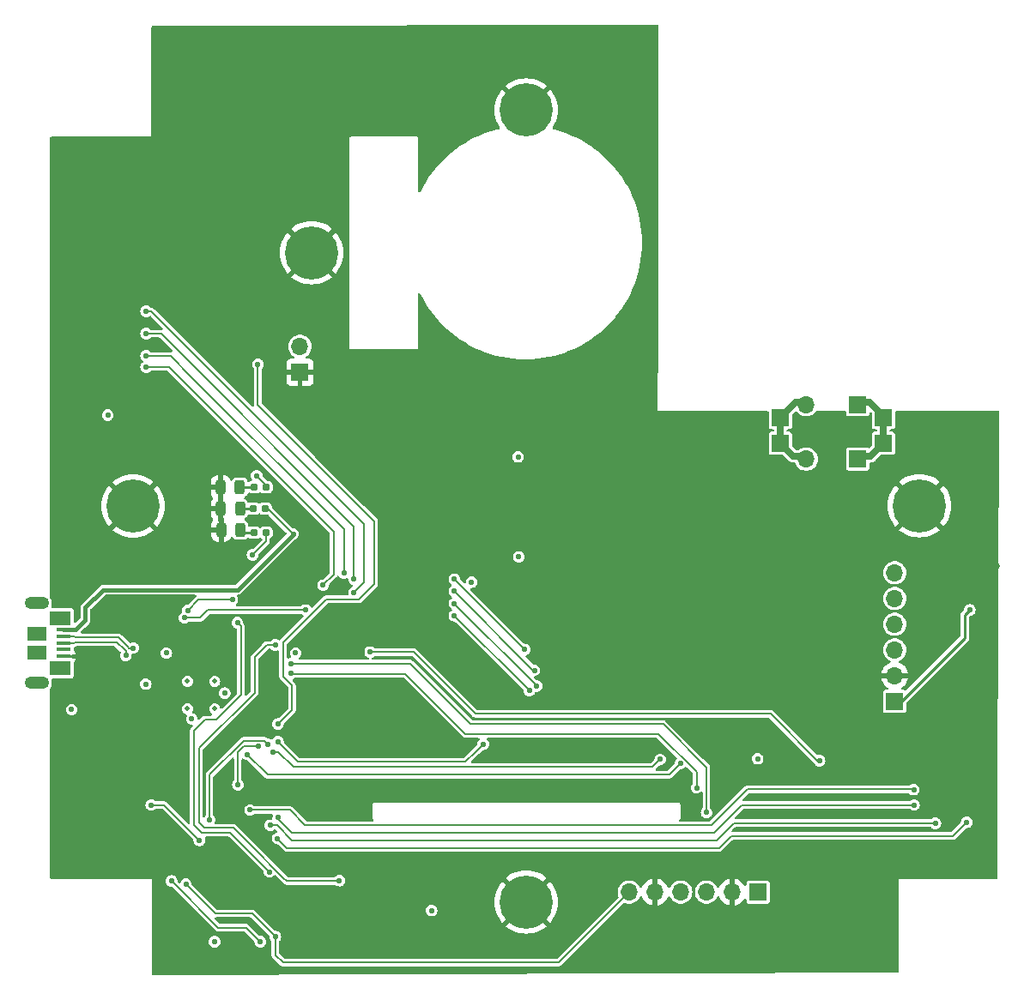
<source format=gbr>
%TF.GenerationSoftware,KiCad,Pcbnew,8.0.4*%
%TF.CreationDate,2025-02-03T16:05:13-05:00*%
%TF.ProjectId,payload_board,7061796c-6f61-4645-9f62-6f6172642e6b,1.0*%
%TF.SameCoordinates,Original*%
%TF.FileFunction,Copper,L4,Bot*%
%TF.FilePolarity,Positive*%
%FSLAX46Y46*%
G04 Gerber Fmt 4.6, Leading zero omitted, Abs format (unit mm)*
G04 Created by KiCad (PCBNEW 8.0.4) date 2025-02-03 16:05:13*
%MOMM*%
%LPD*%
G01*
G04 APERTURE LIST*
G04 Aperture macros list*
%AMRoundRect*
0 Rectangle with rounded corners*
0 $1 Rounding radius*
0 $2 $3 $4 $5 $6 $7 $8 $9 X,Y pos of 4 corners*
0 Add a 4 corners polygon primitive as box body*
4,1,4,$2,$3,$4,$5,$6,$7,$8,$9,$2,$3,0*
0 Add four circle primitives for the rounded corners*
1,1,$1+$1,$2,$3*
1,1,$1+$1,$4,$5*
1,1,$1+$1,$6,$7*
1,1,$1+$1,$8,$9*
0 Add four rect primitives between the rounded corners*
20,1,$1+$1,$2,$3,$4,$5,0*
20,1,$1+$1,$4,$5,$6,$7,0*
20,1,$1+$1,$6,$7,$8,$9,0*
20,1,$1+$1,$8,$9,$2,$3,0*%
G04 Aperture macros list end*
%TA.AperFunction,ComponentPad*%
%ADD10C,5.250000*%
%TD*%
%TA.AperFunction,ComponentPad*%
%ADD11R,1.700000X1.700000*%
%TD*%
%TA.AperFunction,ComponentPad*%
%ADD12O,1.700000X1.700000*%
%TD*%
%TA.AperFunction,ComponentPad*%
%ADD13C,0.500000*%
%TD*%
%TA.AperFunction,SMDPad,CuDef*%
%ADD14RoundRect,0.243750X-0.243750X-0.456250X0.243750X-0.456250X0.243750X0.456250X-0.243750X0.456250X0*%
%TD*%
%TA.AperFunction,SMDPad,CuDef*%
%ADD15R,1.380000X0.450000*%
%TD*%
%TA.AperFunction,ComponentPad*%
%ADD16O,2.416000X1.208000*%
%TD*%
%TA.AperFunction,SMDPad,CuDef*%
%ADD17R,2.100000X1.475000*%
%TD*%
%TA.AperFunction,SMDPad,CuDef*%
%ADD18R,1.900000X1.375000*%
%TD*%
%TA.AperFunction,SMDPad,CuDef*%
%ADD19RoundRect,0.160000X-0.197500X-0.160000X0.197500X-0.160000X0.197500X0.160000X-0.197500X0.160000X0*%
%TD*%
%TA.AperFunction,ViaPad*%
%ADD20C,0.550000*%
%TD*%
%TA.AperFunction,ViaPad*%
%ADD21C,0.800000*%
%TD*%
%TA.AperFunction,Conductor*%
%ADD22C,0.152400*%
%TD*%
%TA.AperFunction,Conductor*%
%ADD23C,0.250000*%
%TD*%
%TA.AperFunction,Conductor*%
%ADD24C,0.381000*%
%TD*%
%TA.AperFunction,Conductor*%
%ADD25C,0.200000*%
%TD*%
%TA.AperFunction,Conductor*%
%ADD26C,0.254000*%
%TD*%
%TA.AperFunction,Conductor*%
%ADD27C,0.635000*%
%TD*%
%TA.AperFunction,Conductor*%
%ADD28C,0.293370*%
%TD*%
G04 APERTURE END LIST*
D10*
%TO.P,,1,DAT2*%
%TO.N,GND*%
X101782992Y-62956243D03*
%TD*%
D11*
%TO.P,J2,1,Pin_1*%
%TO.N,CIN-*%
X99340000Y-82270000D03*
D12*
%TO.P,J2,2,Pin_2*%
%TO.N,GND*%
X99340000Y-79730000D03*
%TO.P,J2,3,Pin_3*%
%TO.N,SPI1_SCK_Cam*%
X99340000Y-77190000D03*
%TO.P,J2,4,Pin_4*%
%TO.N,SPI1_MISO_Cam*%
X99340000Y-74650000D03*
%TO.P,J2,5,Pin_5*%
%TO.N,SPI1_MOSI_Cam*%
X99340000Y-72110000D03*
%TO.P,J2,6,Pin_6*%
%TO.N,SPI1_CS_Cam*%
X99340000Y-69570000D03*
%TD*%
D11*
%TO.P,J15,1,Pin_1*%
%TO.N,SWCLK*%
X85852000Y-101092000D03*
D12*
%TO.P,J15,2,Pin_2*%
%TO.N,GND*%
X83312000Y-101092000D03*
%TO.P,J15,3*%
%TO.N,SWDIO*%
X80772000Y-101092000D03*
%TO.P,J15,4*%
%TO.N,UART1_TX*%
X78232000Y-101092000D03*
%TO.P,J15,5*%
%TO.N,GND*%
X75692000Y-101092000D03*
%TO.P,J15,6*%
%TO.N,UART1_RX*%
X73152000Y-101092000D03*
%TD*%
D13*
%TO.P,IC1,57*%
%TO.N,N/C*%
X29566400Y-83000000D03*
X32266400Y-83000000D03*
X29566400Y-80300000D03*
X32266400Y-80300000D03*
%TD*%
D11*
%TO.P,J12,1,Pin_1*%
%TO.N,GND*%
X40676000Y-49777000D03*
D12*
%TO.P,J12,2,Pin_2*%
%TO.N,+3.3V*%
X40676000Y-47237000D03*
%TD*%
D10*
%TO.P,,1,Pin_1*%
%TO.N,GND*%
X24195000Y-63000000D03*
%TD*%
%TO.P,J2,1,VTref*%
%TO.N,GND*%
X62988996Y-102081941D03*
%TD*%
D14*
%TO.P,D2,1,K*%
%TO.N,GND*%
X32897500Y-65330000D03*
%TO.P,D2,2,A*%
%TO.N,Net-(D2-A)*%
X34772500Y-65330000D03*
%TD*%
%TO.P,D3,1,K*%
%TO.N,GND*%
X32877500Y-63250000D03*
%TO.P,D3,2,A*%
%TO.N,Net-(D3-A)*%
X34752500Y-63250000D03*
%TD*%
D11*
%TO.P,J_Burn,1*%
%TO.N,BGND*%
X95705000Y-58360000D03*
X98245000Y-56800000D03*
X98245000Y-54260000D03*
X95705000Y-52990000D03*
D12*
%TO.P,J_Burn,2*%
%TO.N,BPWR*%
X90625000Y-58360000D03*
D11*
X88085000Y-56800000D03*
X88085000Y-54260000D03*
D12*
X90625000Y-52990000D03*
%TD*%
D10*
%TO.P,,1,In*%
%TO.N,GND*%
X41822243Y-37976859D03*
%TD*%
D14*
%TO.P,D4,1,K*%
%TO.N,GND*%
X32867500Y-61150000D03*
%TO.P,D4,2,A*%
%TO.N,Net-(D4-A)*%
X34742500Y-61150000D03*
%TD*%
D15*
%TO.P,J7,1,VBUS*%
%TO.N,VBUS*%
X17360000Y-75217500D03*
%TO.P,J7,2,D-*%
%TO.N,/D-*%
X17360000Y-75867500D03*
%TO.P,J7,3,D+*%
%TO.N,/D+*%
X17360000Y-76517500D03*
%TO.P,J7,4,ID*%
%TO.N,unconnected-(J7-ID-Pad4)*%
X17360000Y-77167500D03*
%TO.P,J7,5,GND*%
%TO.N,GND*%
X17360000Y-77817500D03*
D16*
%TO.P,J7,SH1*%
%TO.N,N/C*%
X14700000Y-80467500D03*
D17*
%TO.P,J7,SH2*%
X17000000Y-78980000D03*
D18*
%TO.P,J7,SH3*%
X14700000Y-77455000D03*
%TO.P,J7,SH4*%
X14700000Y-75580000D03*
D17*
%TO.P,J7,SH5*%
X17000000Y-74055000D03*
D16*
%TO.P,J7,SH6*%
X14700000Y-72567500D03*
%TD*%
D10*
%TO.P,J5,1,Pin_1*%
%TO.N,GND*%
X62988996Y-23896243D03*
%TD*%
D19*
%TO.P,R10,1,1*%
%TO.N,Net-(D2-A)*%
X36127500Y-65610000D03*
%TO.P,R10,2,2*%
%TO.N,Net-(IC1-GPIO25)*%
X37322500Y-65610000D03*
%TD*%
%TO.P,R12,1,1*%
%TO.N,Net-(D4-A)*%
X36135000Y-61120000D03*
%TO.P,R12,2,2*%
%TO.N,+3.3V*%
X37330000Y-61120000D03*
%TD*%
%TO.P,R11,1,1*%
%TO.N,Net-(D3-A)*%
X36047500Y-63230000D03*
%TO.P,R11,2,2*%
%TO.N,VBUS*%
X37242500Y-63230000D03*
%TD*%
D20*
%TO.N,GND*%
X19280000Y-96560000D03*
X28930000Y-77100000D03*
X93890000Y-88070000D03*
X39250000Y-81250000D03*
X39750000Y-85000000D03*
X25460000Y-98880000D03*
X94750000Y-73350000D03*
X67160000Y-77240000D03*
X28150000Y-88140000D03*
X33750000Y-89000000D03*
X65000000Y-79500000D03*
X36670000Y-84150000D03*
X94540000Y-75830000D03*
X32750000Y-74750000D03*
X65500000Y-86500000D03*
X24830000Y-85470000D03*
X40900000Y-82200000D03*
D21*
X109290000Y-68880000D03*
D20*
X95170000Y-70710000D03*
X65000000Y-71500000D03*
X56750000Y-77750000D03*
%TO.N,I2C1_SDA*%
X38460000Y-95810000D03*
X106430000Y-94210000D03*
%TO.N,I2C1_SCL*%
X37750000Y-94500000D03*
X103350000Y-94310000D03*
%TO.N,SPI0_CS_DISP*%
X63800000Y-79200000D03*
X55900000Y-71400000D03*
%TO.N,Cam_RST*%
X34544000Y-90500000D03*
X36561699Y-86708301D03*
%TO.N,SPI1_SCK_Cam*%
X35500000Y-87500000D03*
X78200000Y-88400000D03*
%TO.N,SPI1_MOSI_Cam*%
X38000000Y-87250000D03*
X76200000Y-88000000D03*
%TO.N,Disp_RST*%
X55900000Y-70200000D03*
X62850000Y-77150000D03*
%TO.N,/USBBOOT*%
X26000000Y-92500000D03*
X31750000Y-94000000D03*
X30750000Y-96000000D03*
X37500000Y-86500000D03*
%TO.N,Disp_DC*%
X38500000Y-86250000D03*
X58750000Y-86500000D03*
%TO.N,SWCLK*%
X39800000Y-79500000D03*
X79800000Y-90800000D03*
%TO.N,SWDIO*%
X39800000Y-78540000D03*
X80772000Y-93250000D03*
%TO.N,/~{RESET}*%
X38250000Y-76700000D03*
X44570000Y-99970000D03*
%TO.N,SPI0_MISO*%
X25500000Y-43770000D03*
X46000000Y-71500000D03*
%TO.N,SPI0_CS_SD*%
X42950000Y-70800000D03*
X25500000Y-49270000D03*
%TO.N,SPI0_SCK*%
X55900000Y-73800000D03*
X63300000Y-81200000D03*
X25500000Y-45970000D03*
X46000000Y-70200000D03*
%TO.N,SPI0_MOSI*%
X45000000Y-69600000D03*
X55900000Y-72600000D03*
X64000000Y-80750000D03*
X25500000Y-48170000D03*
%TO.N,WDT_WDI*%
X37661960Y-99098040D03*
X34500000Y-74500000D03*
%TO.N,ADC0*%
X34000000Y-72250000D03*
X29610000Y-73290000D03*
%TO.N,ADC1*%
X47600000Y-77400000D03*
X29280000Y-74020000D03*
X91920000Y-88130000D03*
X41250000Y-73250000D03*
%TO.N,+3.3V*%
X27500000Y-77500000D03*
X33250000Y-81450000D03*
X32250000Y-106000000D03*
X40250000Y-77500000D03*
X30000000Y-84000000D03*
X62250000Y-68000000D03*
X62187500Y-58140000D03*
X53661000Y-102922000D03*
X85820000Y-87940000D03*
X21720000Y-54010000D03*
X57600000Y-70500000D03*
X25460000Y-80570000D03*
X36400000Y-60000000D03*
X18150000Y-83090000D03*
%TO.N,SD_IND*%
X38500000Y-84500000D03*
X36525000Y-49000000D03*
%TO.N,VBUS*%
X40000000Y-65750000D03*
%TO.N,/D-*%
X24250000Y-77000000D03*
%TO.N,/D+*%
X23500000Y-77750000D03*
%TO.N,UART1_TX*%
X28000000Y-100000000D03*
X36750000Y-106000000D03*
%TO.N,UART1_RX*%
X38250000Y-105500000D03*
X29425000Y-100325000D03*
%TO.N,Net-(IC1-GPIO25)*%
X36000000Y-67812802D03*
%TO.N,CIN-*%
X106750000Y-73250000D03*
%TO.N,BURN_A*%
X38530000Y-93750000D03*
X101250000Y-92500000D03*
%TO.N,BURN_B*%
X35750000Y-93000000D03*
X101220000Y-90990000D03*
%TD*%
D22*
%TO.N,I2C1_SDA*%
X103390000Y-95570000D02*
X105070000Y-95570000D01*
X82000000Y-96750000D02*
X83180000Y-95570000D01*
X83180000Y-95570000D02*
X103370000Y-95570000D01*
X105070000Y-95570000D02*
X105320000Y-95320000D01*
X39400000Y-96750000D02*
X82000000Y-96750000D01*
X105320000Y-95320000D02*
X106430000Y-94210000D01*
X38460000Y-95810000D02*
X39400000Y-96750000D01*
%TO.N,I2C1_SCL*%
X39892034Y-96000000D02*
X81750000Y-96000000D01*
X81750000Y-96000000D02*
X83450000Y-94300000D01*
X103350000Y-94310000D02*
X103360000Y-94300000D01*
X103360000Y-94300000D02*
X103420000Y-94300000D01*
X103340000Y-94300000D02*
X103350000Y-94310000D01*
X83450000Y-94300000D02*
X103340000Y-94300000D01*
X37750000Y-94500000D02*
X38392034Y-94500000D01*
X38392034Y-94500000D02*
X39892034Y-96000000D01*
%TO.N,SPI0_CS_DISP*%
X63800000Y-79200000D02*
X63700000Y-79200000D01*
X63700000Y-79200000D02*
X55900000Y-71400000D01*
%TO.N,Cam_RST*%
X35115619Y-86708301D02*
X34544000Y-87279920D01*
X36680000Y-86826602D02*
X36643398Y-86790000D01*
X34544000Y-87279920D02*
X34544000Y-90500000D01*
X36561699Y-86708301D02*
X35115619Y-86708301D01*
%TO.N,SPI1_SCK_Cam*%
X41500000Y-89500000D02*
X74000000Y-89500000D01*
X37500000Y-89500000D02*
X41500000Y-89500000D01*
X35500000Y-87500000D02*
X37500000Y-89500000D01*
X74000000Y-89500000D02*
X77100000Y-89500000D01*
X77100000Y-89500000D02*
X78200000Y-88400000D01*
D23*
X99570001Y-77420001D02*
X99340000Y-77190000D01*
D22*
%TO.N,SPI1_MOSI_Cam*%
X66400000Y-88750000D02*
X75450000Y-88750000D01*
X38500000Y-87250000D02*
X40000000Y-88750000D01*
X75450000Y-88750000D02*
X76200000Y-88000000D01*
X38500000Y-87250000D02*
X38000000Y-87250000D01*
X40000000Y-88750000D02*
X66400000Y-88750000D01*
%TO.N,Disp_RST*%
X55900000Y-70200000D02*
X62850000Y-77150000D01*
%TO.N,/USBBOOT*%
X30750000Y-96000000D02*
X27250000Y-92500000D01*
X37500000Y-86500000D02*
X37166601Y-86166601D01*
X37166601Y-86166601D02*
X35124599Y-86166601D01*
X27250000Y-92500000D02*
X26500000Y-92500000D01*
X26500000Y-92500000D02*
X26000000Y-92500000D01*
X31750000Y-89541200D02*
X31750000Y-94000000D01*
X35124599Y-86166601D02*
X31770600Y-89520600D01*
X31770600Y-89520600D02*
X31750000Y-89541200D01*
%TO.N,Disp_DC*%
X38750000Y-86500000D02*
X40500000Y-88250000D01*
X57000000Y-88250000D02*
X58000000Y-87250000D01*
X38750000Y-86500000D02*
X38500000Y-86250000D01*
X58000000Y-87250000D02*
X58750000Y-86500000D01*
X40500000Y-88250000D02*
X57000000Y-88250000D01*
%TO.N,SWCLK*%
X76066080Y-85500000D02*
X79800000Y-89233920D01*
X57000000Y-85500000D02*
X76066080Y-85500000D01*
X79800000Y-89233920D02*
X79800000Y-90800000D01*
X39840000Y-79540000D02*
X51040000Y-79540000D01*
X51040000Y-79540000D02*
X57000000Y-85500000D01*
X39800000Y-79500000D02*
X39840000Y-79540000D01*
%TO.N,SWDIO*%
X50000000Y-78540000D02*
X51540000Y-78540000D01*
X51540000Y-78540000D02*
X57500000Y-84500000D01*
X76500000Y-84500000D02*
X80772000Y-88772000D01*
X57500000Y-84500000D02*
X76500000Y-84500000D01*
X80772000Y-91000000D02*
X80772000Y-93250000D01*
X40300000Y-78540000D02*
X47140000Y-78540000D01*
X40300000Y-78540000D02*
X39800000Y-78540000D01*
X47140000Y-78540000D02*
X50000000Y-78540000D01*
X80772000Y-88772000D02*
X80772000Y-91000000D01*
%TO.N,/~{RESET}*%
X44520000Y-100020000D02*
X40270000Y-100020000D01*
X30698300Y-92750000D02*
X30698300Y-86903700D01*
X39390000Y-100020000D02*
X39060000Y-99690000D01*
X39060000Y-99690000D02*
X35685000Y-96315000D01*
X36198300Y-81403700D02*
X36198300Y-77911700D01*
X36198300Y-77911700D02*
X37105000Y-77005000D01*
X35685000Y-96315000D02*
X34310000Y-94940000D01*
X34120000Y-94750000D02*
X34310000Y-94940000D01*
X37105000Y-77005000D02*
X37410000Y-76700000D01*
X37410000Y-76700000D02*
X38250000Y-76700000D01*
X31250000Y-94750000D02*
X34120000Y-94750000D01*
X40270000Y-100020000D02*
X39390000Y-100020000D01*
X37105000Y-77005000D02*
X37305000Y-76805000D01*
X44570000Y-99970000D02*
X44520000Y-100020000D01*
X30698300Y-92750000D02*
X30698300Y-94198300D01*
X30698300Y-94198300D02*
X31250000Y-94750000D01*
X30698300Y-86903700D02*
X36198300Y-81403700D01*
%TO.N,SPI0_MISO*%
X27250000Y-45000000D02*
X26020000Y-43770000D01*
X47000000Y-64750000D02*
X27250000Y-45000000D01*
X47000000Y-70000000D02*
X47000000Y-64750000D01*
X26020000Y-43770000D02*
X25500000Y-43770000D01*
X46000000Y-71500000D02*
X47000000Y-70500000D01*
X47000000Y-70500000D02*
X47000000Y-70000000D01*
%TO.N,SPI0_CS_SD*%
X44000000Y-69750000D02*
X44000000Y-65500000D01*
X27770000Y-49270000D02*
X26000000Y-49270000D01*
X26000000Y-49270000D02*
X25500000Y-49270000D01*
X44000000Y-65500000D02*
X28750000Y-50250000D01*
X28750000Y-50250000D02*
X27770000Y-49270000D01*
X42950000Y-70800000D02*
X44000000Y-69750000D01*
%TO.N,SPI0_SCK*%
X27500000Y-46500000D02*
X26970000Y-45970000D01*
X46000000Y-65000000D02*
X27500000Y-46500000D01*
X46000000Y-70200000D02*
X46000000Y-65000000D01*
X55900000Y-73800000D02*
X63200000Y-81100000D01*
X63200000Y-81100000D02*
X63300000Y-81200000D01*
X26970000Y-45970000D02*
X25500000Y-45970000D01*
%TO.N,SPI0_MOSI*%
X64000000Y-80700000D02*
X64000000Y-80750000D01*
X45000000Y-65250000D02*
X44250000Y-64500000D01*
X27920000Y-48170000D02*
X25500000Y-48170000D01*
X45000000Y-69600000D02*
X45000000Y-65250000D01*
X44250000Y-64500000D02*
X30000000Y-50250000D01*
X30000000Y-50250000D02*
X27920000Y-48170000D01*
X55900000Y-72600000D02*
X64000000Y-80700000D01*
%TO.N,WDT_WDI*%
X31000000Y-95250000D02*
X30190000Y-94440000D01*
X32440507Y-84059493D02*
X34860000Y-81640000D01*
X34860000Y-81640000D02*
X34860000Y-74860000D01*
X37661960Y-99098040D02*
X33813920Y-95250000D01*
X31309493Y-84059493D02*
X32440507Y-84059493D01*
X33813920Y-95250000D02*
X31000000Y-95250000D01*
X30190000Y-94440000D02*
X30190000Y-85178986D01*
X34860000Y-74860000D02*
X34500000Y-74500000D01*
X30190000Y-85178986D02*
X31309493Y-84059493D01*
%TO.N,ADC0*%
X29610000Y-73290000D02*
X30650000Y-72250000D01*
X30650000Y-72250000D02*
X34000000Y-72250000D01*
%TO.N,ADC1*%
X87100000Y-83500000D02*
X91730000Y-88130000D01*
X51900000Y-77400000D02*
X58000000Y-83500000D01*
X29280000Y-74020000D02*
X30830000Y-74020000D01*
X31600000Y-73250000D02*
X40750000Y-73250000D01*
X30830000Y-74020000D02*
X31600000Y-73250000D01*
X58000000Y-83500000D02*
X87100000Y-83500000D01*
X40750000Y-73250000D02*
X41250000Y-73250000D01*
X91730000Y-88130000D02*
X91920000Y-88130000D01*
X47600000Y-77400000D02*
X51900000Y-77400000D01*
%TO.N,+3.3V*%
X37330000Y-61120000D02*
X37330000Y-60930000D01*
X37330000Y-60930000D02*
X36400000Y-60000000D01*
%TO.N,SD_IND*%
X48000000Y-64500000D02*
X47750000Y-64250000D01*
X39900000Y-83100000D02*
X39900000Y-80700000D01*
X48000000Y-70250000D02*
X48000000Y-64500000D01*
X43250000Y-72200000D02*
X46500000Y-72200000D01*
X48000000Y-70700000D02*
X48000000Y-70250000D01*
X39000000Y-76450000D02*
X43250000Y-72200000D01*
X37000000Y-53500000D02*
X36525000Y-53025000D01*
X36525000Y-53025000D02*
X36525000Y-49000000D01*
X46500000Y-72200000D02*
X48000000Y-70700000D01*
X38500000Y-84500000D02*
X39900000Y-83100000D01*
X39900000Y-80700000D02*
X39000000Y-79800000D01*
X39000000Y-79800000D02*
X39000000Y-76450000D01*
X47750000Y-64250000D02*
X37000000Y-53500000D01*
D24*
%TO.N,VBUS*%
X24500000Y-71250000D02*
X34500000Y-71250000D01*
X18532500Y-75217500D02*
X17360000Y-75217500D01*
X19500000Y-74250000D02*
X18532500Y-75217500D01*
X19500000Y-73000000D02*
X19500000Y-74250000D01*
X21250000Y-71250000D02*
X24500000Y-71250000D01*
D22*
X37480000Y-63230000D02*
X40000000Y-65750000D01*
D24*
X34500000Y-71250000D02*
X40000000Y-65750000D01*
D22*
X37242500Y-63230000D02*
X37480000Y-63230000D01*
D24*
X19500000Y-73000000D02*
X21250000Y-71250000D01*
D25*
%TO.N,/D-*%
X18495001Y-75967500D02*
X22785700Y-75967500D01*
X18395001Y-75867500D02*
X18495001Y-75967500D01*
X23659100Y-76840900D02*
X23818200Y-77000000D01*
X23818200Y-77000000D02*
X24250000Y-77000000D01*
X17360000Y-75867500D02*
X18395001Y-75867500D01*
X22785700Y-75967500D02*
X23659100Y-76840900D01*
%TO.N,/D+*%
X18395001Y-76517500D02*
X18495001Y-76417500D01*
X17360000Y-76517500D02*
X18395001Y-76517500D01*
X23340900Y-77159100D02*
X23500000Y-77318200D01*
X23500000Y-77318200D02*
X23500000Y-77750000D01*
X18495001Y-76417500D02*
X22599300Y-76417500D01*
X22599300Y-76417500D02*
X23340900Y-77159100D01*
D22*
%TO.N,UART1_TX*%
X32600000Y-104600000D02*
X28000000Y-100000000D01*
X35350000Y-104600000D02*
X32600000Y-104600000D01*
X36750000Y-106000000D02*
X35350000Y-104600000D01*
%TO.N,UART1_RX*%
X38250000Y-107310000D02*
X39000000Y-108060000D01*
X38250000Y-105500000D02*
X38250000Y-107310000D01*
X32300000Y-103200000D02*
X29425000Y-100325000D01*
X66184000Y-108060000D02*
X39000000Y-108060000D01*
X73152000Y-101092000D02*
X66184000Y-108060000D01*
X35950000Y-103200000D02*
X32300000Y-103200000D01*
X38250000Y-105500000D02*
X35950000Y-103200000D01*
D26*
%TO.N,Net-(D2-A)*%
X36127500Y-65610000D02*
X35052500Y-65610000D01*
X35052500Y-65610000D02*
X34772500Y-65330000D01*
%TO.N,Net-(D3-A)*%
X34772500Y-63230000D02*
X34752500Y-63250000D01*
X36047500Y-63230000D02*
X34772500Y-63230000D01*
%TO.N,Net-(D4-A)*%
X34772500Y-61120000D02*
X34742500Y-61150000D01*
X36135000Y-61120000D02*
X34772500Y-61120000D01*
D22*
%TO.N,Net-(IC1-GPIO25)*%
X37322500Y-66490302D02*
X37322500Y-65610000D01*
X36000000Y-67812802D02*
X37322500Y-66490302D01*
D27*
%TO.N,BGND*%
X95675000Y-52700000D02*
X96858200Y-52700000D01*
X98215000Y-56800000D02*
X96945000Y-58070000D01*
X98215000Y-54056800D02*
X98215000Y-56800000D01*
X96858200Y-52700000D02*
X98215000Y-54056800D01*
X96945000Y-58070000D02*
X95675000Y-58070000D01*
%TO.N,BPWR*%
X90595000Y-52700000D02*
X89605400Y-52700000D01*
X89193199Y-53112200D02*
X89193200Y-53121800D01*
X89325000Y-58070000D02*
X90595000Y-58070000D01*
X88055000Y-56800000D02*
X89325000Y-58070000D01*
X88055000Y-54260000D02*
X88055000Y-56800000D01*
X89605400Y-52700000D02*
X89193199Y-53112200D01*
X89193200Y-53121800D02*
X88055000Y-54260000D01*
D28*
%TO.N,CIN-*%
X103500000Y-78750000D02*
X106250000Y-76000000D01*
X99980000Y-82270000D02*
X103500000Y-78750000D01*
X99340000Y-82270000D02*
X99980000Y-82270000D01*
X106250000Y-74000000D02*
X106250000Y-73750000D01*
X106250000Y-76000000D02*
X106250000Y-74000000D01*
X106250000Y-73750000D02*
X106750000Y-73250000D01*
D22*
%TO.N,BURN_A*%
X39908114Y-95250000D02*
X38616414Y-93958300D01*
X38616414Y-93836414D02*
X38530000Y-93750000D01*
X84250000Y-92500000D02*
X81500000Y-95250000D01*
X81500000Y-95250000D02*
X39908114Y-95250000D01*
X38616414Y-93958300D02*
X38616414Y-93836414D01*
X101250000Y-92500000D02*
X84250000Y-92500000D01*
%TO.N,BURN_B*%
X101170001Y-90940001D02*
X101220000Y-90990000D01*
X35750000Y-93000000D02*
X39670000Y-93000000D01*
X81250000Y-94500000D02*
X84809999Y-90940001D01*
X41170000Y-94500000D02*
X81250000Y-94500000D01*
X39670000Y-93000000D02*
X41170000Y-94500000D01*
X84809999Y-90940001D02*
X101170001Y-90940001D01*
%TD*%
%TA.AperFunction,Conductor*%
%TO.N,GND*%
G36*
X75976507Y-15470485D02*
G01*
X76022416Y-15523155D01*
X76033773Y-15574996D01*
X76033773Y-26391307D01*
X75982807Y-46217275D01*
X75963773Y-53621307D01*
X86817057Y-53614913D01*
X86884108Y-53634558D01*
X86929894Y-53687335D01*
X86941130Y-53738913D01*
X86941130Y-55153864D01*
X86941132Y-55153890D01*
X86943979Y-55178443D01*
X86943981Y-55178447D01*
X86988355Y-55278947D01*
X86988358Y-55278951D01*
X86988359Y-55278953D01*
X87066047Y-55356641D01*
X87166553Y-55401019D01*
X87191127Y-55403870D01*
X87319630Y-55403869D01*
X87386669Y-55423553D01*
X87432424Y-55476357D01*
X87443630Y-55527869D01*
X87443630Y-55532130D01*
X87423945Y-55599169D01*
X87371141Y-55644924D01*
X87319631Y-55656130D01*
X87191134Y-55656130D01*
X87191111Y-55656132D01*
X87166555Y-55658980D01*
X87166552Y-55658981D01*
X87066052Y-55703355D01*
X87066044Y-55703361D01*
X86988361Y-55781044D01*
X86988357Y-55781051D01*
X86943981Y-55881550D01*
X86943981Y-55881552D01*
X86941130Y-55906125D01*
X86941130Y-57693864D01*
X86941132Y-57693890D01*
X86943979Y-57718443D01*
X86943981Y-57718447D01*
X86988355Y-57818947D01*
X86988358Y-57818951D01*
X86988359Y-57818953D01*
X87066047Y-57896641D01*
X87166553Y-57941019D01*
X87191127Y-57943870D01*
X88282898Y-57943869D01*
X88349937Y-57963554D01*
X88370579Y-57980188D01*
X88935271Y-58544880D01*
X89035411Y-58611791D01*
X89146665Y-58657873D01*
X89146670Y-58657875D01*
X89146674Y-58657875D01*
X89146675Y-58657876D01*
X89264782Y-58681370D01*
X89264785Y-58681370D01*
X89385214Y-58681370D01*
X89433528Y-58681370D01*
X89500567Y-58701055D01*
X89546322Y-58753859D01*
X89552796Y-58771440D01*
X89553805Y-58774987D01*
X89648292Y-58964743D01*
X89648297Y-58964751D01*
X89776050Y-59133923D01*
X89907620Y-59253864D01*
X89932711Y-59276738D01*
X90112949Y-59388337D01*
X90310624Y-59464916D01*
X90519005Y-59503870D01*
X90519008Y-59503870D01*
X90730992Y-59503870D01*
X90730995Y-59503870D01*
X90939376Y-59464916D01*
X91137051Y-59388337D01*
X91317289Y-59276738D01*
X91473951Y-59133921D01*
X91601704Y-58964749D01*
X91696196Y-58774984D01*
X91754210Y-58571086D01*
X91773770Y-58360000D01*
X91754210Y-58148914D01*
X91696196Y-57945016D01*
X91696191Y-57945005D01*
X91601707Y-57755256D01*
X91601702Y-57755248D01*
X91473949Y-57586076D01*
X91317290Y-57443263D01*
X91317289Y-57443262D01*
X91137051Y-57331663D01*
X91137049Y-57331662D01*
X90939379Y-57255085D01*
X90939378Y-57255084D01*
X90939376Y-57255084D01*
X90730995Y-57216130D01*
X90519005Y-57216130D01*
X90310624Y-57255084D01*
X90310622Y-57255084D01*
X90310620Y-57255085D01*
X90112950Y-57331662D01*
X90112943Y-57331666D01*
X89937886Y-57440057D01*
X89872609Y-57458630D01*
X89629600Y-57458630D01*
X89562561Y-57438945D01*
X89541919Y-57422311D01*
X89265188Y-57145580D01*
X89231703Y-57084257D01*
X89228869Y-57057899D01*
X89228869Y-55906135D01*
X89228869Y-55906128D01*
X89228867Y-55906109D01*
X89226020Y-55881556D01*
X89226019Y-55881554D01*
X89226019Y-55881553D01*
X89207671Y-55840000D01*
X89181644Y-55781052D01*
X89181642Y-55781049D01*
X89181641Y-55781047D01*
X89103953Y-55703359D01*
X89071794Y-55689159D01*
X89003448Y-55658981D01*
X88978875Y-55656130D01*
X88978873Y-55656130D01*
X88790370Y-55656130D01*
X88723331Y-55636445D01*
X88677576Y-55583641D01*
X88666370Y-55532130D01*
X88666370Y-55527869D01*
X88686055Y-55460830D01*
X88738859Y-55415075D01*
X88790370Y-55403869D01*
X88978864Y-55403869D01*
X88978872Y-55403869D01*
X88978887Y-55403867D01*
X88978890Y-55403867D01*
X89003443Y-55401020D01*
X89003444Y-55401019D01*
X89003447Y-55401019D01*
X89077851Y-55368166D01*
X89103947Y-55356644D01*
X89103948Y-55356643D01*
X89103953Y-55356641D01*
X89181641Y-55278953D01*
X89226019Y-55178447D01*
X89228870Y-55153873D01*
X89228869Y-54002097D01*
X89248554Y-53935059D01*
X89265183Y-53914422D01*
X89520241Y-53659364D01*
X89581562Y-53625881D01*
X89651254Y-53630865D01*
X89706874Y-53672319D01*
X89776052Y-53763925D01*
X89880234Y-53858899D01*
X89932711Y-53906738D01*
X90112949Y-54018337D01*
X90310624Y-54094916D01*
X90519005Y-54133870D01*
X90519008Y-54133870D01*
X90730992Y-54133870D01*
X90730995Y-54133870D01*
X90939376Y-54094916D01*
X91137051Y-54018337D01*
X91317289Y-53906738D01*
X91473951Y-53763921D01*
X91551417Y-53661338D01*
X91607522Y-53619704D01*
X91650292Y-53612066D01*
X94437057Y-53610425D01*
X94504108Y-53630070D01*
X94549894Y-53682847D01*
X94561130Y-53734424D01*
X94561130Y-53883865D01*
X94561132Y-53883888D01*
X94563980Y-53908444D01*
X94563981Y-53908447D01*
X94608355Y-54008947D01*
X94608358Y-54008951D01*
X94608359Y-54008953D01*
X94686047Y-54086641D01*
X94786553Y-54131019D01*
X94811127Y-54133870D01*
X96598872Y-54133869D01*
X96598887Y-54133867D01*
X96598890Y-54133867D01*
X96623443Y-54131020D01*
X96623444Y-54131019D01*
X96623447Y-54131019D01*
X96705217Y-54094914D01*
X96723947Y-54086644D01*
X96723948Y-54086643D01*
X96723953Y-54086641D01*
X96801641Y-54008953D01*
X96846019Y-53908447D01*
X96848870Y-53883873D01*
X96848869Y-53854638D01*
X96868552Y-53787602D01*
X96921354Y-53741845D01*
X96990512Y-53731900D01*
X97054069Y-53760923D01*
X97060550Y-53766957D01*
X97064811Y-53771218D01*
X97098296Y-53832541D01*
X97101130Y-53858899D01*
X97101130Y-55153864D01*
X97101132Y-55153890D01*
X97103979Y-55178443D01*
X97103981Y-55178447D01*
X97148355Y-55278947D01*
X97148358Y-55278951D01*
X97148359Y-55278953D01*
X97226047Y-55356641D01*
X97326553Y-55401019D01*
X97351127Y-55403870D01*
X97479630Y-55403869D01*
X97546669Y-55423553D01*
X97592424Y-55476357D01*
X97603630Y-55527869D01*
X97603630Y-55532130D01*
X97583945Y-55599169D01*
X97531141Y-55644924D01*
X97479631Y-55656130D01*
X97351134Y-55656130D01*
X97351111Y-55656132D01*
X97326555Y-55658980D01*
X97326552Y-55658981D01*
X97226052Y-55703355D01*
X97226044Y-55703361D01*
X97148361Y-55781044D01*
X97148357Y-55781051D01*
X97103981Y-55881550D01*
X97103981Y-55881552D01*
X97101130Y-55906124D01*
X97101130Y-56997899D01*
X97081445Y-57064938D01*
X97064811Y-57085580D01*
X96893173Y-57257217D01*
X96831850Y-57290702D01*
X96762158Y-57285718D01*
X96734665Y-57268048D01*
X96733430Y-57269852D01*
X96723957Y-57263363D01*
X96723953Y-57263359D01*
X96691794Y-57249159D01*
X96623448Y-57218981D01*
X96598873Y-57216130D01*
X94811135Y-57216130D01*
X94811109Y-57216132D01*
X94786556Y-57218979D01*
X94786552Y-57218981D01*
X94686052Y-57263355D01*
X94686044Y-57263361D01*
X94608361Y-57341044D01*
X94608357Y-57341051D01*
X94563981Y-57441550D01*
X94563981Y-57441552D01*
X94561130Y-57466125D01*
X94561130Y-59253864D01*
X94561132Y-59253890D01*
X94563979Y-59278443D01*
X94563981Y-59278447D01*
X94608355Y-59378947D01*
X94608358Y-59378951D01*
X94608359Y-59378953D01*
X94686047Y-59456641D01*
X94786553Y-59501019D01*
X94811127Y-59503870D01*
X96598872Y-59503869D01*
X96598887Y-59503867D01*
X96598890Y-59503867D01*
X96623443Y-59501020D01*
X96623444Y-59501019D01*
X96623447Y-59501019D01*
X96705217Y-59464914D01*
X96723947Y-59456644D01*
X96723948Y-59456643D01*
X96723953Y-59456641D01*
X96801641Y-59378953D01*
X96846019Y-59278447D01*
X96848870Y-59253873D01*
X96848870Y-58805370D01*
X96868555Y-58738331D01*
X96921359Y-58692576D01*
X96972870Y-58681370D01*
X97005217Y-58681370D01*
X97084676Y-58665563D01*
X97123330Y-58657875D01*
X97178961Y-58634832D01*
X97234588Y-58611791D01*
X97234589Y-58611790D01*
X97234592Y-58611789D01*
X97334726Y-58544882D01*
X97419882Y-58459726D01*
X97419882Y-58459724D01*
X97430090Y-58449517D01*
X97430092Y-58449514D01*
X97899418Y-57980188D01*
X97960741Y-57946703D01*
X97987099Y-57943869D01*
X99138864Y-57943869D01*
X99138872Y-57943869D01*
X99138887Y-57943867D01*
X99138890Y-57943867D01*
X99163443Y-57941020D01*
X99163444Y-57941019D01*
X99163447Y-57941019D01*
X99237851Y-57908166D01*
X99263947Y-57896644D01*
X99263948Y-57896643D01*
X99263953Y-57896641D01*
X99341641Y-57818953D01*
X99386019Y-57718447D01*
X99388870Y-57693873D01*
X99388869Y-55906128D01*
X99388867Y-55906109D01*
X99386020Y-55881556D01*
X99386019Y-55881554D01*
X99386019Y-55881553D01*
X99367671Y-55840000D01*
X99341644Y-55781052D01*
X99341642Y-55781049D01*
X99341641Y-55781047D01*
X99263953Y-55703359D01*
X99231794Y-55689159D01*
X99163448Y-55658981D01*
X99138875Y-55656130D01*
X99138873Y-55656130D01*
X98950370Y-55656130D01*
X98883331Y-55636445D01*
X98837576Y-55583641D01*
X98826370Y-55532130D01*
X98826370Y-55527869D01*
X98846055Y-55460830D01*
X98898859Y-55415075D01*
X98950370Y-55403869D01*
X99138864Y-55403869D01*
X99138872Y-55403869D01*
X99138887Y-55403867D01*
X99138890Y-55403867D01*
X99163443Y-55401020D01*
X99163444Y-55401019D01*
X99163447Y-55401019D01*
X99237851Y-55368166D01*
X99263947Y-55356644D01*
X99263948Y-55356643D01*
X99263953Y-55356641D01*
X99341641Y-55278953D01*
X99386019Y-55178447D01*
X99388870Y-55153873D01*
X99388869Y-53731434D01*
X99408554Y-53664396D01*
X99461357Y-53618641D01*
X99512795Y-53607435D01*
X109541514Y-53601528D01*
X109608564Y-53621173D01*
X109654350Y-53673950D01*
X109665585Y-53726062D01*
X109502923Y-91486909D01*
X109467665Y-99671819D01*
X109467515Y-99706534D01*
X109447542Y-99773488D01*
X109394541Y-99819015D01*
X109343516Y-99830000D01*
X99789999Y-99830000D01*
X99770000Y-99849999D01*
X99770000Y-108946177D01*
X99750315Y-109013216D01*
X99697511Y-109058971D01*
X99646433Y-109070176D01*
X26204433Y-109326544D01*
X26137325Y-109307094D01*
X26091386Y-109254450D01*
X26080000Y-109202545D01*
X26080000Y-105999998D01*
X31676221Y-105999998D01*
X31676221Y-106000001D01*
X31695771Y-106148503D01*
X31695773Y-106148508D01*
X31753090Y-106286885D01*
X31753090Y-106286886D01*
X31753092Y-106286889D01*
X31753093Y-106286890D01*
X31844277Y-106405723D01*
X31963110Y-106496907D01*
X31963113Y-106496908D01*
X31963114Y-106496909D01*
X32032302Y-106525567D01*
X32101495Y-106554228D01*
X32175747Y-106564003D01*
X32249999Y-106573779D01*
X32250000Y-106573779D01*
X32250001Y-106573779D01*
X32299501Y-106567262D01*
X32398505Y-106554228D01*
X32536885Y-106496909D01*
X32536886Y-106496909D01*
X32536886Y-106496908D01*
X32536890Y-106496907D01*
X32655723Y-106405723D01*
X32746907Y-106286890D01*
X32804228Y-106148505D01*
X32823779Y-106000000D01*
X32812359Y-105913260D01*
X32804228Y-105851496D01*
X32804228Y-105851495D01*
X32746907Y-105713111D01*
X32655723Y-105594277D01*
X32536890Y-105503093D01*
X32536887Y-105503092D01*
X32536885Y-105503090D01*
X32398508Y-105445773D01*
X32398503Y-105445771D01*
X32250001Y-105426221D01*
X32249999Y-105426221D01*
X32101496Y-105445771D01*
X32101494Y-105445772D01*
X31963111Y-105503092D01*
X31844277Y-105594277D01*
X31753092Y-105713111D01*
X31695772Y-105851494D01*
X31695771Y-105851496D01*
X31676221Y-105999998D01*
X26080000Y-105999998D01*
X26080000Y-99999998D01*
X27426221Y-99999998D01*
X27426221Y-100000000D01*
X27445771Y-100148503D01*
X27445773Y-100148508D01*
X27503090Y-100286885D01*
X27503090Y-100286886D01*
X27503092Y-100286889D01*
X27503093Y-100286890D01*
X27594277Y-100405723D01*
X27713110Y-100496907D01*
X27713113Y-100496908D01*
X27713114Y-100496909D01*
X27779064Y-100524226D01*
X27851495Y-100554228D01*
X27925435Y-100563962D01*
X28008058Y-100574840D01*
X28007857Y-100576362D01*
X28066098Y-100593464D01*
X28086740Y-100610098D01*
X32372772Y-104896130D01*
X32372774Y-104896131D01*
X32372778Y-104896134D01*
X32424891Y-104926221D01*
X32457158Y-104944850D01*
X32551279Y-104970070D01*
X35145350Y-104970070D01*
X35212389Y-104989755D01*
X35233031Y-105006389D01*
X36139902Y-105913260D01*
X36173387Y-105974583D01*
X36175669Y-105995813D01*
X36195772Y-106148504D01*
X36195773Y-106148508D01*
X36253090Y-106286885D01*
X36253090Y-106286886D01*
X36253092Y-106286889D01*
X36253093Y-106286890D01*
X36344277Y-106405723D01*
X36463110Y-106496907D01*
X36463113Y-106496908D01*
X36463114Y-106496909D01*
X36532302Y-106525567D01*
X36601495Y-106554228D01*
X36675747Y-106564003D01*
X36749999Y-106573779D01*
X36750000Y-106573779D01*
X36750001Y-106573779D01*
X36799501Y-106567262D01*
X36898505Y-106554228D01*
X37036885Y-106496909D01*
X37036886Y-106496909D01*
X37036886Y-106496908D01*
X37036890Y-106496907D01*
X37155723Y-106405723D01*
X37246907Y-106286890D01*
X37304228Y-106148505D01*
X37323779Y-106000000D01*
X37312359Y-105913260D01*
X37304228Y-105851496D01*
X37304228Y-105851495D01*
X37246907Y-105713111D01*
X37155723Y-105594277D01*
X37036890Y-105503093D01*
X37036887Y-105503092D01*
X37036885Y-105503090D01*
X36898508Y-105445773D01*
X36898506Y-105445772D01*
X36898505Y-105445772D01*
X36824564Y-105436037D01*
X36741942Y-105425160D01*
X36742142Y-105423637D01*
X36683902Y-105406536D01*
X36663260Y-105389902D01*
X35577230Y-104303872D01*
X35577228Y-104303870D01*
X35523729Y-104272982D01*
X35492842Y-104255150D01*
X35398721Y-104229930D01*
X35398718Y-104229930D01*
X32804650Y-104229930D01*
X32737611Y-104210245D01*
X32716969Y-104193611D01*
X32305109Y-103781751D01*
X32271624Y-103720428D01*
X32276608Y-103650736D01*
X32318480Y-103594803D01*
X32383944Y-103570386D01*
X32392790Y-103570070D01*
X35745350Y-103570070D01*
X35812389Y-103589755D01*
X35833031Y-103606389D01*
X37639902Y-105413260D01*
X37673387Y-105474583D01*
X37675669Y-105495813D01*
X37695772Y-105648504D01*
X37695773Y-105648508D01*
X37753090Y-105786885D01*
X37753093Y-105786890D01*
X37849225Y-105912172D01*
X37848006Y-105913107D01*
X37877096Y-105966381D01*
X37879930Y-105992739D01*
X37879930Y-107358721D01*
X37905150Y-107452842D01*
X37922982Y-107483729D01*
X37953870Y-107537228D01*
X38772772Y-108356130D01*
X38826270Y-108387017D01*
X38857158Y-108404850D01*
X38951279Y-108430070D01*
X38951282Y-108430070D01*
X66232718Y-108430070D01*
X66232721Y-108430070D01*
X66326842Y-108404850D01*
X66357729Y-108387017D01*
X66411228Y-108356130D01*
X72587914Y-102179442D01*
X72649235Y-102145959D01*
X72718927Y-102150943D01*
X72720386Y-102151498D01*
X72837624Y-102196916D01*
X73046005Y-102235870D01*
X73046007Y-102235870D01*
X73257992Y-102235870D01*
X73257995Y-102235870D01*
X73466376Y-102196916D01*
X73664051Y-102120337D01*
X73844289Y-102008738D01*
X74000951Y-101865921D01*
X74128704Y-101696749D01*
X74197742Y-101558103D01*
X74245245Y-101506866D01*
X74312908Y-101489445D01*
X74379248Y-101511371D01*
X74421124Y-101560970D01*
X74518399Y-101769578D01*
X74653894Y-101963082D01*
X74820917Y-102130105D01*
X75014421Y-102265600D01*
X75228507Y-102365429D01*
X75228516Y-102365433D01*
X75442000Y-102422634D01*
X75442000Y-101525012D01*
X75499007Y-101557925D01*
X75626174Y-101592000D01*
X75757826Y-101592000D01*
X75884993Y-101557925D01*
X75942000Y-101525012D01*
X75942000Y-102422633D01*
X76155483Y-102365433D01*
X76155492Y-102365429D01*
X76369578Y-102265600D01*
X76563082Y-102130105D01*
X76730105Y-101963082D01*
X76865600Y-101769577D01*
X76865601Y-101769575D01*
X76962875Y-101560971D01*
X77009047Y-101508531D01*
X77076240Y-101489379D01*
X77143122Y-101509595D01*
X77186257Y-101558103D01*
X77255292Y-101696743D01*
X77255297Y-101696751D01*
X77383050Y-101865923D01*
X77514648Y-101985890D01*
X77539711Y-102008738D01*
X77719949Y-102120337D01*
X77917624Y-102196916D01*
X78126005Y-102235870D01*
X78126008Y-102235870D01*
X78337992Y-102235870D01*
X78337995Y-102235870D01*
X78546376Y-102196916D01*
X78744051Y-102120337D01*
X78924289Y-102008738D01*
X79080951Y-101865921D01*
X79208704Y-101696749D01*
X79303196Y-101506984D01*
X79361210Y-101303086D01*
X79378529Y-101116183D01*
X79387399Y-101093845D01*
X79385483Y-101090153D01*
X79616600Y-101090153D01*
X79623693Y-101103817D01*
X79625471Y-101116184D01*
X79642789Y-101303085D01*
X79642790Y-101303087D01*
X79700802Y-101506979D01*
X79700808Y-101506994D01*
X79795292Y-101696743D01*
X79795297Y-101696751D01*
X79923050Y-101865923D01*
X80054648Y-101985890D01*
X80079711Y-102008738D01*
X80259949Y-102120337D01*
X80457624Y-102196916D01*
X80666005Y-102235870D01*
X80666008Y-102235870D01*
X80877992Y-102235870D01*
X80877995Y-102235870D01*
X81086376Y-102196916D01*
X81284051Y-102120337D01*
X81464289Y-102008738D01*
X81620951Y-101865921D01*
X81748704Y-101696749D01*
X81817742Y-101558103D01*
X81865245Y-101506866D01*
X81932908Y-101489445D01*
X81999248Y-101511371D01*
X82041124Y-101560970D01*
X82138399Y-101769578D01*
X82273894Y-101963082D01*
X82440917Y-102130105D01*
X82634421Y-102265600D01*
X82848507Y-102365429D01*
X82848516Y-102365433D01*
X83062000Y-102422634D01*
X83062000Y-101525012D01*
X83119007Y-101557925D01*
X83246174Y-101592000D01*
X83377826Y-101592000D01*
X83504993Y-101557925D01*
X83562000Y-101525012D01*
X83562000Y-102422633D01*
X83775483Y-102365433D01*
X83775492Y-102365429D01*
X83989578Y-102265600D01*
X84183082Y-102130105D01*
X84350108Y-101963079D01*
X84482555Y-101773926D01*
X84537132Y-101730301D01*
X84606630Y-101723107D01*
X84668985Y-101754630D01*
X84704399Y-101814860D01*
X84708130Y-101845048D01*
X84708130Y-101985863D01*
X84708132Y-101985890D01*
X84710979Y-102010443D01*
X84710981Y-102010447D01*
X84755355Y-102110947D01*
X84755358Y-102110951D01*
X84755359Y-102110953D01*
X84833047Y-102188641D01*
X84933553Y-102233019D01*
X84958127Y-102235870D01*
X86745872Y-102235869D01*
X86745887Y-102235867D01*
X86745890Y-102235867D01*
X86770443Y-102233020D01*
X86770444Y-102233019D01*
X86770447Y-102233019D01*
X86852212Y-102196916D01*
X86870947Y-102188644D01*
X86870948Y-102188643D01*
X86870953Y-102188641D01*
X86948641Y-102110953D01*
X86993019Y-102010447D01*
X86995870Y-101985873D01*
X86995869Y-100198128D01*
X86995867Y-100198109D01*
X86993020Y-100173556D01*
X86993019Y-100173554D01*
X86993019Y-100173553D01*
X86973992Y-100130461D01*
X86948644Y-100073052D01*
X86948642Y-100073049D01*
X86948641Y-100073047D01*
X86870953Y-99995359D01*
X86813521Y-99970000D01*
X86770448Y-99950981D01*
X86745873Y-99948130D01*
X84958135Y-99948130D01*
X84958109Y-99948132D01*
X84933556Y-99950979D01*
X84933552Y-99950981D01*
X84833052Y-99995355D01*
X84833044Y-99995361D01*
X84755361Y-100073044D01*
X84755357Y-100073051D01*
X84710981Y-100173550D01*
X84710981Y-100173552D01*
X84708130Y-100198125D01*
X84708130Y-100338949D01*
X84688445Y-100405988D01*
X84635641Y-100451743D01*
X84566483Y-100461687D01*
X84502927Y-100432662D01*
X84482555Y-100410073D01*
X84350109Y-100220922D01*
X84350108Y-100220920D01*
X84183082Y-100053894D01*
X83989578Y-99918399D01*
X83775492Y-99818570D01*
X83775486Y-99818567D01*
X83562000Y-99761364D01*
X83562000Y-100658988D01*
X83504993Y-100626075D01*
X83377826Y-100592000D01*
X83246174Y-100592000D01*
X83119007Y-100626075D01*
X83062000Y-100658988D01*
X83062000Y-99761364D01*
X83061999Y-99761364D01*
X82848513Y-99818567D01*
X82848507Y-99818570D01*
X82634422Y-99918399D01*
X82634420Y-99918400D01*
X82440926Y-100053886D01*
X82440920Y-100053891D01*
X82273891Y-100220920D01*
X82273886Y-100220926D01*
X82138400Y-100414420D01*
X82138399Y-100414422D01*
X82041124Y-100623029D01*
X81994951Y-100675468D01*
X81927758Y-100694620D01*
X81860877Y-100674404D01*
X81817742Y-100625896D01*
X81748707Y-100487256D01*
X81748702Y-100487248D01*
X81620949Y-100318076D01*
X81465643Y-100176496D01*
X81464289Y-100175262D01*
X81284051Y-100063663D01*
X81284049Y-100063662D01*
X81086379Y-99987085D01*
X81086378Y-99987084D01*
X81086376Y-99987084D01*
X80877995Y-99948130D01*
X80666005Y-99948130D01*
X80457624Y-99987084D01*
X80457622Y-99987084D01*
X80457620Y-99987085D01*
X80259950Y-100063662D01*
X80259948Y-100063663D01*
X80079709Y-100175263D01*
X79923050Y-100318076D01*
X79795297Y-100487248D01*
X79795292Y-100487256D01*
X79700808Y-100677005D01*
X79700802Y-100677020D01*
X79642790Y-100880912D01*
X79642789Y-100880914D01*
X79625471Y-101067815D01*
X79616600Y-101090153D01*
X79385483Y-101090153D01*
X79380307Y-101080182D01*
X79378529Y-101067815D01*
X79361210Y-100880914D01*
X79361209Y-100880912D01*
X79303197Y-100677020D01*
X79303196Y-100677016D01*
X79303191Y-100677005D01*
X79208707Y-100487256D01*
X79208702Y-100487248D01*
X79080949Y-100318076D01*
X78925643Y-100176496D01*
X78924289Y-100175262D01*
X78744051Y-100063663D01*
X78744049Y-100063662D01*
X78546379Y-99987085D01*
X78546378Y-99987084D01*
X78546376Y-99987084D01*
X78337995Y-99948130D01*
X78126005Y-99948130D01*
X77917624Y-99987084D01*
X77917622Y-99987084D01*
X77917620Y-99987085D01*
X77719950Y-100063662D01*
X77719948Y-100063663D01*
X77539709Y-100175263D01*
X77383050Y-100318076D01*
X77255297Y-100487248D01*
X77255295Y-100487252D01*
X77186257Y-100625897D01*
X77138753Y-100677133D01*
X77071090Y-100694554D01*
X77004750Y-100672628D01*
X76962875Y-100623029D01*
X76865600Y-100414422D01*
X76865599Y-100414420D01*
X76730113Y-100220926D01*
X76730108Y-100220920D01*
X76563082Y-100053894D01*
X76369578Y-99918399D01*
X76155492Y-99818570D01*
X76155486Y-99818567D01*
X75942000Y-99761364D01*
X75942000Y-100658988D01*
X75884993Y-100626075D01*
X75757826Y-100592000D01*
X75626174Y-100592000D01*
X75499007Y-100626075D01*
X75442000Y-100658988D01*
X75442000Y-99761364D01*
X75441999Y-99761364D01*
X75228513Y-99818567D01*
X75228507Y-99818570D01*
X75014422Y-99918399D01*
X75014420Y-99918400D01*
X74820926Y-100053886D01*
X74820920Y-100053891D01*
X74653891Y-100220920D01*
X74653886Y-100220926D01*
X74518400Y-100414420D01*
X74518399Y-100414422D01*
X74421124Y-100623029D01*
X74374951Y-100675468D01*
X74307758Y-100694620D01*
X74240877Y-100674404D01*
X74197742Y-100625896D01*
X74128707Y-100487256D01*
X74128702Y-100487248D01*
X74000949Y-100318076D01*
X73845643Y-100176496D01*
X73844289Y-100175262D01*
X73664051Y-100063663D01*
X73664049Y-100063662D01*
X73466379Y-99987085D01*
X73466378Y-99987084D01*
X73466376Y-99987084D01*
X73257995Y-99948130D01*
X73046005Y-99948130D01*
X72837624Y-99987084D01*
X72837622Y-99987084D01*
X72837620Y-99987085D01*
X72639950Y-100063662D01*
X72639948Y-100063663D01*
X72459709Y-100175263D01*
X72303050Y-100318076D01*
X72175297Y-100487248D01*
X72175292Y-100487256D01*
X72080808Y-100677005D01*
X72080802Y-100677020D01*
X72022790Y-100880912D01*
X72022789Y-100880914D01*
X72003230Y-101091999D01*
X72003230Y-101092000D01*
X72022789Y-101303085D01*
X72022790Y-101303088D01*
X72080799Y-101506972D01*
X72080807Y-101506991D01*
X72085197Y-101515807D01*
X72097460Y-101584592D01*
X72070587Y-101649087D01*
X72061879Y-101658761D01*
X66067031Y-107653611D01*
X66005708Y-107687096D01*
X65979350Y-107689930D01*
X39204650Y-107689930D01*
X39137611Y-107670245D01*
X39116969Y-107653611D01*
X38656389Y-107193031D01*
X38622904Y-107131708D01*
X38620070Y-107105350D01*
X38620070Y-105992739D01*
X38639755Y-105925700D01*
X38653140Y-105909089D01*
X38655723Y-105905723D01*
X38746907Y-105786890D01*
X38804228Y-105648505D01*
X38823779Y-105500000D01*
X38812359Y-105413260D01*
X38804228Y-105351496D01*
X38804228Y-105351495D01*
X38746907Y-105213111D01*
X38730850Y-105192185D01*
X38655724Y-105094278D01*
X38655723Y-105094277D01*
X38536890Y-105003093D01*
X38536887Y-105003092D01*
X38536885Y-105003090D01*
X38398508Y-104945773D01*
X38398506Y-104945772D01*
X38398505Y-104945772D01*
X38324564Y-104936037D01*
X38241942Y-104925160D01*
X38242142Y-104923637D01*
X38183902Y-104906536D01*
X38163260Y-104889902D01*
X36195356Y-102921998D01*
X53087221Y-102921998D01*
X53087221Y-102922001D01*
X53106771Y-103070503D01*
X53106773Y-103070508D01*
X53164090Y-103208885D01*
X53164090Y-103208886D01*
X53164092Y-103208889D01*
X53164093Y-103208890D01*
X53255277Y-103327723D01*
X53374110Y-103418907D01*
X53374113Y-103418908D01*
X53374114Y-103418909D01*
X53424929Y-103439957D01*
X53512495Y-103476228D01*
X53586747Y-103486003D01*
X53660999Y-103495779D01*
X53661000Y-103495779D01*
X53661001Y-103495779D01*
X53710501Y-103489262D01*
X53809505Y-103476228D01*
X53947885Y-103418909D01*
X53947886Y-103418909D01*
X53947886Y-103418908D01*
X53947890Y-103418907D01*
X54066723Y-103327723D01*
X54157907Y-103208890D01*
X54215228Y-103070505D01*
X54234779Y-102922000D01*
X54232392Y-102903872D01*
X54215228Y-102773496D01*
X54215228Y-102773495D01*
X54157907Y-102635111D01*
X54066724Y-102516278D01*
X54058854Y-102510239D01*
X53947890Y-102425093D01*
X53947887Y-102425092D01*
X53947885Y-102425090D01*
X53809508Y-102367773D01*
X53809503Y-102367771D01*
X53661001Y-102348221D01*
X53660999Y-102348221D01*
X53512496Y-102367771D01*
X53512494Y-102367772D01*
X53374111Y-102425092D01*
X53255277Y-102516277D01*
X53164092Y-102635111D01*
X53106772Y-102773494D01*
X53106771Y-102773496D01*
X53087221Y-102921998D01*
X36195356Y-102921998D01*
X36177230Y-102903872D01*
X36177228Y-102903870D01*
X36123729Y-102872982D01*
X36092842Y-102855150D01*
X35998721Y-102829930D01*
X35998718Y-102829930D01*
X32504650Y-102829930D01*
X32437611Y-102810245D01*
X32416969Y-102793611D01*
X31705299Y-102081941D01*
X59859072Y-102081941D01*
X59878751Y-102432376D01*
X59878753Y-102432388D01*
X59937545Y-102778411D01*
X59937547Y-102778420D01*
X60034712Y-103115686D01*
X60169028Y-103439957D01*
X60169030Y-103439961D01*
X60338814Y-103747161D01*
X60541924Y-104033418D01*
X60608956Y-104108426D01*
X61766336Y-102951046D01*
X61844860Y-103059125D01*
X62011812Y-103226077D01*
X62119889Y-103304599D01*
X60962509Y-104461979D01*
X61037518Y-104529012D01*
X61323775Y-104732122D01*
X61630975Y-104901906D01*
X61630979Y-104901908D01*
X61955250Y-105036224D01*
X62292516Y-105133389D01*
X62292525Y-105133391D01*
X62638548Y-105192183D01*
X62638560Y-105192185D01*
X62988996Y-105211864D01*
X63339431Y-105192185D01*
X63339443Y-105192183D01*
X63685466Y-105133391D01*
X63685475Y-105133389D01*
X64022741Y-105036224D01*
X64347012Y-104901908D01*
X64347016Y-104901906D01*
X64654216Y-104732122D01*
X64940473Y-104529012D01*
X65015481Y-104461979D01*
X63858102Y-103304600D01*
X63966180Y-103226077D01*
X64133132Y-103059125D01*
X64211655Y-102951047D01*
X65369034Y-104108426D01*
X65436067Y-104033418D01*
X65639177Y-103747161D01*
X65808961Y-103439961D01*
X65808963Y-103439957D01*
X65943279Y-103115686D01*
X66040444Y-102778420D01*
X66040446Y-102778411D01*
X66099238Y-102432388D01*
X66099240Y-102432376D01*
X66118919Y-102081941D01*
X66099240Y-101731505D01*
X66099238Y-101731493D01*
X66040446Y-101385470D01*
X66040444Y-101385461D01*
X65943279Y-101048195D01*
X65808963Y-100723924D01*
X65808961Y-100723920D01*
X65639177Y-100416720D01*
X65436067Y-100130463D01*
X65369034Y-100055454D01*
X64211654Y-101212834D01*
X64133132Y-101104757D01*
X63966180Y-100937805D01*
X63858102Y-100859281D01*
X65015482Y-99701901D01*
X64940473Y-99634869D01*
X64654216Y-99431759D01*
X64347016Y-99261975D01*
X64347012Y-99261973D01*
X64022741Y-99127657D01*
X63685475Y-99030492D01*
X63685466Y-99030490D01*
X63339443Y-98971698D01*
X63339431Y-98971696D01*
X62988996Y-98952017D01*
X62638560Y-98971696D01*
X62638548Y-98971698D01*
X62292525Y-99030490D01*
X62292516Y-99030492D01*
X61955250Y-99127657D01*
X61630979Y-99261973D01*
X61630975Y-99261975D01*
X61323771Y-99431761D01*
X61323766Y-99431764D01*
X61037524Y-99634865D01*
X61037516Y-99634870D01*
X60962509Y-99701900D01*
X60962509Y-99701901D01*
X62119889Y-100859281D01*
X62011812Y-100937805D01*
X61844860Y-101104757D01*
X61766336Y-101212834D01*
X60608956Y-100055454D01*
X60608955Y-100055454D01*
X60541925Y-100130461D01*
X60541920Y-100130469D01*
X60338819Y-100416711D01*
X60338816Y-100416716D01*
X60169030Y-100723920D01*
X60169028Y-100723924D01*
X60034712Y-101048195D01*
X59937547Y-101385461D01*
X59937545Y-101385470D01*
X59878753Y-101731493D01*
X59878751Y-101731505D01*
X59859072Y-102081941D01*
X31705299Y-102081941D01*
X30035098Y-100411740D01*
X30001613Y-100350417D01*
X29999330Y-100329186D01*
X29989812Y-100256886D01*
X29979228Y-100176495D01*
X29921907Y-100038111D01*
X29889104Y-99995361D01*
X29830724Y-99919278D01*
X29829580Y-99918400D01*
X29711890Y-99828093D01*
X29711887Y-99828092D01*
X29711885Y-99828090D01*
X29573508Y-99770773D01*
X29573503Y-99770771D01*
X29425001Y-99751221D01*
X29424999Y-99751221D01*
X29276496Y-99770771D01*
X29276494Y-99770772D01*
X29138111Y-99828092D01*
X29019277Y-99919277D01*
X28928093Y-100038110D01*
X28891728Y-100125901D01*
X28847886Y-100180304D01*
X28781591Y-100202368D01*
X28713892Y-100185088D01*
X28689486Y-100166128D01*
X28610098Y-100086740D01*
X28576613Y-100025417D01*
X28574330Y-100004186D01*
X28572079Y-99987085D01*
X28554228Y-99851495D01*
X28496907Y-99713111D01*
X28433322Y-99630245D01*
X28405724Y-99594278D01*
X28405723Y-99594277D01*
X28286890Y-99503093D01*
X28286887Y-99503092D01*
X28286885Y-99503090D01*
X28148508Y-99445773D01*
X28148503Y-99445771D01*
X28000001Y-99426221D01*
X27999999Y-99426221D01*
X27851496Y-99445771D01*
X27851494Y-99445772D01*
X27713111Y-99503092D01*
X27594277Y-99594277D01*
X27503092Y-99713111D01*
X27445772Y-99851494D01*
X27445771Y-99851496D01*
X27426221Y-99999998D01*
X26080000Y-99999998D01*
X26080000Y-99790000D01*
X25852674Y-99790000D01*
X25842674Y-99790000D01*
X16134000Y-99790000D01*
X16066961Y-99770315D01*
X16021206Y-99717511D01*
X16010000Y-99666000D01*
X16010000Y-83089998D01*
X17576221Y-83089998D01*
X17576221Y-83090001D01*
X17595771Y-83238503D01*
X17595773Y-83238508D01*
X17653090Y-83376885D01*
X17653090Y-83376886D01*
X17653092Y-83376889D01*
X17653093Y-83376890D01*
X17744277Y-83495723D01*
X17863110Y-83586907D01*
X17863113Y-83586908D01*
X17863114Y-83586909D01*
X17880905Y-83594278D01*
X18001495Y-83644228D01*
X18075747Y-83654003D01*
X18149999Y-83663779D01*
X18150000Y-83663779D01*
X18150001Y-83663779D01*
X18223208Y-83654141D01*
X18298505Y-83644228D01*
X18436885Y-83586909D01*
X18436886Y-83586909D01*
X18436886Y-83586908D01*
X18436890Y-83586907D01*
X18555723Y-83495723D01*
X18646907Y-83376890D01*
X18704228Y-83238505D01*
X18723779Y-83090000D01*
X18704228Y-82941495D01*
X18646907Y-82803111D01*
X18555724Y-82684278D01*
X18555723Y-82684277D01*
X18436890Y-82593093D01*
X18436887Y-82593092D01*
X18436885Y-82593090D01*
X18298508Y-82535773D01*
X18298503Y-82535771D01*
X18150001Y-82516221D01*
X18149999Y-82516221D01*
X18001496Y-82535771D01*
X18001494Y-82535772D01*
X17863111Y-82593092D01*
X17744277Y-82684277D01*
X17653092Y-82803111D01*
X17595772Y-82941494D01*
X17595771Y-82941496D01*
X17576221Y-83089998D01*
X16010000Y-83089998D01*
X16010000Y-81449998D01*
X32676221Y-81449998D01*
X32676221Y-81450001D01*
X32695771Y-81598503D01*
X32695773Y-81598508D01*
X32753090Y-81736885D01*
X32753090Y-81736886D01*
X32753092Y-81736889D01*
X32753093Y-81736890D01*
X32844277Y-81855723D01*
X32963110Y-81946907D01*
X32963113Y-81946908D01*
X32963114Y-81946909D01*
X33032302Y-81975567D01*
X33101495Y-82004228D01*
X33175747Y-82014003D01*
X33249999Y-82023779D01*
X33250000Y-82023779D01*
X33250001Y-82023779D01*
X33299501Y-82017262D01*
X33398505Y-82004228D01*
X33536885Y-81946909D01*
X33536886Y-81946909D01*
X33536886Y-81946908D01*
X33536890Y-81946907D01*
X33655723Y-81855723D01*
X33746907Y-81736890D01*
X33804228Y-81598505D01*
X33818946Y-81486712D01*
X33823779Y-81450001D01*
X33823779Y-81449998D01*
X33804588Y-81304228D01*
X33804228Y-81301495D01*
X33746907Y-81163111D01*
X33673088Y-81066907D01*
X33655724Y-81044278D01*
X33646091Y-81036886D01*
X33536890Y-80953093D01*
X33536887Y-80953092D01*
X33536885Y-80953090D01*
X33398508Y-80895773D01*
X33398503Y-80895771D01*
X33250001Y-80876221D01*
X33249999Y-80876221D01*
X33101496Y-80895771D01*
X33101494Y-80895772D01*
X32963111Y-80953092D01*
X32844277Y-81044277D01*
X32753092Y-81163111D01*
X32695772Y-81301494D01*
X32695771Y-81301496D01*
X32676221Y-81449998D01*
X16010000Y-81449998D01*
X16010000Y-81064634D01*
X16029685Y-80997595D01*
X16030898Y-80995743D01*
X16044276Y-80975722D01*
X16099682Y-80892801D01*
X16167365Y-80729399D01*
X16199072Y-80569998D01*
X24886221Y-80569998D01*
X24886221Y-80570001D01*
X24905771Y-80718503D01*
X24905773Y-80718508D01*
X24963090Y-80856885D01*
X24963090Y-80856886D01*
X24963092Y-80856889D01*
X24963093Y-80856890D01*
X25054277Y-80975723D01*
X25173110Y-81066907D01*
X25173113Y-81066908D01*
X25173114Y-81066909D01*
X25242302Y-81095567D01*
X25311495Y-81124228D01*
X25385747Y-81134003D01*
X25459999Y-81143779D01*
X25460000Y-81143779D01*
X25460001Y-81143779D01*
X25509501Y-81137262D01*
X25608505Y-81124228D01*
X25746885Y-81066909D01*
X25746886Y-81066909D01*
X25746886Y-81066908D01*
X25746890Y-81066907D01*
X25865723Y-80975723D01*
X25956907Y-80856890D01*
X26014228Y-80718505D01*
X26027262Y-80619501D01*
X26033779Y-80570001D01*
X26033779Y-80569998D01*
X26014228Y-80421496D01*
X26014228Y-80421495D01*
X25963903Y-80300000D01*
X29017837Y-80300000D01*
X29036529Y-80441978D01*
X29036529Y-80441979D01*
X29091330Y-80574281D01*
X29091331Y-80574282D01*
X29178507Y-80687893D01*
X29292118Y-80775069D01*
X29424421Y-80829871D01*
X29566400Y-80848563D01*
X29708379Y-80829871D01*
X29840682Y-80775069D01*
X29954293Y-80687893D01*
X30041469Y-80574282D01*
X30096271Y-80441979D01*
X30114963Y-80300000D01*
X31717837Y-80300000D01*
X31736529Y-80441978D01*
X31736529Y-80441979D01*
X31791330Y-80574281D01*
X31791331Y-80574282D01*
X31878507Y-80687893D01*
X31992118Y-80775069D01*
X32124421Y-80829871D01*
X32266400Y-80848563D01*
X32408379Y-80829871D01*
X32540682Y-80775069D01*
X32654293Y-80687893D01*
X32741469Y-80574282D01*
X32796271Y-80441979D01*
X32814963Y-80300000D01*
X32796271Y-80158021D01*
X32741469Y-80025719D01*
X32694220Y-79964142D01*
X32654294Y-79912108D01*
X32654291Y-79912106D01*
X32540682Y-79824931D01*
X32540681Y-79824930D01*
X32452081Y-79788231D01*
X32408379Y-79770129D01*
X32266400Y-79751437D01*
X32124421Y-79770129D01*
X32124420Y-79770129D01*
X31992119Y-79824930D01*
X31878506Y-79912106D01*
X31791330Y-80025719D01*
X31736529Y-80158020D01*
X31736529Y-80158021D01*
X31717837Y-80300000D01*
X30114963Y-80300000D01*
X30096271Y-80158021D01*
X30041469Y-80025719D01*
X29994220Y-79964142D01*
X29954294Y-79912108D01*
X29954291Y-79912106D01*
X29840682Y-79824931D01*
X29840681Y-79824930D01*
X29752081Y-79788231D01*
X29708379Y-79770129D01*
X29566400Y-79751437D01*
X29424421Y-79770129D01*
X29424420Y-79770129D01*
X29292119Y-79824930D01*
X29178506Y-79912106D01*
X29091330Y-80025719D01*
X29036529Y-80158020D01*
X29036529Y-80158021D01*
X29017837Y-80300000D01*
X25963903Y-80300000D01*
X25956907Y-80283111D01*
X25889890Y-80195772D01*
X25865724Y-80164278D01*
X25857570Y-80158021D01*
X25746890Y-80073093D01*
X25746887Y-80073092D01*
X25746885Y-80073090D01*
X25608508Y-80015773D01*
X25608503Y-80015771D01*
X25460001Y-79996221D01*
X25459999Y-79996221D01*
X25311496Y-80015771D01*
X25311494Y-80015772D01*
X25173111Y-80073092D01*
X25054277Y-80164277D01*
X24963092Y-80283111D01*
X24905772Y-80421494D01*
X24905771Y-80421496D01*
X24886221Y-80569998D01*
X16199072Y-80569998D01*
X16201870Y-80555932D01*
X16201870Y-80379068D01*
X16201870Y-80379065D01*
X16201869Y-80379063D01*
X16167366Y-80205608D01*
X16167365Y-80205601D01*
X16157929Y-80182820D01*
X16150462Y-80113350D01*
X16181738Y-80050872D01*
X16241827Y-80015220D01*
X16272491Y-80011369D01*
X18093864Y-80011369D01*
X18093872Y-80011369D01*
X18093887Y-80011367D01*
X18093890Y-80011367D01*
X18118443Y-80008520D01*
X18118444Y-80008519D01*
X18118447Y-80008519D01*
X18193954Y-79975179D01*
X18218947Y-79964144D01*
X18218948Y-79964143D01*
X18218953Y-79964141D01*
X18296641Y-79886453D01*
X18341019Y-79785947D01*
X18343870Y-79761373D01*
X18343869Y-78509158D01*
X18363554Y-78442120D01*
X18393559Y-78409891D01*
X18407191Y-78399686D01*
X18493352Y-78284588D01*
X18493354Y-78284586D01*
X18543596Y-78149879D01*
X18543598Y-78149872D01*
X18549999Y-78090344D01*
X18550000Y-78090327D01*
X18550000Y-78042500D01*
X18316956Y-78042500D01*
X18249917Y-78022815D01*
X18229275Y-78006181D01*
X18218955Y-77995861D01*
X18218953Y-77995859D01*
X18168947Y-77973779D01*
X18118448Y-77951481D01*
X18093875Y-77948630D01*
X18093873Y-77948630D01*
X17259000Y-77948630D01*
X17191961Y-77928945D01*
X17146206Y-77876141D01*
X17135000Y-77824630D01*
X17135000Y-77810369D01*
X17154685Y-77743330D01*
X17207489Y-77697575D01*
X17258997Y-77686369D01*
X18093872Y-77686369D01*
X18093887Y-77686367D01*
X18093890Y-77686367D01*
X18118443Y-77683520D01*
X18118444Y-77683519D01*
X18118447Y-77683519D01*
X18197750Y-77648503D01*
X18218947Y-77639144D01*
X18218948Y-77639143D01*
X18218953Y-77639141D01*
X18229275Y-77628819D01*
X18290598Y-77595334D01*
X18316956Y-77592500D01*
X18550000Y-77592500D01*
X18550000Y-77544672D01*
X18549999Y-77544655D01*
X18543598Y-77485127D01*
X18543596Y-77485120D01*
X18493354Y-77350413D01*
X18493350Y-77350406D01*
X18407191Y-77235314D01*
X18407183Y-77235306D01*
X18393556Y-77225104D01*
X18351686Y-77169169D01*
X18343869Y-77125839D01*
X18343869Y-77033673D01*
X18363554Y-76966634D01*
X18416358Y-76920879D01*
X18439229Y-76914310D01*
X18439005Y-76913473D01*
X18446854Y-76911370D01*
X18446855Y-76911370D01*
X18547030Y-76884529D01*
X18585774Y-76862159D01*
X18585776Y-76862159D01*
X18585776Y-76862158D01*
X18636843Y-76832675D01*
X18636843Y-76832674D01*
X18643882Y-76828611D01*
X18645525Y-76831457D01*
X18696404Y-76811798D01*
X18706701Y-76811370D01*
X22384792Y-76811370D01*
X22451831Y-76831055D01*
X22472473Y-76847689D01*
X22969343Y-77344560D01*
X23002828Y-77405883D01*
X22997844Y-77475575D01*
X22996223Y-77479693D01*
X22945773Y-77601491D01*
X22945771Y-77601496D01*
X22926221Y-77749998D01*
X22926221Y-77750001D01*
X22945771Y-77898503D01*
X22945773Y-77898508D01*
X23003090Y-78036885D01*
X23003090Y-78036886D01*
X23003092Y-78036889D01*
X23003093Y-78036890D01*
X23094277Y-78155723D01*
X23213110Y-78246907D01*
X23213113Y-78246908D01*
X23213114Y-78246909D01*
X23279028Y-78274211D01*
X23351495Y-78304228D01*
X23425747Y-78314003D01*
X23499999Y-78323779D01*
X23500000Y-78323779D01*
X23500001Y-78323779D01*
X23549501Y-78317262D01*
X23648505Y-78304228D01*
X23786885Y-78246909D01*
X23786886Y-78246909D01*
X23786886Y-78246908D01*
X23786890Y-78246907D01*
X23905723Y-78155723D01*
X23996907Y-78036890D01*
X24054228Y-77898505D01*
X24067888Y-77794749D01*
X24073779Y-77750001D01*
X24072195Y-77737970D01*
X24068154Y-77707277D01*
X24078919Y-77638244D01*
X24125298Y-77585988D01*
X24192567Y-77567102D01*
X24207266Y-77568153D01*
X24250000Y-77573779D01*
X24398505Y-77554228D01*
X24529428Y-77499998D01*
X26926221Y-77499998D01*
X26926221Y-77500001D01*
X26945771Y-77648503D01*
X26945773Y-77648508D01*
X27003090Y-77786885D01*
X27003090Y-77786886D01*
X27003092Y-77786889D01*
X27003093Y-77786890D01*
X27094277Y-77905723D01*
X27213110Y-77996907D01*
X27213113Y-77996908D01*
X27213114Y-77996909D01*
X27235499Y-78006181D01*
X27351495Y-78054228D01*
X27425747Y-78064003D01*
X27499999Y-78073779D01*
X27500000Y-78073779D01*
X27500001Y-78073779D01*
X27566774Y-78064988D01*
X27648505Y-78054228D01*
X27786885Y-77996909D01*
X27786886Y-77996909D01*
X27786886Y-77996908D01*
X27786890Y-77996907D01*
X27905723Y-77905723D01*
X27996907Y-77786890D01*
X28054228Y-77648505D01*
X28073779Y-77500000D01*
X28070563Y-77475575D01*
X28054228Y-77351496D01*
X28054228Y-77351495D01*
X27996907Y-77213111D01*
X27905723Y-77094277D01*
X27786890Y-77003093D01*
X27786887Y-77003092D01*
X27786885Y-77003090D01*
X27648508Y-76945773D01*
X27648503Y-76945771D01*
X27500001Y-76926221D01*
X27499999Y-76926221D01*
X27351496Y-76945771D01*
X27351494Y-76945772D01*
X27213111Y-77003092D01*
X27094277Y-77094277D01*
X27003092Y-77213111D01*
X26945772Y-77351494D01*
X26945771Y-77351496D01*
X26926221Y-77499998D01*
X24529428Y-77499998D01*
X24536885Y-77496909D01*
X24536886Y-77496909D01*
X24536886Y-77496908D01*
X24536890Y-77496907D01*
X24655723Y-77405723D01*
X24746907Y-77286890D01*
X24804228Y-77148505D01*
X24823779Y-77000000D01*
X24823365Y-76996859D01*
X24804228Y-76851496D01*
X24804228Y-76851495D01*
X24746907Y-76713111D01*
X24700852Y-76653090D01*
X24655724Y-76594278D01*
X24655723Y-76594277D01*
X24536890Y-76503093D01*
X24536887Y-76503092D01*
X24536885Y-76503090D01*
X24398508Y-76445773D01*
X24398503Y-76445771D01*
X24250001Y-76426221D01*
X24249999Y-76426221D01*
X24101496Y-76445771D01*
X24101494Y-76445772D01*
X23979694Y-76496224D01*
X23910224Y-76503693D01*
X23847745Y-76472418D01*
X23844560Y-76469344D01*
X23107945Y-75732729D01*
X23107943Y-75732726D01*
X23027543Y-75652326D01*
X23027542Y-75652325D01*
X22970602Y-75619451D01*
X22937729Y-75600471D01*
X22930839Y-75598625D01*
X22837555Y-75573630D01*
X22837554Y-75573630D01*
X19160735Y-75573630D01*
X19093696Y-75553945D01*
X19047941Y-75501141D01*
X19037997Y-75431983D01*
X19067022Y-75368427D01*
X19073054Y-75361949D01*
X19438096Y-74996907D01*
X19887593Y-74547410D01*
X19943093Y-74451280D01*
X19951361Y-74436960D01*
X19963925Y-74390070D01*
X19984371Y-74313769D01*
X19984371Y-74186231D01*
X19984371Y-74178636D01*
X19984370Y-74178618D01*
X19984370Y-73251995D01*
X20004055Y-73184956D01*
X20020689Y-73164314D01*
X21414314Y-71770689D01*
X21475637Y-71737204D01*
X21501995Y-71734370D01*
X24436231Y-71734370D01*
X30343537Y-71734370D01*
X30410576Y-71754055D01*
X30456331Y-71806859D01*
X30466275Y-71876017D01*
X30437250Y-71939573D01*
X30428351Y-71947956D01*
X30428518Y-71948123D01*
X29696739Y-72679902D01*
X29635416Y-72713387D01*
X29614191Y-72715669D01*
X29461495Y-72735772D01*
X29461494Y-72735772D01*
X29323111Y-72793092D01*
X29204277Y-72884277D01*
X29113092Y-73003111D01*
X29055772Y-73141494D01*
X29055771Y-73141496D01*
X29036221Y-73289998D01*
X29036221Y-73290001D01*
X29050880Y-73401351D01*
X29040114Y-73470386D01*
X28998708Y-73517037D01*
X28999559Y-73518146D01*
X28993807Y-73522559D01*
X28993734Y-73522642D01*
X28993575Y-73522737D01*
X28874277Y-73614277D01*
X28783092Y-73733111D01*
X28725772Y-73871494D01*
X28725771Y-73871496D01*
X28706221Y-74019998D01*
X28706221Y-74020001D01*
X28725771Y-74168503D01*
X28725773Y-74168508D01*
X28783090Y-74306885D01*
X28783090Y-74306886D01*
X28783092Y-74306889D01*
X28783093Y-74306890D01*
X28874277Y-74425723D01*
X28993110Y-74516907D01*
X28993113Y-74516908D01*
X28993114Y-74516909D01*
X29043905Y-74537947D01*
X29131495Y-74574228D01*
X29205747Y-74584003D01*
X29279999Y-74593779D01*
X29280000Y-74593779D01*
X29280001Y-74593779D01*
X29333474Y-74586739D01*
X29428505Y-74574228D01*
X29566885Y-74516909D01*
X29566886Y-74516909D01*
X29566886Y-74516908D01*
X29566890Y-74516907D01*
X29685723Y-74425723D01*
X29685724Y-74425720D01*
X29692170Y-74420775D01*
X29693105Y-74421994D01*
X29746380Y-74392904D01*
X29772738Y-74390070D01*
X30878718Y-74390070D01*
X30878721Y-74390070D01*
X30972842Y-74364850D01*
X31003729Y-74347017D01*
X31057228Y-74316130D01*
X31716969Y-73656389D01*
X31778292Y-73622904D01*
X31804650Y-73620070D01*
X40701279Y-73620070D01*
X40757262Y-73620070D01*
X40824301Y-73639755D01*
X40840891Y-73653124D01*
X40844275Y-73655721D01*
X40844277Y-73655723D01*
X40963110Y-73746907D01*
X40963112Y-73746907D01*
X40969558Y-73751854D01*
X40968262Y-73753542D01*
X41008713Y-73795971D01*
X41021932Y-73864579D01*
X40995960Y-73929442D01*
X40986175Y-73940465D01*
X38719400Y-76207241D01*
X38658077Y-76240726D01*
X38588385Y-76235742D01*
X38556236Y-76217937D01*
X38536890Y-76203093D01*
X38536886Y-76203091D01*
X38536885Y-76203090D01*
X38398508Y-76145773D01*
X38398503Y-76145771D01*
X38250001Y-76126221D01*
X38249999Y-76126221D01*
X38101496Y-76145771D01*
X38101494Y-76145772D01*
X37963111Y-76203092D01*
X37837829Y-76299225D01*
X37836893Y-76298006D01*
X37783620Y-76327096D01*
X37757262Y-76329930D01*
X37361279Y-76329930D01*
X37267158Y-76355150D01*
X37256385Y-76361370D01*
X37227821Y-76377861D01*
X37182773Y-76403869D01*
X37182770Y-76403871D01*
X36877772Y-76708870D01*
X35902172Y-77684468D01*
X35902170Y-77684471D01*
X35889001Y-77707280D01*
X35871282Y-77737970D01*
X35871281Y-77737972D01*
X35871280Y-77737971D01*
X35853451Y-77768853D01*
X35846733Y-77793925D01*
X35828230Y-77862979D01*
X35828230Y-77862981D01*
X35828230Y-81199050D01*
X35808545Y-81266089D01*
X35791911Y-81286731D01*
X35441751Y-81636891D01*
X35380428Y-81670376D01*
X35310736Y-81665392D01*
X35254803Y-81623520D01*
X35230386Y-81558056D01*
X35230070Y-81549210D01*
X35230070Y-74811281D01*
X35230070Y-74811279D01*
X35204850Y-74717158D01*
X35165213Y-74648505D01*
X35156130Y-74632772D01*
X35156129Y-74632771D01*
X35156128Y-74632769D01*
X35110098Y-74586739D01*
X35076613Y-74525416D01*
X35074330Y-74504191D01*
X35073778Y-74500002D01*
X35073779Y-74500000D01*
X35054228Y-74351495D01*
X34996907Y-74213111D01*
X34905723Y-74094277D01*
X34786890Y-74003093D01*
X34786887Y-74003092D01*
X34786885Y-74003090D01*
X34648508Y-73945773D01*
X34648503Y-73945771D01*
X34500001Y-73926221D01*
X34499999Y-73926221D01*
X34351496Y-73945771D01*
X34351494Y-73945772D01*
X34213111Y-74003092D01*
X34094277Y-74094277D01*
X34003092Y-74213111D01*
X33945772Y-74351494D01*
X33945771Y-74351496D01*
X33926221Y-74499998D01*
X33926221Y-74500001D01*
X33945771Y-74648503D01*
X33945773Y-74648508D01*
X34003090Y-74786885D01*
X34003090Y-74786886D01*
X34003092Y-74786889D01*
X34003093Y-74786890D01*
X34094277Y-74905723D01*
X34213110Y-74996907D01*
X34213113Y-74996908D01*
X34213114Y-74996909D01*
X34282302Y-75025567D01*
X34351495Y-75054228D01*
X34382115Y-75058259D01*
X34446012Y-75086525D01*
X34484483Y-75144850D01*
X34489930Y-75181198D01*
X34489930Y-81435349D01*
X34470245Y-81502388D01*
X34453611Y-81523030D01*
X33011571Y-82965069D01*
X32950248Y-82998554D01*
X32880556Y-82993570D01*
X32824623Y-82951698D01*
X32800951Y-82893572D01*
X32796271Y-82858023D01*
X32796271Y-82858021D01*
X32741469Y-82725719D01*
X32654293Y-82612107D01*
X32554812Y-82535773D01*
X32540681Y-82524930D01*
X32463180Y-82492828D01*
X32408379Y-82470129D01*
X32266400Y-82451437D01*
X32124421Y-82470129D01*
X32124420Y-82470129D01*
X31992119Y-82524930D01*
X31878506Y-82612106D01*
X31791330Y-82725719D01*
X31736529Y-82858020D01*
X31736529Y-82858021D01*
X31717837Y-83000000D01*
X31736529Y-83141978D01*
X31736529Y-83141979D01*
X31791330Y-83274281D01*
X31802588Y-83288953D01*
X31878507Y-83387893D01*
X31948268Y-83441422D01*
X31981663Y-83467047D01*
X32022866Y-83523475D01*
X32027021Y-83593221D01*
X31992809Y-83654141D01*
X31931091Y-83686894D01*
X31906177Y-83689423D01*
X31260772Y-83689423D01*
X31194611Y-83707150D01*
X31166646Y-83714644D01*
X31135764Y-83732473D01*
X31135765Y-83732474D01*
X31082264Y-83763363D01*
X31082261Y-83763365D01*
X30783204Y-84062422D01*
X30721881Y-84095907D01*
X30652189Y-84090923D01*
X30596256Y-84049051D01*
X30572584Y-83990926D01*
X30566639Y-83945772D01*
X30554228Y-83851495D01*
X30496907Y-83713111D01*
X30476790Y-83686894D01*
X30405724Y-83594278D01*
X30405723Y-83594277D01*
X30286890Y-83503093D01*
X30286887Y-83503092D01*
X30286885Y-83503090D01*
X30148508Y-83445773D01*
X30148506Y-83445772D01*
X30148505Y-83445772D01*
X30139859Y-83444633D01*
X30075963Y-83416367D01*
X30037493Y-83358042D01*
X30036662Y-83288177D01*
X30041482Y-83274250D01*
X30096271Y-83141979D01*
X30114963Y-83000000D01*
X30096271Y-82858021D01*
X30041469Y-82725719D01*
X29954293Y-82612107D01*
X29854812Y-82535773D01*
X29840681Y-82524930D01*
X29763180Y-82492828D01*
X29708379Y-82470129D01*
X29566400Y-82451437D01*
X29424421Y-82470129D01*
X29424420Y-82470129D01*
X29292119Y-82524930D01*
X29178506Y-82612106D01*
X29091330Y-82725719D01*
X29036529Y-82858020D01*
X29036529Y-82858021D01*
X29017837Y-83000000D01*
X29036529Y-83141978D01*
X29036529Y-83141979D01*
X29091330Y-83274281D01*
X29102588Y-83288953D01*
X29178507Y-83387893D01*
X29292118Y-83475069D01*
X29424421Y-83529871D01*
X29424426Y-83529871D01*
X29428073Y-83530849D01*
X29430809Y-83532517D01*
X29431930Y-83532981D01*
X29431857Y-83533155D01*
X29487735Y-83567211D01*
X29518267Y-83630057D01*
X29509975Y-83699432D01*
X29503378Y-83712614D01*
X29503096Y-83713101D01*
X29445772Y-83851494D01*
X29445771Y-83851496D01*
X29426221Y-83999998D01*
X29426221Y-84000001D01*
X29445771Y-84148503D01*
X29445773Y-84148508D01*
X29503090Y-84286885D01*
X29503090Y-84286886D01*
X29503092Y-84286889D01*
X29503093Y-84286890D01*
X29594277Y-84405723D01*
X29713110Y-84496907D01*
X29713113Y-84496908D01*
X29713114Y-84496909D01*
X29782302Y-84525567D01*
X29851495Y-84554228D01*
X29990928Y-84572584D01*
X30054824Y-84600850D01*
X30093295Y-84659175D01*
X30094127Y-84729039D01*
X30062423Y-84783204D01*
X29893869Y-84951758D01*
X29867805Y-84996905D01*
X29845149Y-85036145D01*
X29830588Y-85090485D01*
X29819930Y-85130265D01*
X29819930Y-85130267D01*
X29819930Y-94247210D01*
X29800245Y-94314249D01*
X29747441Y-94360004D01*
X29678283Y-94369948D01*
X29614727Y-94340923D01*
X29608249Y-94334891D01*
X27477230Y-92203872D01*
X27477228Y-92203870D01*
X27423729Y-92172982D01*
X27392842Y-92155150D01*
X27298721Y-92129930D01*
X27298718Y-92129930D01*
X26492739Y-92129930D01*
X26425700Y-92110245D01*
X26409089Y-92096859D01*
X26286890Y-92003093D01*
X26286885Y-92003090D01*
X26148508Y-91945773D01*
X26148503Y-91945771D01*
X26000001Y-91926221D01*
X25999999Y-91926221D01*
X25851496Y-91945771D01*
X25851494Y-91945772D01*
X25713111Y-92003092D01*
X25594277Y-92094277D01*
X25503092Y-92213111D01*
X25445772Y-92351494D01*
X25445771Y-92351496D01*
X25426221Y-92499998D01*
X25426221Y-92500001D01*
X25445771Y-92648503D01*
X25445773Y-92648508D01*
X25503090Y-92786885D01*
X25503090Y-92786886D01*
X25503092Y-92786889D01*
X25503093Y-92786890D01*
X25594277Y-92905723D01*
X25713110Y-92996907D01*
X25713113Y-92996908D01*
X25713114Y-92996909D01*
X25782302Y-93025567D01*
X25851495Y-93054228D01*
X25925747Y-93064003D01*
X25999999Y-93073779D01*
X26000000Y-93073779D01*
X26000001Y-93073779D01*
X26049501Y-93067262D01*
X26148505Y-93054228D01*
X26286885Y-92996909D01*
X26286886Y-92996909D01*
X26286886Y-92996908D01*
X26286890Y-92996907D01*
X26405723Y-92905723D01*
X26405724Y-92905720D01*
X26412170Y-92900775D01*
X26413105Y-92901994D01*
X26466380Y-92872904D01*
X26492738Y-92870070D01*
X27045350Y-92870070D01*
X27112389Y-92889755D01*
X27133031Y-92906389D01*
X30139902Y-95913260D01*
X30173387Y-95974583D01*
X30175669Y-95995813D01*
X30195772Y-96148504D01*
X30195773Y-96148508D01*
X30253090Y-96286885D01*
X30253090Y-96286886D01*
X30253092Y-96286889D01*
X30253093Y-96286890D01*
X30344277Y-96405723D01*
X30463110Y-96496907D01*
X30463113Y-96496908D01*
X30463114Y-96496909D01*
X30532302Y-96525567D01*
X30601495Y-96554228D01*
X30675747Y-96564003D01*
X30749999Y-96573779D01*
X30750000Y-96573779D01*
X30750001Y-96573779D01*
X30799501Y-96567262D01*
X30898505Y-96554228D01*
X31036885Y-96496909D01*
X31036886Y-96496909D01*
X31036886Y-96496908D01*
X31036890Y-96496907D01*
X31155723Y-96405723D01*
X31246907Y-96286890D01*
X31304228Y-96148505D01*
X31323779Y-96000000D01*
X31318316Y-95958508D01*
X31304228Y-95851496D01*
X31304226Y-95851491D01*
X31279387Y-95791522D01*
X31271918Y-95722053D01*
X31303194Y-95659574D01*
X31363283Y-95623922D01*
X31393948Y-95620070D01*
X33609270Y-95620070D01*
X33676309Y-95639755D01*
X33696951Y-95656389D01*
X37051862Y-99011300D01*
X37085347Y-99072623D01*
X37087629Y-99093853D01*
X37107732Y-99246544D01*
X37107733Y-99246548D01*
X37165050Y-99384925D01*
X37165050Y-99384926D01*
X37165052Y-99384929D01*
X37165053Y-99384930D01*
X37256237Y-99503763D01*
X37375070Y-99594947D01*
X37375073Y-99594948D01*
X37375074Y-99594949D01*
X37420129Y-99613611D01*
X37513455Y-99652268D01*
X37587707Y-99662043D01*
X37661959Y-99671819D01*
X37661960Y-99671819D01*
X37661961Y-99671819D01*
X37711461Y-99665302D01*
X37810465Y-99652268D01*
X37948845Y-99594949D01*
X37948846Y-99594949D01*
X37948846Y-99594948D01*
X37948850Y-99594947D01*
X38067683Y-99503763D01*
X38104359Y-99455965D01*
X38160784Y-99414764D01*
X38230530Y-99410609D01*
X38290414Y-99443772D01*
X38763870Y-99917228D01*
X39162772Y-100316130D01*
X39162774Y-100316131D01*
X39162778Y-100316134D01*
X39222159Y-100350417D01*
X39247158Y-100364850D01*
X39341279Y-100390070D01*
X40221279Y-100390070D01*
X44140882Y-100390070D01*
X44207921Y-100409755D01*
X44216355Y-100415684D01*
X44283110Y-100466907D01*
X44421495Y-100524228D01*
X44495747Y-100534003D01*
X44569999Y-100543779D01*
X44570000Y-100543779D01*
X44570001Y-100543779D01*
X44619501Y-100537262D01*
X44718505Y-100524228D01*
X44856885Y-100466909D01*
X44856886Y-100466909D01*
X44856886Y-100466908D01*
X44856890Y-100466907D01*
X44975723Y-100375723D01*
X45066907Y-100256890D01*
X45124228Y-100118505D01*
X45143779Y-99970000D01*
X45136831Y-99917228D01*
X45125097Y-99828093D01*
X45124228Y-99821495D01*
X45066907Y-99683111D01*
X45053777Y-99666000D01*
X44975724Y-99564278D01*
X44975723Y-99564277D01*
X44856890Y-99473093D01*
X44856887Y-99473092D01*
X44856885Y-99473090D01*
X44718508Y-99415773D01*
X44718503Y-99415771D01*
X44570001Y-99396221D01*
X44569999Y-99396221D01*
X44421496Y-99415771D01*
X44421494Y-99415772D01*
X44283111Y-99473092D01*
X44164274Y-99564278D01*
X44135779Y-99601416D01*
X44079352Y-99642619D01*
X44037403Y-99649930D01*
X39594650Y-99649930D01*
X39527611Y-99630245D01*
X39506969Y-99613611D01*
X34347230Y-94453872D01*
X34347228Y-94453870D01*
X34293729Y-94422982D01*
X34262842Y-94405150D01*
X34168721Y-94379930D01*
X34168718Y-94379930D01*
X32393948Y-94379930D01*
X32326909Y-94360245D01*
X32281154Y-94307441D01*
X32271210Y-94238283D01*
X32279387Y-94208478D01*
X32290899Y-94180681D01*
X32304228Y-94148505D01*
X32323779Y-94000000D01*
X32322236Y-93988283D01*
X32304228Y-93851496D01*
X32304228Y-93851495D01*
X32264578Y-93755772D01*
X32246907Y-93713110D01*
X32150776Y-93587829D01*
X32151994Y-93586894D01*
X32122904Y-93533619D01*
X32120070Y-93507261D01*
X32120070Y-92999998D01*
X35176221Y-92999998D01*
X35176221Y-93000001D01*
X35195771Y-93148503D01*
X35195773Y-93148508D01*
X35253090Y-93286885D01*
X35253090Y-93286886D01*
X35253092Y-93286889D01*
X35253093Y-93286890D01*
X35344277Y-93405723D01*
X35463110Y-93496907D01*
X35463113Y-93496908D01*
X35463114Y-93496909D01*
X35498864Y-93511717D01*
X35601495Y-93554228D01*
X35675747Y-93564003D01*
X35749999Y-93573779D01*
X35750000Y-93573779D01*
X35750001Y-93573779D01*
X35802107Y-93566919D01*
X35898505Y-93554228D01*
X36036885Y-93496909D01*
X36036886Y-93496909D01*
X36036886Y-93496908D01*
X36036890Y-93496907D01*
X36155723Y-93405723D01*
X36155724Y-93405720D01*
X36162170Y-93400775D01*
X36163105Y-93401994D01*
X36216380Y-93372904D01*
X36242738Y-93370070D01*
X37886052Y-93370070D01*
X37953091Y-93389755D01*
X37998846Y-93442559D01*
X38008790Y-93511717D01*
X38000613Y-93541522D01*
X37975773Y-93601491D01*
X37975771Y-93601496D01*
X37956221Y-93749998D01*
X37956221Y-93750001D01*
X37962374Y-93796740D01*
X37951608Y-93865776D01*
X37905228Y-93918031D01*
X37837959Y-93936916D01*
X37823250Y-93935864D01*
X37750001Y-93926221D01*
X37749999Y-93926221D01*
X37601496Y-93945771D01*
X37601494Y-93945772D01*
X37463111Y-94003092D01*
X37344277Y-94094277D01*
X37253092Y-94213111D01*
X37195772Y-94351494D01*
X37195771Y-94351496D01*
X37176221Y-94499998D01*
X37176221Y-94500001D01*
X37195771Y-94648503D01*
X37195773Y-94648508D01*
X37253090Y-94786885D01*
X37253090Y-94786886D01*
X37253092Y-94786889D01*
X37253093Y-94786890D01*
X37344277Y-94905723D01*
X37463110Y-94996907D01*
X37463113Y-94996908D01*
X37463114Y-94996909D01*
X37528204Y-95023870D01*
X37601495Y-95054228D01*
X37632296Y-95058283D01*
X37749999Y-95073779D01*
X37750000Y-95073779D01*
X37750001Y-95073779D01*
X37799501Y-95067262D01*
X37898505Y-95054228D01*
X38036890Y-94996907D01*
X38136600Y-94920396D01*
X38201768Y-94895202D01*
X38270213Y-94909240D01*
X38299767Y-94931091D01*
X38410240Y-95041564D01*
X38443725Y-95102887D01*
X38438741Y-95172579D01*
X38396869Y-95228512D01*
X38338747Y-95252184D01*
X38311494Y-95255772D01*
X38173111Y-95313092D01*
X38054277Y-95404277D01*
X37963092Y-95523111D01*
X37905772Y-95661494D01*
X37905771Y-95661496D01*
X37886221Y-95809998D01*
X37886221Y-95810001D01*
X37905771Y-95958503D01*
X37905773Y-95958508D01*
X37963090Y-96096885D01*
X37963090Y-96096886D01*
X37963092Y-96096889D01*
X37963093Y-96096890D01*
X38054277Y-96215723D01*
X38173110Y-96306907D01*
X38173113Y-96306908D01*
X38173114Y-96306909D01*
X38221660Y-96327017D01*
X38311495Y-96364228D01*
X38355870Y-96370070D01*
X38468058Y-96384840D01*
X38467857Y-96386362D01*
X38526098Y-96403464D01*
X38546740Y-96420098D01*
X39172772Y-97046130D01*
X39226270Y-97077017D01*
X39257158Y-97094850D01*
X39351279Y-97120070D01*
X39351282Y-97120070D01*
X82048718Y-97120070D01*
X82048721Y-97120070D01*
X82142842Y-97094850D01*
X82173729Y-97077017D01*
X82227228Y-97046130D01*
X83296969Y-95976389D01*
X83358292Y-95942904D01*
X83384650Y-95940070D01*
X105118718Y-95940070D01*
X105118721Y-95940070D01*
X105212842Y-95914850D01*
X105243729Y-95897017D01*
X105297228Y-95866130D01*
X105616130Y-95547228D01*
X106343259Y-94820097D01*
X106404582Y-94786613D01*
X106425817Y-94784329D01*
X106429997Y-94783778D01*
X106430000Y-94783779D01*
X106578505Y-94764228D01*
X106716885Y-94706909D01*
X106716886Y-94706909D01*
X106716886Y-94706908D01*
X106716890Y-94706907D01*
X106835723Y-94615723D01*
X106926907Y-94496890D01*
X106984228Y-94358505D01*
X106998880Y-94247210D01*
X107003779Y-94210001D01*
X107003779Y-94209998D01*
X106984228Y-94061496D01*
X106984228Y-94061495D01*
X106926907Y-93923111D01*
X106871955Y-93851496D01*
X106835724Y-93804278D01*
X106835659Y-93804228D01*
X106716890Y-93713093D01*
X106716887Y-93713092D01*
X106716885Y-93713090D01*
X106578508Y-93655773D01*
X106578503Y-93655771D01*
X106430001Y-93636221D01*
X106429999Y-93636221D01*
X106281496Y-93655771D01*
X106281494Y-93655772D01*
X106143111Y-93713092D01*
X106024277Y-93804277D01*
X105933092Y-93923111D01*
X105875772Y-94061494D01*
X105875772Y-94061495D01*
X105855160Y-94218058D01*
X105853637Y-94217857D01*
X105836536Y-94276097D01*
X105819902Y-94296739D01*
X105092772Y-95023870D01*
X104953031Y-95163611D01*
X104891708Y-95197096D01*
X104865350Y-95199930D01*
X83372789Y-95199930D01*
X83305750Y-95180245D01*
X83259995Y-95127441D01*
X83250051Y-95058283D01*
X83279076Y-94994727D01*
X83285108Y-94988249D01*
X83342267Y-94931091D01*
X83566969Y-94706389D01*
X83628292Y-94672904D01*
X83654650Y-94670070D01*
X102848097Y-94670070D01*
X102915136Y-94689755D01*
X102937851Y-94710654D01*
X102938530Y-94709976D01*
X102944272Y-94715718D01*
X102944274Y-94715720D01*
X102944277Y-94715723D01*
X103063110Y-94806907D01*
X103063113Y-94806908D01*
X103063114Y-94806909D01*
X103111660Y-94827017D01*
X103201495Y-94864228D01*
X103245870Y-94870070D01*
X103349999Y-94883779D01*
X103350000Y-94883779D01*
X103350001Y-94883779D01*
X103399501Y-94877262D01*
X103498505Y-94864228D01*
X103636885Y-94806909D01*
X103636886Y-94806909D01*
X103636886Y-94806908D01*
X103636890Y-94806907D01*
X103755723Y-94715723D01*
X103846907Y-94596890D01*
X103904228Y-94458505D01*
X103923779Y-94310000D01*
X103904228Y-94161495D01*
X103846907Y-94023111D01*
X103780768Y-93936916D01*
X103755724Y-93904278D01*
X103752117Y-93901510D01*
X103636890Y-93813093D01*
X103636887Y-93813092D01*
X103636885Y-93813090D01*
X103498508Y-93755773D01*
X103498503Y-93755771D01*
X103350001Y-93736221D01*
X103349999Y-93736221D01*
X103201496Y-93755771D01*
X103201494Y-93755772D01*
X103063113Y-93813091D01*
X103033077Y-93836138D01*
X102944277Y-93904277D01*
X102944274Y-93904280D01*
X102944241Y-93904306D01*
X102879071Y-93929500D01*
X102868754Y-93929930D01*
X83642789Y-93929930D01*
X83575750Y-93910245D01*
X83529995Y-93857441D01*
X83520051Y-93788283D01*
X83549076Y-93724727D01*
X83555108Y-93718249D01*
X83863784Y-93409574D01*
X84366969Y-92906389D01*
X84428292Y-92872904D01*
X84454650Y-92870070D01*
X100757262Y-92870070D01*
X100824301Y-92889755D01*
X100840891Y-92903124D01*
X100844275Y-92905720D01*
X100844277Y-92905723D01*
X100963110Y-92996907D01*
X100963113Y-92996908D01*
X100963114Y-92996909D01*
X101032302Y-93025567D01*
X101101495Y-93054228D01*
X101175747Y-93064003D01*
X101249999Y-93073779D01*
X101250000Y-93073779D01*
X101250001Y-93073779D01*
X101299501Y-93067262D01*
X101398505Y-93054228D01*
X101536885Y-92996909D01*
X101536886Y-92996909D01*
X101536886Y-92996908D01*
X101536890Y-92996907D01*
X101655723Y-92905723D01*
X101746907Y-92786890D01*
X101804228Y-92648505D01*
X101823779Y-92500000D01*
X101804228Y-92351495D01*
X101746907Y-92213111D01*
X101702432Y-92155150D01*
X101655724Y-92094278D01*
X101655723Y-92094277D01*
X101536890Y-92003093D01*
X101536887Y-92003092D01*
X101536885Y-92003090D01*
X101398508Y-91945773D01*
X101398503Y-91945771D01*
X101250001Y-91926221D01*
X101249999Y-91926221D01*
X101101496Y-91945771D01*
X101101494Y-91945772D01*
X100963111Y-92003092D01*
X100837829Y-92099225D01*
X100836893Y-92098006D01*
X100783620Y-92127096D01*
X100757262Y-92129930D01*
X84442789Y-92129930D01*
X84375750Y-92110245D01*
X84329995Y-92057441D01*
X84320051Y-91988283D01*
X84349076Y-91924727D01*
X84355108Y-91918249D01*
X84926968Y-91346390D01*
X84988291Y-91312905D01*
X85014649Y-91310071D01*
X100687404Y-91310071D01*
X100754443Y-91329756D01*
X100785777Y-91358581D01*
X100814277Y-91395723D01*
X100933110Y-91486907D01*
X100933113Y-91486908D01*
X100933114Y-91486909D01*
X101002302Y-91515567D01*
X101071495Y-91544228D01*
X101145747Y-91554003D01*
X101219999Y-91563779D01*
X101220000Y-91563779D01*
X101220001Y-91563779D01*
X101269501Y-91557262D01*
X101368505Y-91544228D01*
X101506885Y-91486909D01*
X101506886Y-91486909D01*
X101506886Y-91486908D01*
X101506890Y-91486907D01*
X101625723Y-91395723D01*
X101716907Y-91276890D01*
X101774228Y-91138505D01*
X101787262Y-91039501D01*
X101793779Y-90990001D01*
X101793779Y-90989998D01*
X101774228Y-90841496D01*
X101774228Y-90841495D01*
X101716907Y-90703111D01*
X101625723Y-90584277D01*
X101506890Y-90493093D01*
X101506887Y-90493092D01*
X101506885Y-90493090D01*
X101368508Y-90435773D01*
X101368503Y-90435771D01*
X101220001Y-90416221D01*
X101219999Y-90416221D01*
X101071496Y-90435771D01*
X101071494Y-90435772D01*
X100933111Y-90493092D01*
X100866367Y-90544307D01*
X100801198Y-90569501D01*
X100790881Y-90569931D01*
X84761278Y-90569931D01*
X84695117Y-90587658D01*
X84667152Y-90595152D01*
X84636270Y-90612981D01*
X84636271Y-90612982D01*
X84582770Y-90643871D01*
X84582767Y-90643873D01*
X81133031Y-94093611D01*
X81071708Y-94127096D01*
X81045350Y-94129930D01*
X78202982Y-94129930D01*
X78135943Y-94110245D01*
X78090188Y-94057441D01*
X78080244Y-93988283D01*
X78109269Y-93924727D01*
X78115301Y-93918249D01*
X78135045Y-93898505D01*
X78169976Y-93863574D01*
X78200500Y-93789882D01*
X78200500Y-92450118D01*
X78169976Y-92376426D01*
X78113574Y-92320024D01*
X78039883Y-92289500D01*
X78039882Y-92289500D01*
X48039882Y-92289500D01*
X47960118Y-92289500D01*
X47960116Y-92289500D01*
X47886425Y-92320024D01*
X47830024Y-92376425D01*
X47799500Y-92450116D01*
X47799500Y-93789883D01*
X47830024Y-93863574D01*
X47884699Y-93918249D01*
X47918184Y-93979572D01*
X47913200Y-94049264D01*
X47871328Y-94105197D01*
X47805864Y-94129614D01*
X47797018Y-94129930D01*
X41374650Y-94129930D01*
X41307611Y-94110245D01*
X41286969Y-94093611D01*
X39897230Y-92703872D01*
X39897228Y-92703870D01*
X39843729Y-92672982D01*
X39812842Y-92655150D01*
X39718721Y-92629930D01*
X39718718Y-92629930D01*
X36242739Y-92629930D01*
X36175700Y-92610245D01*
X36159089Y-92596859D01*
X36036890Y-92503093D01*
X36036885Y-92503090D01*
X35898508Y-92445773D01*
X35898503Y-92445771D01*
X35750001Y-92426221D01*
X35749999Y-92426221D01*
X35601496Y-92445771D01*
X35601494Y-92445772D01*
X35463111Y-92503092D01*
X35344277Y-92594277D01*
X35253092Y-92713111D01*
X35195772Y-92851494D01*
X35195771Y-92851496D01*
X35176221Y-92999998D01*
X32120070Y-92999998D01*
X32120070Y-89745850D01*
X32139755Y-89678811D01*
X32156389Y-89658169D01*
X33962249Y-87852309D01*
X34023572Y-87818824D01*
X34093264Y-87823808D01*
X34149197Y-87865680D01*
X34173614Y-87931144D01*
X34173930Y-87939990D01*
X34173930Y-90007261D01*
X34154245Y-90074300D01*
X34140855Y-90090915D01*
X34047092Y-90213110D01*
X33989772Y-90351494D01*
X33989771Y-90351496D01*
X33970221Y-90499998D01*
X33970221Y-90500001D01*
X33989771Y-90648503D01*
X33989773Y-90648508D01*
X34047090Y-90786885D01*
X34047090Y-90786886D01*
X34047092Y-90786889D01*
X34047093Y-90786890D01*
X34138277Y-90905723D01*
X34257110Y-90996907D01*
X34257113Y-90996908D01*
X34257114Y-90996909D01*
X34326302Y-91025567D01*
X34395495Y-91054228D01*
X34469747Y-91064003D01*
X34543999Y-91073779D01*
X34544000Y-91073779D01*
X34544001Y-91073779D01*
X34593501Y-91067262D01*
X34692505Y-91054228D01*
X34830885Y-90996909D01*
X34830886Y-90996909D01*
X34830886Y-90996908D01*
X34830890Y-90996907D01*
X34949723Y-90905723D01*
X35040907Y-90786890D01*
X35098228Y-90648505D01*
X35117779Y-90500000D01*
X35116869Y-90493090D01*
X35098228Y-90351496D01*
X35098228Y-90351495D01*
X35040907Y-90213111D01*
X35040907Y-90213110D01*
X34944776Y-90087829D01*
X34945994Y-90086894D01*
X34916904Y-90033619D01*
X34914070Y-90007261D01*
X34914070Y-88018892D01*
X34933755Y-87951853D01*
X34986559Y-87906098D01*
X35055717Y-87896154D01*
X35113553Y-87920514D01*
X35213110Y-87996907D01*
X35213113Y-87996908D01*
X35213114Y-87996909D01*
X35266186Y-88018892D01*
X35351495Y-88054228D01*
X35425435Y-88063962D01*
X35508058Y-88074840D01*
X35507857Y-88076362D01*
X35566098Y-88093464D01*
X35586740Y-88110098D01*
X37272772Y-89796130D01*
X37308453Y-89816730D01*
X37357158Y-89844850D01*
X37451279Y-89870070D01*
X37451282Y-89870070D01*
X77148718Y-89870070D01*
X77148721Y-89870070D01*
X77242842Y-89844850D01*
X77291547Y-89816730D01*
X77327228Y-89796130D01*
X78113259Y-89010097D01*
X78174582Y-88976613D01*
X78195817Y-88974329D01*
X78199997Y-88973778D01*
X78200000Y-88973779D01*
X78348505Y-88954228D01*
X78486885Y-88896909D01*
X78486886Y-88896909D01*
X78486886Y-88896908D01*
X78486890Y-88896907D01*
X78605723Y-88805723D01*
X78625032Y-88780558D01*
X78681456Y-88739358D01*
X78751202Y-88735201D01*
X78811087Y-88768365D01*
X79393611Y-89350889D01*
X79427096Y-89412212D01*
X79429930Y-89438570D01*
X79429930Y-90307261D01*
X79410245Y-90374300D01*
X79396855Y-90390915D01*
X79303092Y-90513110D01*
X79245772Y-90651494D01*
X79245771Y-90651496D01*
X79226221Y-90799998D01*
X79226221Y-90800001D01*
X79245771Y-90948503D01*
X79245773Y-90948508D01*
X79303090Y-91086885D01*
X79303090Y-91086886D01*
X79303092Y-91086889D01*
X79303093Y-91086890D01*
X79394277Y-91205723D01*
X79513110Y-91296907D01*
X79513113Y-91296908D01*
X79513114Y-91296909D01*
X79582302Y-91325567D01*
X79651495Y-91354228D01*
X79725747Y-91364003D01*
X79799999Y-91373779D01*
X79800000Y-91373779D01*
X79800001Y-91373779D01*
X79849501Y-91367262D01*
X79948505Y-91354228D01*
X80086890Y-91296907D01*
X80202445Y-91208238D01*
X80267612Y-91183044D01*
X80336057Y-91197082D01*
X80386047Y-91245896D01*
X80401930Y-91306614D01*
X80401930Y-92757261D01*
X80382245Y-92824300D01*
X80368855Y-92840915D01*
X80275092Y-92963110D01*
X80217772Y-93101494D01*
X80217771Y-93101496D01*
X80198221Y-93249998D01*
X80198221Y-93250001D01*
X80217771Y-93398503D01*
X80217773Y-93398508D01*
X80275090Y-93536885D01*
X80275090Y-93536886D01*
X80275092Y-93536889D01*
X80275093Y-93536890D01*
X80366277Y-93655723D01*
X80485110Y-93746907D01*
X80485113Y-93746908D01*
X80485114Y-93746909D01*
X80506514Y-93755773D01*
X80623495Y-93804228D01*
X80690809Y-93813090D01*
X80771999Y-93823779D01*
X80772000Y-93823779D01*
X80772001Y-93823779D01*
X80853168Y-93813093D01*
X80920505Y-93804228D01*
X81058885Y-93746909D01*
X81058886Y-93746909D01*
X81058886Y-93746908D01*
X81058890Y-93746907D01*
X81177723Y-93655723D01*
X81268907Y-93536890D01*
X81326228Y-93398505D01*
X81345779Y-93250000D01*
X81326228Y-93101495D01*
X81292649Y-93020431D01*
X81268907Y-92963110D01*
X81172776Y-92837829D01*
X81173994Y-92836894D01*
X81144904Y-92783619D01*
X81142070Y-92757261D01*
X81142070Y-88723281D01*
X81142070Y-88723279D01*
X81116850Y-88629158D01*
X81097042Y-88594850D01*
X81097042Y-88594848D01*
X81068134Y-88544778D01*
X81068128Y-88544770D01*
X80463356Y-87939998D01*
X85246221Y-87939998D01*
X85246221Y-87940001D01*
X85265771Y-88088503D01*
X85265773Y-88088508D01*
X85323090Y-88226885D01*
X85323090Y-88226886D01*
X85323092Y-88226889D01*
X85323093Y-88226890D01*
X85414277Y-88345723D01*
X85533110Y-88436907D01*
X85533113Y-88436908D01*
X85533114Y-88436909D01*
X85602302Y-88465567D01*
X85671495Y-88494228D01*
X85745747Y-88504003D01*
X85819999Y-88513779D01*
X85820000Y-88513779D01*
X85820001Y-88513779D01*
X85869501Y-88507262D01*
X85968505Y-88494228D01*
X86106885Y-88436909D01*
X86106886Y-88436909D01*
X86106886Y-88436908D01*
X86106890Y-88436907D01*
X86225723Y-88345723D01*
X86316907Y-88226890D01*
X86374228Y-88088505D01*
X86393779Y-87940000D01*
X86391136Y-87919927D01*
X86374228Y-87791496D01*
X86374228Y-87791495D01*
X86316907Y-87653111D01*
X86301544Y-87633090D01*
X86225724Y-87534278D01*
X86214176Y-87525417D01*
X86106890Y-87443093D01*
X86106887Y-87443092D01*
X86106885Y-87443090D01*
X85968508Y-87385773D01*
X85968503Y-87385771D01*
X85820001Y-87366221D01*
X85819999Y-87366221D01*
X85671496Y-87385771D01*
X85671494Y-87385772D01*
X85533111Y-87443092D01*
X85414277Y-87534277D01*
X85323092Y-87653111D01*
X85265772Y-87791494D01*
X85265771Y-87791496D01*
X85246221Y-87939998D01*
X80463356Y-87939998D01*
X76727230Y-84203872D01*
X76727228Y-84203870D01*
X76673729Y-84172982D01*
X76642842Y-84155150D01*
X76548721Y-84129930D01*
X76548718Y-84129930D01*
X57704650Y-84129930D01*
X57637611Y-84110245D01*
X57616969Y-84093611D01*
X51767229Y-78243871D01*
X51767221Y-78243865D01*
X51704805Y-78207829D01*
X51704805Y-78207830D01*
X51688866Y-78198628D01*
X51682842Y-78195150D01*
X51588721Y-78169930D01*
X51588718Y-78169930D01*
X47851144Y-78169930D01*
X47784105Y-78150245D01*
X47738350Y-78097441D01*
X47728406Y-78028283D01*
X47757431Y-77964727D01*
X47803692Y-77931369D01*
X47886885Y-77896909D01*
X47886886Y-77896909D01*
X47886886Y-77896908D01*
X47886890Y-77896907D01*
X48005723Y-77805723D01*
X48005724Y-77805720D01*
X48012170Y-77800775D01*
X48013105Y-77801994D01*
X48066380Y-77772904D01*
X48092738Y-77770070D01*
X51695350Y-77770070D01*
X51762389Y-77789755D01*
X51783031Y-77806389D01*
X57772772Y-83796130D01*
X57857159Y-83844851D01*
X57891600Y-83854079D01*
X57891609Y-83854081D01*
X57951279Y-83870070D01*
X86895350Y-83870070D01*
X86962389Y-83889755D01*
X86983031Y-83906389D01*
X91355843Y-88279201D01*
X91382723Y-88319429D01*
X91419434Y-88408058D01*
X91423093Y-88416890D01*
X91514277Y-88535723D01*
X91633110Y-88626907D01*
X91633113Y-88626908D01*
X91633114Y-88626909D01*
X91638544Y-88629158D01*
X91771495Y-88684228D01*
X91845747Y-88694003D01*
X91919999Y-88703779D01*
X91920000Y-88703779D01*
X91920001Y-88703779D01*
X91969501Y-88697262D01*
X92068505Y-88684228D01*
X92206885Y-88626909D01*
X92206886Y-88626909D01*
X92206886Y-88626908D01*
X92206890Y-88626907D01*
X92325723Y-88535723D01*
X92416907Y-88416890D01*
X92474228Y-88278505D01*
X92493779Y-88130000D01*
X92488316Y-88088508D01*
X92474228Y-87981496D01*
X92474228Y-87981495D01*
X92416907Y-87843111D01*
X92325723Y-87724277D01*
X92206890Y-87633093D01*
X92206887Y-87633092D01*
X92206885Y-87633090D01*
X92068508Y-87575773D01*
X92068503Y-87575771D01*
X91920001Y-87556221D01*
X91919999Y-87556221D01*
X91768175Y-87576209D01*
X91699140Y-87565443D01*
X91664309Y-87540951D01*
X87327229Y-83203871D01*
X87327228Y-83203870D01*
X87257950Y-83163873D01*
X87242842Y-83155150D01*
X87148721Y-83129930D01*
X87148718Y-83129930D01*
X58204650Y-83129930D01*
X58137611Y-83110245D01*
X58116969Y-83093611D01*
X52127229Y-77103871D01*
X52127224Y-77103867D01*
X52090909Y-77082901D01*
X52068684Y-77070070D01*
X52068682Y-77070068D01*
X52068682Y-77070069D01*
X52068680Y-77070068D01*
X52042842Y-77055150D01*
X51948721Y-77029930D01*
X51948718Y-77029930D01*
X48092739Y-77029930D01*
X48025700Y-77010245D01*
X48009089Y-76996859D01*
X47886890Y-76903093D01*
X47886885Y-76903090D01*
X47748508Y-76845773D01*
X47748503Y-76845771D01*
X47600001Y-76826221D01*
X47599999Y-76826221D01*
X47451496Y-76845771D01*
X47451494Y-76845772D01*
X47313111Y-76903092D01*
X47194277Y-76994277D01*
X47103092Y-77113111D01*
X47045772Y-77251494D01*
X47045771Y-77251496D01*
X47026221Y-77399998D01*
X47026221Y-77400001D01*
X47045771Y-77548503D01*
X47045773Y-77548508D01*
X47103090Y-77686885D01*
X47103090Y-77686886D01*
X47103092Y-77686889D01*
X47103093Y-77686890D01*
X47194277Y-77805723D01*
X47313110Y-77896907D01*
X47313113Y-77896908D01*
X47313114Y-77896909D01*
X47396308Y-77931369D01*
X47450712Y-77975210D01*
X47472777Y-78041504D01*
X47455498Y-78109203D01*
X47404361Y-78156814D01*
X47348856Y-78169930D01*
X40676694Y-78169930D01*
X40609655Y-78150245D01*
X40563900Y-78097441D01*
X40553956Y-78028283D01*
X40582981Y-77964727D01*
X40601207Y-77947555D01*
X40611289Y-77939817D01*
X40655723Y-77905723D01*
X40746907Y-77786890D01*
X40804228Y-77648505D01*
X40823779Y-77500000D01*
X40820563Y-77475575D01*
X40804228Y-77351496D01*
X40804228Y-77351495D01*
X40746907Y-77213111D01*
X40655723Y-77094277D01*
X40536890Y-77003093D01*
X40536887Y-77003092D01*
X40536885Y-77003090D01*
X40398508Y-76945773D01*
X40398503Y-76945771D01*
X40250001Y-76926221D01*
X40249999Y-76926221D01*
X40101496Y-76945771D01*
X40101494Y-76945772D01*
X39963111Y-77003092D01*
X39844277Y-77094277D01*
X39753092Y-77213111D01*
X39695772Y-77351494D01*
X39695771Y-77351496D01*
X39676221Y-77499998D01*
X39676221Y-77500001D01*
X39695771Y-77648503D01*
X39695773Y-77648508D01*
X39753090Y-77786885D01*
X39757155Y-77793925D01*
X39755465Y-77794900D01*
X39776825Y-77850160D01*
X39762782Y-77918604D01*
X39713965Y-77968591D01*
X39669443Y-77983409D01*
X39651494Y-77985772D01*
X39541523Y-78031324D01*
X39472053Y-78038793D01*
X39409574Y-78007518D01*
X39373922Y-77947429D01*
X39370070Y-77916763D01*
X39370070Y-76654650D01*
X39389755Y-76587611D01*
X39406389Y-76566969D01*
X43366969Y-72606389D01*
X43428292Y-72572904D01*
X43454650Y-72570070D01*
X46548718Y-72570070D01*
X46548721Y-72570070D01*
X46642842Y-72544850D01*
X46673729Y-72527017D01*
X46727228Y-72496130D01*
X48296130Y-70927228D01*
X48308546Y-70905723D01*
X48343159Y-70845772D01*
X48343162Y-70845764D01*
X48344850Y-70842842D01*
X48370070Y-70748721D01*
X48370070Y-70201279D01*
X48370070Y-70199998D01*
X55326221Y-70199998D01*
X55326221Y-70200001D01*
X55345771Y-70348503D01*
X55345773Y-70348508D01*
X55403090Y-70486885D01*
X55403090Y-70486886D01*
X55403092Y-70486889D01*
X55403093Y-70486890D01*
X55494277Y-70605723D01*
X55613110Y-70696907D01*
X55613111Y-70696907D01*
X55619258Y-70701624D01*
X55660460Y-70758052D01*
X55664615Y-70827799D01*
X55630402Y-70888719D01*
X55619258Y-70898376D01*
X55494275Y-70994278D01*
X55403092Y-71113111D01*
X55345772Y-71251494D01*
X55345771Y-71251496D01*
X55326221Y-71399998D01*
X55326221Y-71400001D01*
X55345771Y-71548503D01*
X55345773Y-71548508D01*
X55403090Y-71686885D01*
X55403090Y-71686886D01*
X55403092Y-71686889D01*
X55403093Y-71686890D01*
X55494277Y-71805723D01*
X55613110Y-71896907D01*
X55613111Y-71896907D01*
X55619258Y-71901624D01*
X55660460Y-71958052D01*
X55664615Y-72027799D01*
X55630402Y-72088719D01*
X55619258Y-72098376D01*
X55494275Y-72194278D01*
X55403092Y-72313111D01*
X55345772Y-72451494D01*
X55345771Y-72451496D01*
X55326221Y-72599998D01*
X55326221Y-72600001D01*
X55345771Y-72748503D01*
X55345773Y-72748508D01*
X55403090Y-72886885D01*
X55403090Y-72886886D01*
X55403092Y-72886889D01*
X55403093Y-72886890D01*
X55494277Y-73005723D01*
X55613110Y-73096907D01*
X55613111Y-73096907D01*
X55619258Y-73101624D01*
X55660460Y-73158052D01*
X55664615Y-73227799D01*
X55630402Y-73288719D01*
X55619258Y-73298376D01*
X55494275Y-73394278D01*
X55403092Y-73513111D01*
X55345772Y-73651494D01*
X55345771Y-73651496D01*
X55326221Y-73799998D01*
X55326221Y-73800001D01*
X55345771Y-73948503D01*
X55345773Y-73948508D01*
X55403090Y-74086885D01*
X55403090Y-74086886D01*
X55403092Y-74086889D01*
X55403093Y-74086890D01*
X55494277Y-74205723D01*
X55613110Y-74296907D01*
X55613113Y-74296908D01*
X55613114Y-74296909D01*
X55659518Y-74316130D01*
X55751495Y-74354228D01*
X55825435Y-74363962D01*
X55908058Y-74374840D01*
X55907857Y-74376362D01*
X55966098Y-74393464D01*
X55986740Y-74410098D01*
X62689902Y-81113260D01*
X62723387Y-81174583D01*
X62725669Y-81195813D01*
X62745772Y-81348504D01*
X62745773Y-81348508D01*
X62803090Y-81486885D01*
X62803090Y-81486886D01*
X62803092Y-81486888D01*
X62803093Y-81486890D01*
X62894277Y-81605723D01*
X63013110Y-81696907D01*
X63013113Y-81696908D01*
X63013114Y-81696909D01*
X63082302Y-81725567D01*
X63151495Y-81754228D01*
X63225747Y-81764003D01*
X63299999Y-81773779D01*
X63300000Y-81773779D01*
X63300001Y-81773779D01*
X63349501Y-81767262D01*
X63448505Y-81754228D01*
X63586885Y-81696909D01*
X63586886Y-81696909D01*
X63586886Y-81696908D01*
X63586890Y-81696907D01*
X63705723Y-81605723D01*
X63796907Y-81486890D01*
X63835068Y-81394761D01*
X63878906Y-81340362D01*
X63945200Y-81318296D01*
X63965810Y-81319277D01*
X64000000Y-81323779D01*
X64000001Y-81323779D01*
X64049501Y-81317262D01*
X64148505Y-81304228D01*
X64286885Y-81246909D01*
X64286886Y-81246909D01*
X64286886Y-81246908D01*
X64286890Y-81246907D01*
X64405723Y-81155723D01*
X64496907Y-81036890D01*
X64554228Y-80898505D01*
X64570479Y-80775069D01*
X64573779Y-80750001D01*
X64573779Y-80749998D01*
X64554228Y-80601496D01*
X64554228Y-80601495D01*
X64496907Y-80463111D01*
X64405723Y-80344277D01*
X64286890Y-80253093D01*
X64286887Y-80253092D01*
X64286885Y-80253090D01*
X64148508Y-80195773D01*
X64148506Y-80195772D01*
X64148505Y-80195772D01*
X64050125Y-80182820D01*
X64041246Y-80181651D01*
X63977350Y-80153384D01*
X63969751Y-80146393D01*
X63798537Y-79975179D01*
X63765052Y-79913856D01*
X63770036Y-79844164D01*
X63811908Y-79788231D01*
X63870033Y-79764559D01*
X63948505Y-79754228D01*
X64086885Y-79696909D01*
X64086886Y-79696909D01*
X64086886Y-79696908D01*
X64086890Y-79696907D01*
X64205723Y-79605723D01*
X64296907Y-79486890D01*
X64299761Y-79479999D01*
X98009364Y-79479999D01*
X98009364Y-79480000D01*
X98906988Y-79480000D01*
X98874075Y-79537007D01*
X98840000Y-79664174D01*
X98840000Y-79795826D01*
X98874075Y-79922993D01*
X98906988Y-79980000D01*
X98009364Y-79980000D01*
X98066567Y-80193486D01*
X98066570Y-80193492D01*
X98166399Y-80407578D01*
X98301894Y-80601082D01*
X98468917Y-80768105D01*
X98658074Y-80900555D01*
X98701698Y-80955132D01*
X98708891Y-81024631D01*
X98677369Y-81086985D01*
X98617139Y-81122399D01*
X98586951Y-81126130D01*
X98446136Y-81126130D01*
X98446109Y-81126132D01*
X98421556Y-81128979D01*
X98421552Y-81128981D01*
X98321052Y-81173355D01*
X98321044Y-81173361D01*
X98243361Y-81251044D01*
X98243357Y-81251051D01*
X98198981Y-81351550D01*
X98198981Y-81351552D01*
X98196130Y-81376125D01*
X98196130Y-83163864D01*
X98196132Y-83163890D01*
X98198979Y-83188443D01*
X98198981Y-83188447D01*
X98243355Y-83288947D01*
X98243358Y-83288951D01*
X98243359Y-83288953D01*
X98321047Y-83366641D01*
X98421553Y-83411019D01*
X98446127Y-83413870D01*
X100233872Y-83413869D01*
X100233887Y-83413867D01*
X100233890Y-83413867D01*
X100258443Y-83411020D01*
X100258444Y-83411019D01*
X100258447Y-83411019D01*
X100335741Y-83376890D01*
X100358947Y-83366644D01*
X100358948Y-83366643D01*
X100358953Y-83366641D01*
X100436641Y-83288953D01*
X100481019Y-83188447D01*
X100483870Y-83163873D01*
X100483869Y-82440529D01*
X100503553Y-82373491D01*
X100520183Y-82352854D01*
X103852532Y-79020507D01*
X103852532Y-79020506D01*
X106510297Y-76362739D01*
X106510302Y-76362736D01*
X106520505Y-76352532D01*
X106520507Y-76352532D01*
X106602532Y-76270507D01*
X106660532Y-76170048D01*
X106669558Y-76136364D01*
X106672993Y-76123546D01*
X106679420Y-76099554D01*
X106690555Y-76058001D01*
X106690555Y-75942000D01*
X106690555Y-73983846D01*
X106710240Y-73916807D01*
X106726873Y-73896166D01*
X106776964Y-73846074D01*
X106838287Y-73812588D01*
X106848444Y-73810818D01*
X106898505Y-73804228D01*
X107036885Y-73746909D01*
X107036886Y-73746909D01*
X107036886Y-73746908D01*
X107036890Y-73746907D01*
X107155723Y-73655723D01*
X107246907Y-73536890D01*
X107304228Y-73398505D01*
X107323779Y-73250000D01*
X107323654Y-73249053D01*
X107304228Y-73101496D01*
X107304228Y-73101495D01*
X107246907Y-72963111D01*
X107184656Y-72881983D01*
X107155724Y-72844278D01*
X107155723Y-72844277D01*
X107036890Y-72753093D01*
X107036887Y-72753092D01*
X107036885Y-72753090D01*
X106898508Y-72695773D01*
X106898503Y-72695771D01*
X106750001Y-72676221D01*
X106749999Y-72676221D01*
X106601496Y-72695771D01*
X106601494Y-72695772D01*
X106463111Y-72753092D01*
X106344277Y-72844277D01*
X106253092Y-72963111D01*
X106195772Y-73101495D01*
X106189183Y-73151540D01*
X106160916Y-73215436D01*
X106153926Y-73223034D01*
X105979493Y-73397468D01*
X105897470Y-73479490D01*
X105897466Y-73479496D01*
X105839469Y-73579949D01*
X105839468Y-73579952D01*
X105809445Y-73692000D01*
X105809445Y-75766153D01*
X105789760Y-75833192D01*
X105773126Y-75853834D01*
X103212051Y-78414909D01*
X100484673Y-81142286D01*
X100423350Y-81175771D01*
X100353658Y-81170787D01*
X100346906Y-81168039D01*
X100258451Y-81128982D01*
X100258447Y-81128981D01*
X100233874Y-81126130D01*
X100093050Y-81126130D01*
X100026011Y-81106445D01*
X99980256Y-81053641D01*
X99970312Y-80984483D01*
X99999337Y-80920927D01*
X100021926Y-80900555D01*
X100211082Y-80768105D01*
X100378105Y-80601082D01*
X100513600Y-80407578D01*
X100613429Y-80193492D01*
X100613432Y-80193486D01*
X100670636Y-79980000D01*
X99773012Y-79980000D01*
X99805925Y-79922993D01*
X99840000Y-79795826D01*
X99840000Y-79664174D01*
X99805925Y-79537007D01*
X99773012Y-79480000D01*
X100670636Y-79480000D01*
X100670635Y-79479999D01*
X100613432Y-79266513D01*
X100613429Y-79266507D01*
X100513600Y-79052422D01*
X100513599Y-79052420D01*
X100378113Y-78858926D01*
X100378108Y-78858920D01*
X100211082Y-78691894D01*
X100017578Y-78556399D01*
X99810097Y-78459649D01*
X99757658Y-78413476D01*
X99738506Y-78346283D01*
X99758722Y-78279402D01*
X99811887Y-78234067D01*
X99817668Y-78231656D01*
X99852051Y-78218337D01*
X100032289Y-78106738D01*
X100188951Y-77963921D01*
X100316704Y-77794749D01*
X100411196Y-77604984D01*
X100469210Y-77401086D01*
X100488770Y-77190000D01*
X100485063Y-77150000D01*
X100469210Y-76978914D01*
X100469209Y-76978912D01*
X100459780Y-76945773D01*
X100411196Y-76775016D01*
X100411191Y-76775005D01*
X100316707Y-76585256D01*
X100316702Y-76585248D01*
X100188949Y-76416076D01*
X100032290Y-76273263D01*
X100032289Y-76273262D01*
X99852051Y-76161663D01*
X99852049Y-76161662D01*
X99654379Y-76085085D01*
X99654378Y-76085084D01*
X99654376Y-76085084D01*
X99445995Y-76046130D01*
X99234005Y-76046130D01*
X99025624Y-76085084D01*
X99025622Y-76085084D01*
X99025620Y-76085085D01*
X98827950Y-76161662D01*
X98827948Y-76161663D01*
X98647709Y-76273263D01*
X98491050Y-76416076D01*
X98363297Y-76585248D01*
X98363292Y-76585256D01*
X98268808Y-76775005D01*
X98268802Y-76775020D01*
X98210790Y-76978912D01*
X98210789Y-76978914D01*
X98191230Y-77189999D01*
X98191230Y-77190000D01*
X98210789Y-77401085D01*
X98210790Y-77401087D01*
X98268802Y-77604979D01*
X98268808Y-77604994D01*
X98363292Y-77794743D01*
X98363297Y-77794751D01*
X98491050Y-77963923D01*
X98611302Y-78073547D01*
X98647711Y-78106738D01*
X98827949Y-78218337D01*
X98827953Y-78218338D01*
X98827956Y-78218340D01*
X98845850Y-78225272D01*
X98862289Y-78231640D01*
X98917691Y-78274211D01*
X98941283Y-78339978D01*
X98925573Y-78408058D01*
X98875550Y-78456838D01*
X98869902Y-78459649D01*
X98662422Y-78556399D01*
X98662420Y-78556400D01*
X98468926Y-78691886D01*
X98468920Y-78691891D01*
X98301891Y-78858920D01*
X98301886Y-78858926D01*
X98166400Y-79052420D01*
X98166399Y-79052422D01*
X98066570Y-79266507D01*
X98066567Y-79266513D01*
X98009364Y-79479999D01*
X64299761Y-79479999D01*
X64354228Y-79348505D01*
X64373779Y-79200000D01*
X64373140Y-79195150D01*
X64354228Y-79051496D01*
X64354228Y-79051495D01*
X64296907Y-78913111D01*
X64205723Y-78794277D01*
X64086890Y-78703093D01*
X64086887Y-78703092D01*
X64086885Y-78703090D01*
X63948508Y-78645773D01*
X63948503Y-78645771D01*
X63800001Y-78626221D01*
X63799997Y-78626221D01*
X63727703Y-78635738D01*
X63658668Y-78624972D01*
X63623838Y-78600480D01*
X62936705Y-77913347D01*
X62903220Y-77852024D01*
X62908204Y-77782332D01*
X62950076Y-77726399D01*
X62992302Y-77705889D01*
X62998498Y-77704228D01*
X62998505Y-77704228D01*
X63136885Y-77646909D01*
X63136886Y-77646909D01*
X63136886Y-77646908D01*
X63136890Y-77646907D01*
X63255723Y-77555723D01*
X63346907Y-77436890D01*
X63404228Y-77298505D01*
X63423779Y-77150000D01*
X63420555Y-77125514D01*
X63408464Y-77033673D01*
X63404228Y-77001495D01*
X63346907Y-76863111D01*
X63320434Y-76828611D01*
X63255724Y-76744278D01*
X63255723Y-76744277D01*
X63136890Y-76653093D01*
X63136887Y-76653092D01*
X63136885Y-76653090D01*
X62998508Y-76595773D01*
X62998506Y-76595772D01*
X62998505Y-76595772D01*
X62918567Y-76585248D01*
X62841942Y-76575160D01*
X62842142Y-76573637D01*
X62783902Y-76556536D01*
X62763260Y-76539902D01*
X60873357Y-74649999D01*
X98191230Y-74649999D01*
X98191230Y-74650000D01*
X98210789Y-74861085D01*
X98210790Y-74861087D01*
X98268802Y-75064979D01*
X98268808Y-75064994D01*
X98363292Y-75254743D01*
X98363297Y-75254751D01*
X98491050Y-75423923D01*
X98586511Y-75510947D01*
X98647711Y-75566738D01*
X98827949Y-75678337D01*
X99025624Y-75754916D01*
X99234005Y-75793870D01*
X99234008Y-75793870D01*
X99445992Y-75793870D01*
X99445995Y-75793870D01*
X99654376Y-75754916D01*
X99852051Y-75678337D01*
X100032289Y-75566738D01*
X100167062Y-75443875D01*
X100188949Y-75423923D01*
X100316702Y-75254751D01*
X100316704Y-75254749D01*
X100411196Y-75064984D01*
X100469210Y-74861086D01*
X100488770Y-74650000D01*
X100488631Y-74648505D01*
X100469210Y-74438914D01*
X100469209Y-74438912D01*
X100468654Y-74436963D01*
X100411196Y-74235016D01*
X100396610Y-74205723D01*
X100316707Y-74045256D01*
X100316702Y-74045248D01*
X100188949Y-73876076D01*
X100032290Y-73733263D01*
X100032289Y-73733262D01*
X99852051Y-73621663D01*
X99852049Y-73621662D01*
X99654379Y-73545085D01*
X99654378Y-73545084D01*
X99654376Y-73545084D01*
X99445995Y-73506130D01*
X99234005Y-73506130D01*
X99025624Y-73545084D01*
X99025622Y-73545084D01*
X99025620Y-73545085D01*
X98827950Y-73621662D01*
X98827948Y-73621663D01*
X98647709Y-73733263D01*
X98491050Y-73876076D01*
X98363297Y-74045248D01*
X98363292Y-74045256D01*
X98268808Y-74235005D01*
X98268802Y-74235020D01*
X98210790Y-74438912D01*
X98210789Y-74438914D01*
X98191230Y-74649999D01*
X60873357Y-74649999D01*
X58333357Y-72109999D01*
X98191230Y-72109999D01*
X98191230Y-72110000D01*
X98210789Y-72321085D01*
X98210790Y-72321087D01*
X98268802Y-72524979D01*
X98268808Y-72524994D01*
X98363292Y-72714743D01*
X98363297Y-72714751D01*
X98491050Y-72883923D01*
X98603216Y-72986175D01*
X98647711Y-73026738D01*
X98827949Y-73138337D01*
X99025624Y-73214916D01*
X99234005Y-73253870D01*
X99234008Y-73253870D01*
X99445992Y-73253870D01*
X99445995Y-73253870D01*
X99654376Y-73214916D01*
X99852051Y-73138337D01*
X100032289Y-73026738D01*
X100185700Y-72886885D01*
X100188949Y-72883923D01*
X100190415Y-72881983D01*
X100316704Y-72714749D01*
X100411196Y-72524984D01*
X100469210Y-72321086D01*
X100488770Y-72110000D01*
X100469210Y-71898914D01*
X100411196Y-71695016D01*
X100407148Y-71686886D01*
X100316707Y-71505256D01*
X100316702Y-71505248D01*
X100188949Y-71336076D01*
X100032290Y-71193263D01*
X100032289Y-71193262D01*
X99852051Y-71081663D01*
X99852049Y-71081662D01*
X99654379Y-71005085D01*
X99654378Y-71005084D01*
X99654376Y-71005084D01*
X99445995Y-70966130D01*
X99234005Y-70966130D01*
X99025624Y-71005084D01*
X99025622Y-71005084D01*
X99025620Y-71005085D01*
X98827950Y-71081662D01*
X98827948Y-71081663D01*
X98647709Y-71193263D01*
X98491050Y-71336076D01*
X98363297Y-71505248D01*
X98363292Y-71505256D01*
X98268808Y-71695005D01*
X98268802Y-71695020D01*
X98210790Y-71898912D01*
X98210789Y-71898914D01*
X98191230Y-72109999D01*
X58333357Y-72109999D01*
X57508818Y-71285460D01*
X57475333Y-71224137D01*
X57480317Y-71154445D01*
X57522189Y-71098512D01*
X57587653Y-71074095D01*
X57596499Y-71073779D01*
X57600001Y-71073779D01*
X57649501Y-71067262D01*
X57748505Y-71054228D01*
X57886885Y-70996909D01*
X57886886Y-70996909D01*
X57886886Y-70996908D01*
X57886890Y-70996907D01*
X58005723Y-70905723D01*
X58096907Y-70786890D01*
X58154228Y-70648505D01*
X58172830Y-70507209D01*
X58173779Y-70500001D01*
X58173779Y-70499998D01*
X58154228Y-70351496D01*
X58154228Y-70351495D01*
X58096907Y-70213111D01*
X58051723Y-70154226D01*
X58005724Y-70094278D01*
X58005723Y-70094277D01*
X57886890Y-70003093D01*
X57886887Y-70003092D01*
X57886885Y-70003090D01*
X57748508Y-69945773D01*
X57748503Y-69945771D01*
X57600001Y-69926221D01*
X57599999Y-69926221D01*
X57451496Y-69945771D01*
X57451494Y-69945772D01*
X57313111Y-70003092D01*
X57194277Y-70094277D01*
X57103092Y-70213111D01*
X57045772Y-70351494D01*
X57045771Y-70351496D01*
X57026221Y-70499998D01*
X57026221Y-70503501D01*
X57025385Y-70506347D01*
X57025160Y-70508058D01*
X57024893Y-70508022D01*
X57006536Y-70570540D01*
X56953732Y-70616295D01*
X56884574Y-70626239D01*
X56821018Y-70597214D01*
X56814540Y-70591182D01*
X56510098Y-70286740D01*
X56476613Y-70225417D01*
X56474330Y-70204186D01*
X56472890Y-70193246D01*
X56454228Y-70051495D01*
X56396907Y-69913111D01*
X56305723Y-69794277D01*
X56186890Y-69703093D01*
X56186887Y-69703092D01*
X56186885Y-69703090D01*
X56048508Y-69645773D01*
X56048503Y-69645771D01*
X55900001Y-69626221D01*
X55899999Y-69626221D01*
X55751496Y-69645771D01*
X55751494Y-69645772D01*
X55613111Y-69703092D01*
X55494277Y-69794277D01*
X55403092Y-69913111D01*
X55345772Y-70051494D01*
X55345771Y-70051496D01*
X55326221Y-70199998D01*
X48370070Y-70199998D01*
X48370070Y-69569999D01*
X98191230Y-69569999D01*
X98191230Y-69570000D01*
X98210789Y-69781085D01*
X98210790Y-69781087D01*
X98268802Y-69984979D01*
X98268808Y-69984994D01*
X98363292Y-70174743D01*
X98363297Y-70174751D01*
X98491050Y-70343923D01*
X98625822Y-70466783D01*
X98647711Y-70486738D01*
X98827949Y-70598337D01*
X99025624Y-70674916D01*
X99234005Y-70713870D01*
X99234008Y-70713870D01*
X99445992Y-70713870D01*
X99445995Y-70713870D01*
X99654376Y-70674916D01*
X99852051Y-70598337D01*
X100032289Y-70486738D01*
X100183925Y-70348503D01*
X100188949Y-70343923D01*
X100219783Y-70303093D01*
X100316704Y-70174749D01*
X100411196Y-69984984D01*
X100469210Y-69781086D01*
X100488770Y-69570000D01*
X100469210Y-69358914D01*
X100411196Y-69155016D01*
X100387417Y-69107261D01*
X100316707Y-68965256D01*
X100316702Y-68965248D01*
X100188949Y-68796076D01*
X100032290Y-68653263D01*
X100032289Y-68653262D01*
X99852051Y-68541663D01*
X99852049Y-68541662D01*
X99654379Y-68465085D01*
X99654378Y-68465084D01*
X99654376Y-68465084D01*
X99445995Y-68426130D01*
X99234005Y-68426130D01*
X99025624Y-68465084D01*
X99025622Y-68465084D01*
X99025620Y-68465085D01*
X98827950Y-68541662D01*
X98827948Y-68541663D01*
X98647709Y-68653263D01*
X98491050Y-68796076D01*
X98363297Y-68965248D01*
X98363292Y-68965256D01*
X98268808Y-69155005D01*
X98268802Y-69155020D01*
X98210790Y-69358912D01*
X98210789Y-69358914D01*
X98191230Y-69569999D01*
X48370070Y-69569999D01*
X48370070Y-67999998D01*
X61676221Y-67999998D01*
X61676221Y-68000001D01*
X61695771Y-68148503D01*
X61695773Y-68148508D01*
X61753090Y-68286885D01*
X61753090Y-68286886D01*
X61753092Y-68286889D01*
X61753093Y-68286890D01*
X61844277Y-68405723D01*
X61963110Y-68496907D01*
X61963113Y-68496908D01*
X61963114Y-68496909D01*
X62032302Y-68525567D01*
X62101495Y-68554228D01*
X62175747Y-68564003D01*
X62249999Y-68573779D01*
X62250000Y-68573779D01*
X62250001Y-68573779D01*
X62299501Y-68567262D01*
X62398505Y-68554228D01*
X62536885Y-68496909D01*
X62536886Y-68496909D01*
X62536886Y-68496908D01*
X62536890Y-68496907D01*
X62655723Y-68405723D01*
X62746907Y-68286890D01*
X62804228Y-68148505D01*
X62823779Y-68000000D01*
X62818685Y-67961310D01*
X62804228Y-67851496D01*
X62804228Y-67851495D01*
X62746907Y-67713111D01*
X62655723Y-67594277D01*
X62536890Y-67503093D01*
X62536887Y-67503092D01*
X62536885Y-67503090D01*
X62398508Y-67445773D01*
X62398503Y-67445771D01*
X62250001Y-67426221D01*
X62249999Y-67426221D01*
X62101496Y-67445771D01*
X62101494Y-67445772D01*
X61963111Y-67503092D01*
X61844277Y-67594277D01*
X61753092Y-67713111D01*
X61695772Y-67851494D01*
X61695771Y-67851496D01*
X61676221Y-67999998D01*
X48370070Y-67999998D01*
X48370070Y-64451279D01*
X48344850Y-64357158D01*
X48332710Y-64336131D01*
X48296130Y-64272772D01*
X47977228Y-63953870D01*
X46979601Y-62956243D01*
X98653068Y-62956243D01*
X98672747Y-63306678D01*
X98672749Y-63306690D01*
X98731541Y-63652713D01*
X98731543Y-63652722D01*
X98828708Y-63989988D01*
X98963024Y-64314259D01*
X98963026Y-64314263D01*
X99132810Y-64621463D01*
X99335920Y-64907720D01*
X99402952Y-64982728D01*
X100560332Y-63825348D01*
X100638856Y-63933427D01*
X100805808Y-64100379D01*
X100913885Y-64178901D01*
X99756505Y-65336281D01*
X99831514Y-65403314D01*
X100117771Y-65606424D01*
X100424971Y-65776208D01*
X100424975Y-65776210D01*
X100749246Y-65910526D01*
X101086512Y-66007691D01*
X101086521Y-66007693D01*
X101432544Y-66066485D01*
X101432556Y-66066487D01*
X101782992Y-66086166D01*
X102133427Y-66066487D01*
X102133439Y-66066485D01*
X102479462Y-66007693D01*
X102479471Y-66007691D01*
X102816737Y-65910526D01*
X103141008Y-65776210D01*
X103141012Y-65776208D01*
X103448212Y-65606424D01*
X103734469Y-65403314D01*
X103809477Y-65336281D01*
X102652098Y-64178902D01*
X102760176Y-64100379D01*
X102927128Y-63933427D01*
X103005651Y-63825349D01*
X104163030Y-64982728D01*
X104230063Y-64907720D01*
X104433173Y-64621463D01*
X104602957Y-64314263D01*
X104602959Y-64314259D01*
X104737275Y-63989988D01*
X104834440Y-63652722D01*
X104834442Y-63652713D01*
X104893234Y-63306690D01*
X104893236Y-63306678D01*
X104912915Y-62956243D01*
X104893236Y-62605807D01*
X104893234Y-62605795D01*
X104834442Y-62259772D01*
X104834440Y-62259763D01*
X104737275Y-61922497D01*
X104602959Y-61598226D01*
X104602957Y-61598222D01*
X104433173Y-61291022D01*
X104230063Y-61004765D01*
X104163030Y-60929756D01*
X103005650Y-62087136D01*
X102927128Y-61979059D01*
X102760176Y-61812107D01*
X102652098Y-61733583D01*
X103809478Y-60576203D01*
X103734469Y-60509171D01*
X103448212Y-60306061D01*
X103141012Y-60136277D01*
X103141008Y-60136275D01*
X102816737Y-60001959D01*
X102479471Y-59904794D01*
X102479462Y-59904792D01*
X102133439Y-59846000D01*
X102133427Y-59845998D01*
X101782992Y-59826319D01*
X101432556Y-59845998D01*
X101432544Y-59846000D01*
X101086521Y-59904792D01*
X101086512Y-59904794D01*
X100749246Y-60001959D01*
X100424975Y-60136275D01*
X100424971Y-60136277D01*
X100117767Y-60306063D01*
X100117762Y-60306066D01*
X99831520Y-60509167D01*
X99831512Y-60509172D01*
X99756505Y-60576202D01*
X99756505Y-60576203D01*
X100913885Y-61733583D01*
X100805808Y-61812107D01*
X100638856Y-61979059D01*
X100560332Y-62087136D01*
X99402952Y-60929756D01*
X99402951Y-60929756D01*
X99335921Y-61004763D01*
X99335916Y-61004771D01*
X99132815Y-61291013D01*
X99132812Y-61291018D01*
X98963026Y-61598222D01*
X98963024Y-61598226D01*
X98828708Y-61922497D01*
X98731543Y-62259763D01*
X98731541Y-62259772D01*
X98672749Y-62605795D01*
X98672747Y-62605807D01*
X98653068Y-62956243D01*
X46979601Y-62956243D01*
X42163356Y-58139998D01*
X61613721Y-58139998D01*
X61613721Y-58140001D01*
X61633271Y-58288503D01*
X61633273Y-58288508D01*
X61690590Y-58426885D01*
X61690590Y-58426886D01*
X61690592Y-58426889D01*
X61690593Y-58426890D01*
X61781777Y-58545723D01*
X61900610Y-58636907D01*
X61900613Y-58636908D01*
X61900614Y-58636909D01*
X61969802Y-58665567D01*
X62038995Y-58694228D01*
X62113247Y-58704003D01*
X62187499Y-58713779D01*
X62187500Y-58713779D01*
X62187501Y-58713779D01*
X62237001Y-58707262D01*
X62336005Y-58694228D01*
X62474385Y-58636909D01*
X62474386Y-58636909D01*
X62474386Y-58636908D01*
X62474390Y-58636907D01*
X62593223Y-58545723D01*
X62684407Y-58426890D01*
X62741728Y-58288505D01*
X62754762Y-58189501D01*
X62761279Y-58140001D01*
X62761279Y-58139998D01*
X62741728Y-57991496D01*
X62741728Y-57991495D01*
X62684407Y-57853111D01*
X62593223Y-57734277D01*
X62474390Y-57643093D01*
X62474387Y-57643092D01*
X62474385Y-57643090D01*
X62336008Y-57585773D01*
X62336003Y-57585771D01*
X62187501Y-57566221D01*
X62187499Y-57566221D01*
X62038996Y-57585771D01*
X62038994Y-57585772D01*
X61900611Y-57643092D01*
X61781777Y-57734277D01*
X61690592Y-57853111D01*
X61633272Y-57991494D01*
X61633271Y-57991496D01*
X61613721Y-58139998D01*
X42163356Y-58139998D01*
X37227228Y-53203870D01*
X36931389Y-52908031D01*
X36897904Y-52846708D01*
X36895070Y-52820350D01*
X36895070Y-49492739D01*
X36914755Y-49425700D01*
X36928140Y-49409089D01*
X36952839Y-49376901D01*
X37021907Y-49286890D01*
X37079228Y-49148505D01*
X37098779Y-49000000D01*
X37091272Y-48942982D01*
X37082869Y-48879155D01*
X39326000Y-48879155D01*
X39326000Y-49527000D01*
X40242988Y-49527000D01*
X40210075Y-49584007D01*
X40176000Y-49711174D01*
X40176000Y-49842826D01*
X40210075Y-49969993D01*
X40242988Y-50027000D01*
X39326000Y-50027000D01*
X39326000Y-50674844D01*
X39332401Y-50734372D01*
X39332403Y-50734379D01*
X39382645Y-50869086D01*
X39382649Y-50869093D01*
X39468809Y-50984187D01*
X39468812Y-50984190D01*
X39583906Y-51070350D01*
X39583913Y-51070354D01*
X39718620Y-51120596D01*
X39718627Y-51120598D01*
X39778155Y-51126999D01*
X39778172Y-51127000D01*
X40426000Y-51127000D01*
X40426000Y-50210012D01*
X40483007Y-50242925D01*
X40610174Y-50277000D01*
X40741826Y-50277000D01*
X40868993Y-50242925D01*
X40926000Y-50210012D01*
X40926000Y-51127000D01*
X41573828Y-51127000D01*
X41573844Y-51126999D01*
X41633372Y-51120598D01*
X41633379Y-51120596D01*
X41768086Y-51070354D01*
X41768093Y-51070350D01*
X41883187Y-50984190D01*
X41883190Y-50984187D01*
X41969350Y-50869093D01*
X41969354Y-50869086D01*
X42019596Y-50734379D01*
X42019598Y-50734372D01*
X42025999Y-50674844D01*
X42026000Y-50674827D01*
X42026000Y-50027000D01*
X41109012Y-50027000D01*
X41141925Y-49969993D01*
X41176000Y-49842826D01*
X41176000Y-49711174D01*
X41141925Y-49584007D01*
X41109012Y-49527000D01*
X42026000Y-49527000D01*
X42026000Y-48879172D01*
X42025999Y-48879155D01*
X42019598Y-48819627D01*
X42019596Y-48819620D01*
X41969354Y-48684913D01*
X41969350Y-48684906D01*
X41883190Y-48569812D01*
X41883187Y-48569809D01*
X41768093Y-48483649D01*
X41768086Y-48483645D01*
X41633379Y-48433403D01*
X41633372Y-48433401D01*
X41573844Y-48427000D01*
X41362771Y-48427000D01*
X41295732Y-48407315D01*
X41249977Y-48354511D01*
X41240033Y-48285353D01*
X41269058Y-48221797D01*
X41297493Y-48197573D01*
X41368289Y-48153738D01*
X41524951Y-48010921D01*
X41652704Y-47841749D01*
X41747196Y-47651984D01*
X41805210Y-47448086D01*
X41824770Y-47237000D01*
X41805210Y-47025914D01*
X41747196Y-46822016D01*
X41747191Y-46822005D01*
X41652707Y-46632256D01*
X41652702Y-46632248D01*
X41524949Y-46463076D01*
X41368290Y-46320263D01*
X41368289Y-46320262D01*
X41188051Y-46208663D01*
X41188049Y-46208662D01*
X40990379Y-46132085D01*
X40990378Y-46132084D01*
X40990376Y-46132084D01*
X40781995Y-46093130D01*
X40570005Y-46093130D01*
X40361624Y-46132084D01*
X40361622Y-46132084D01*
X40361620Y-46132085D01*
X40163950Y-46208662D01*
X40163948Y-46208663D01*
X39983709Y-46320263D01*
X39827050Y-46463076D01*
X39699297Y-46632248D01*
X39699292Y-46632256D01*
X39604808Y-46822005D01*
X39604802Y-46822020D01*
X39546790Y-47025912D01*
X39546789Y-47025914D01*
X39527230Y-47236999D01*
X39527230Y-47237000D01*
X39546789Y-47448085D01*
X39546790Y-47448087D01*
X39604802Y-47651979D01*
X39604808Y-47651994D01*
X39699292Y-47841743D01*
X39699297Y-47841751D01*
X39827050Y-48010923D01*
X39961822Y-48133783D01*
X39983711Y-48153738D01*
X40009977Y-48170001D01*
X40054507Y-48197573D01*
X40101142Y-48249601D01*
X40112246Y-48318583D01*
X40084293Y-48382617D01*
X40026157Y-48421374D01*
X39989229Y-48427000D01*
X39778155Y-48427000D01*
X39718627Y-48433401D01*
X39718620Y-48433403D01*
X39583913Y-48483645D01*
X39583906Y-48483649D01*
X39468812Y-48569809D01*
X39468809Y-48569812D01*
X39382649Y-48684906D01*
X39382645Y-48684913D01*
X39332403Y-48819620D01*
X39332401Y-48819627D01*
X39326000Y-48879155D01*
X37082869Y-48879155D01*
X37079228Y-48851495D01*
X37021907Y-48713111D01*
X36951708Y-48621625D01*
X36930724Y-48594278D01*
X36900093Y-48570774D01*
X36811890Y-48503093D01*
X36811887Y-48503092D01*
X36811885Y-48503090D01*
X36673508Y-48445773D01*
X36673503Y-48445771D01*
X36525001Y-48426221D01*
X36524999Y-48426221D01*
X36376496Y-48445771D01*
X36376494Y-48445772D01*
X36238111Y-48503092D01*
X36119277Y-48594277D01*
X36028092Y-48713111D01*
X35970772Y-48851494D01*
X35970771Y-48851496D01*
X35951221Y-48999998D01*
X35951221Y-49000001D01*
X35970771Y-49148503D01*
X35970773Y-49148508D01*
X36028090Y-49286885D01*
X36028093Y-49286890D01*
X36124225Y-49412172D01*
X36123006Y-49413107D01*
X36152096Y-49466381D01*
X36154930Y-49492739D01*
X36154930Y-53081848D01*
X36151499Y-53081848D01*
X36143061Y-53135317D01*
X36096587Y-53187489D01*
X36029284Y-53206252D01*
X35962520Y-53185650D01*
X35943303Y-53169945D01*
X26247230Y-43473872D01*
X26247228Y-43473870D01*
X26193729Y-43442982D01*
X26162842Y-43425150D01*
X26068721Y-43399930D01*
X26068718Y-43399930D01*
X25992739Y-43399930D01*
X25925700Y-43380245D01*
X25909089Y-43366859D01*
X25786890Y-43273093D01*
X25786885Y-43273090D01*
X25648508Y-43215773D01*
X25648503Y-43215771D01*
X25500001Y-43196221D01*
X25499999Y-43196221D01*
X25351496Y-43215771D01*
X25351494Y-43215772D01*
X25213111Y-43273092D01*
X25094277Y-43364277D01*
X25003092Y-43483111D01*
X24945772Y-43621494D01*
X24945771Y-43621496D01*
X24926221Y-43769998D01*
X24926221Y-43770001D01*
X24945771Y-43918503D01*
X24945773Y-43918508D01*
X25003090Y-44056885D01*
X25003090Y-44056886D01*
X25003092Y-44056889D01*
X25003093Y-44056890D01*
X25094277Y-44175723D01*
X25213110Y-44266907D01*
X25213113Y-44266908D01*
X25213114Y-44266909D01*
X25282302Y-44295567D01*
X25351495Y-44324228D01*
X25425747Y-44334003D01*
X25499999Y-44343779D01*
X25500000Y-44343779D01*
X25500001Y-44343779D01*
X25549501Y-44337262D01*
X25648505Y-44324228D01*
X25786890Y-44266907D01*
X25817550Y-44243380D01*
X25882717Y-44218186D01*
X25951162Y-44232224D01*
X25980717Y-44254075D01*
X27114945Y-45388303D01*
X27148430Y-45449626D01*
X27143446Y-45519318D01*
X27101574Y-45575251D01*
X27036110Y-45599668D01*
X27026848Y-45599400D01*
X27026848Y-45599930D01*
X25992739Y-45599930D01*
X25925700Y-45580245D01*
X25909089Y-45566859D01*
X25786890Y-45473093D01*
X25786885Y-45473090D01*
X25648508Y-45415773D01*
X25648503Y-45415771D01*
X25500001Y-45396221D01*
X25499999Y-45396221D01*
X25351496Y-45415771D01*
X25351494Y-45415772D01*
X25213111Y-45473092D01*
X25094277Y-45564277D01*
X25003092Y-45683111D01*
X24945772Y-45821494D01*
X24945771Y-45821496D01*
X24926221Y-45969998D01*
X24926221Y-45970001D01*
X24945771Y-46118503D01*
X24945773Y-46118508D01*
X25003090Y-46256885D01*
X25003090Y-46256886D01*
X25003092Y-46256889D01*
X25003093Y-46256890D01*
X25094277Y-46375723D01*
X25213110Y-46466907D01*
X25213113Y-46466908D01*
X25213114Y-46466909D01*
X25282302Y-46495567D01*
X25351495Y-46524228D01*
X25425747Y-46534003D01*
X25499999Y-46543779D01*
X25500000Y-46543779D01*
X25500001Y-46543779D01*
X25549501Y-46537262D01*
X25648505Y-46524228D01*
X25786885Y-46466909D01*
X25786886Y-46466909D01*
X25786886Y-46466908D01*
X25786890Y-46466907D01*
X25905723Y-46375723D01*
X25905724Y-46375720D01*
X25912170Y-46370775D01*
X25913105Y-46371994D01*
X25966380Y-46342904D01*
X25992738Y-46340070D01*
X26765350Y-46340070D01*
X26832389Y-46359755D01*
X26853031Y-46376389D01*
X28064945Y-47588303D01*
X28098430Y-47649626D01*
X28093446Y-47719318D01*
X28051574Y-47775251D01*
X27986110Y-47799668D01*
X27976848Y-47799400D01*
X27976848Y-47799930D01*
X25992739Y-47799930D01*
X25925700Y-47780245D01*
X25909089Y-47766859D01*
X25786890Y-47673093D01*
X25786885Y-47673090D01*
X25648508Y-47615773D01*
X25648503Y-47615771D01*
X25500001Y-47596221D01*
X25499999Y-47596221D01*
X25351496Y-47615771D01*
X25351494Y-47615772D01*
X25213111Y-47673092D01*
X25094277Y-47764277D01*
X25003092Y-47883111D01*
X24945772Y-48021494D01*
X24945771Y-48021496D01*
X24926221Y-48169998D01*
X24926221Y-48170001D01*
X24945771Y-48318503D01*
X24945773Y-48318508D01*
X25003090Y-48456885D01*
X25003090Y-48456886D01*
X25003092Y-48456889D01*
X25003093Y-48456890D01*
X25094277Y-48575723D01*
X25118457Y-48594277D01*
X25154097Y-48621625D01*
X25195299Y-48678053D01*
X25199454Y-48747799D01*
X25165241Y-48808719D01*
X25154097Y-48818375D01*
X25094277Y-48864276D01*
X25003092Y-48983111D01*
X24945772Y-49121494D01*
X24945771Y-49121496D01*
X24926221Y-49269998D01*
X24926221Y-49270001D01*
X24945771Y-49418503D01*
X24945773Y-49418508D01*
X25003090Y-49556885D01*
X25003090Y-49556886D01*
X25003092Y-49556889D01*
X25003093Y-49556890D01*
X25094277Y-49675723D01*
X25213110Y-49766907D01*
X25213113Y-49766908D01*
X25213114Y-49766909D01*
X25282302Y-49795567D01*
X25351495Y-49824228D01*
X25425747Y-49834003D01*
X25499999Y-49843779D01*
X25500000Y-49843779D01*
X25500001Y-49843779D01*
X25549501Y-49837262D01*
X25648505Y-49824228D01*
X25786885Y-49766909D01*
X25786886Y-49766909D01*
X25786886Y-49766908D01*
X25786890Y-49766907D01*
X25905723Y-49675723D01*
X25905724Y-49675720D01*
X25912170Y-49670775D01*
X25913105Y-49671994D01*
X25966380Y-49642904D01*
X25992738Y-49640070D01*
X27565350Y-49640070D01*
X27632389Y-49659755D01*
X27653031Y-49676389D01*
X43593611Y-65616969D01*
X43627096Y-65678292D01*
X43629930Y-65704650D01*
X43629930Y-69545349D01*
X43610245Y-69612388D01*
X43593611Y-69633030D01*
X43036739Y-70189902D01*
X42975416Y-70223387D01*
X42954191Y-70225669D01*
X42801495Y-70245772D01*
X42801494Y-70245772D01*
X42663111Y-70303092D01*
X42544277Y-70394277D01*
X42453092Y-70513111D01*
X42395772Y-70651494D01*
X42395771Y-70651496D01*
X42376221Y-70799998D01*
X42376221Y-70800001D01*
X42395771Y-70948503D01*
X42395773Y-70948508D01*
X42453090Y-71086885D01*
X42453090Y-71086886D01*
X42453092Y-71086889D01*
X42453093Y-71086890D01*
X42544277Y-71205723D01*
X42663110Y-71296907D01*
X42663113Y-71296908D01*
X42663114Y-71296909D01*
X42732302Y-71325567D01*
X42801495Y-71354228D01*
X42875747Y-71364003D01*
X42949999Y-71373779D01*
X42950000Y-71373779D01*
X42950001Y-71373779D01*
X42999501Y-71367262D01*
X43098505Y-71354228D01*
X43236885Y-71296909D01*
X43236886Y-71296909D01*
X43236886Y-71296908D01*
X43236890Y-71296907D01*
X43355723Y-71205723D01*
X43446907Y-71086890D01*
X43504228Y-70948505D01*
X43523779Y-70800000D01*
X43523779Y-70799998D01*
X43524840Y-70791942D01*
X43526362Y-70792142D01*
X43543464Y-70733901D01*
X43560098Y-70713259D01*
X43879080Y-70394277D01*
X44296130Y-69977228D01*
X44321964Y-69932480D01*
X44372528Y-69884266D01*
X44441135Y-69871041D01*
X44506000Y-69897008D01*
X44527726Y-69918993D01*
X44570986Y-69975370D01*
X44594277Y-70005723D01*
X44713110Y-70096907D01*
X44713113Y-70096908D01*
X44713114Y-70096909D01*
X44743152Y-70109351D01*
X44851495Y-70154228D01*
X44925747Y-70164003D01*
X44999999Y-70173779D01*
X45000000Y-70173779D01*
X45000001Y-70173779D01*
X45049501Y-70167262D01*
X45148505Y-70154228D01*
X45256848Y-70109350D01*
X45326315Y-70101882D01*
X45388795Y-70133157D01*
X45424447Y-70193246D01*
X45427238Y-70207726D01*
X45445772Y-70348504D01*
X45445773Y-70348508D01*
X45503090Y-70486885D01*
X45503090Y-70486886D01*
X45503092Y-70486889D01*
X45503093Y-70486890D01*
X45594277Y-70605723D01*
X45713110Y-70696907D01*
X45752587Y-70713259D01*
X45806134Y-70735439D01*
X45860537Y-70779280D01*
X45882602Y-70845574D01*
X45865323Y-70913273D01*
X45814186Y-70960884D01*
X45806134Y-70964561D01*
X45713111Y-71003092D01*
X45594277Y-71094277D01*
X45503092Y-71213111D01*
X45445772Y-71351494D01*
X45445771Y-71351496D01*
X45426221Y-71499998D01*
X45426221Y-71500001D01*
X45445771Y-71648503D01*
X45445772Y-71648504D01*
X45449903Y-71658477D01*
X45457372Y-71727946D01*
X45426097Y-71790425D01*
X45366009Y-71826078D01*
X45335342Y-71829930D01*
X43201276Y-71829930D01*
X43176060Y-71836686D01*
X43176060Y-71836687D01*
X43107159Y-71855149D01*
X43107157Y-71855149D01*
X43107157Y-71855150D01*
X43022772Y-71903870D01*
X43022769Y-71903872D01*
X41940465Y-72986175D01*
X41879142Y-73019660D01*
X41809450Y-73014676D01*
X41753517Y-72972804D01*
X41748438Y-72965106D01*
X41655724Y-72844278D01*
X41655723Y-72844277D01*
X41536890Y-72753093D01*
X41536887Y-72753092D01*
X41536885Y-72753090D01*
X41398508Y-72695773D01*
X41398503Y-72695771D01*
X41250001Y-72676221D01*
X41249999Y-72676221D01*
X41101496Y-72695771D01*
X41101494Y-72695772D01*
X40963111Y-72753092D01*
X40837829Y-72849225D01*
X40836893Y-72848006D01*
X40783620Y-72877096D01*
X40757262Y-72879930D01*
X34478822Y-72879930D01*
X34411783Y-72860245D01*
X34366028Y-72807441D01*
X34356084Y-72738283D01*
X34385109Y-72674727D01*
X34403331Y-72657557D01*
X34405723Y-72655723D01*
X34496907Y-72536890D01*
X34554228Y-72398505D01*
X34573779Y-72250000D01*
X34554228Y-72101495D01*
X34520649Y-72020431D01*
X34496907Y-71963110D01*
X34474373Y-71933744D01*
X34449178Y-71868575D01*
X34463216Y-71800130D01*
X34512029Y-71750140D01*
X34556567Y-71735317D01*
X34563755Y-71734370D01*
X34563769Y-71734370D01*
X34686960Y-71701361D01*
X34797410Y-71637593D01*
X40100798Y-66334203D01*
X40141024Y-66307326D01*
X40148502Y-66304228D01*
X40148505Y-66304228D01*
X40286885Y-66246909D01*
X40286886Y-66246909D01*
X40286886Y-66246908D01*
X40286890Y-66246907D01*
X40405723Y-66155723D01*
X40496907Y-66036890D01*
X40554228Y-65898505D01*
X40573779Y-65750000D01*
X40568843Y-65712511D01*
X40554228Y-65601496D01*
X40554228Y-65601495D01*
X40496907Y-65463111D01*
X40470190Y-65428292D01*
X40405724Y-65344278D01*
X40395302Y-65336281D01*
X40286890Y-65253093D01*
X40286887Y-65253092D01*
X40286885Y-65253090D01*
X40148508Y-65195773D01*
X40148506Y-65195772D01*
X40148505Y-65195772D01*
X40074564Y-65186037D01*
X39991942Y-65175160D01*
X39992142Y-65173637D01*
X39933902Y-65156536D01*
X39913260Y-65139902D01*
X37930189Y-63156831D01*
X37896704Y-63095508D01*
X37893870Y-63069150D01*
X37893870Y-63015321D01*
X37890995Y-62984666D01*
X37890995Y-62984664D01*
X37857103Y-62887810D01*
X37845806Y-62855525D01*
X37764560Y-62745440D01*
X37654475Y-62664194D01*
X37654473Y-62664193D01*
X37525334Y-62619004D01*
X37494678Y-62616130D01*
X37494674Y-62616130D01*
X36990326Y-62616130D01*
X36990322Y-62616130D01*
X36959666Y-62619004D01*
X36959664Y-62619004D01*
X36830524Y-62664194D01*
X36830523Y-62664194D01*
X36718633Y-62746773D01*
X36653004Y-62770744D01*
X36584834Y-62755428D01*
X36571367Y-62746773D01*
X36459475Y-62664194D01*
X36330334Y-62619004D01*
X36299678Y-62616130D01*
X36299674Y-62616130D01*
X35795326Y-62616130D01*
X35795322Y-62616130D01*
X35764669Y-62619004D01*
X35649268Y-62659385D01*
X35579489Y-62662946D01*
X35518861Y-62628217D01*
X35492959Y-62587834D01*
X35469277Y-62527780D01*
X35390730Y-62424200D01*
X35379978Y-62410021D01*
X35262219Y-62320722D01*
X35243606Y-62313382D01*
X35188463Y-62270476D01*
X35165270Y-62204568D01*
X35181391Y-62136584D01*
X35231708Y-62088108D01*
X35243609Y-62082673D01*
X35246871Y-62081386D01*
X35252220Y-62079277D01*
X35369978Y-61989978D01*
X35459277Y-61872220D01*
X35513494Y-61734736D01*
X35513494Y-61734733D01*
X35516410Y-61727340D01*
X35519717Y-61728644D01*
X35546687Y-61682450D01*
X35608945Y-61650736D01*
X35678465Y-61657716D01*
X35705451Y-61672835D01*
X35723025Y-61685806D01*
X35766072Y-61700869D01*
X35852165Y-61730995D01*
X35882822Y-61733870D01*
X35882826Y-61733870D01*
X36387178Y-61733870D01*
X36417833Y-61730995D01*
X36417835Y-61730995D01*
X36482404Y-61708400D01*
X36546975Y-61685806D01*
X36657060Y-61604560D01*
X36657061Y-61604557D01*
X36658866Y-61603226D01*
X36724495Y-61579255D01*
X36792665Y-61594570D01*
X36806134Y-61603226D01*
X36807938Y-61604557D01*
X36807940Y-61604560D01*
X36918025Y-61685806D01*
X36961072Y-61700869D01*
X37047165Y-61730995D01*
X37077822Y-61733870D01*
X37077826Y-61733870D01*
X37582178Y-61733870D01*
X37612833Y-61730995D01*
X37612835Y-61730995D01*
X37677404Y-61708400D01*
X37741975Y-61685806D01*
X37852060Y-61604560D01*
X37933306Y-61494475D01*
X37955900Y-61429904D01*
X37978495Y-61365335D01*
X37978495Y-61365333D01*
X37981370Y-61334678D01*
X37981370Y-60905321D01*
X37978495Y-60874666D01*
X37978495Y-60874664D01*
X37933306Y-60745526D01*
X37933306Y-60745525D01*
X37852060Y-60635440D01*
X37741975Y-60554194D01*
X37741973Y-60554193D01*
X37612834Y-60509004D01*
X37582178Y-60506130D01*
X37582174Y-60506130D01*
X37480850Y-60506130D01*
X37413811Y-60486445D01*
X37393169Y-60469811D01*
X37010098Y-60086740D01*
X36976613Y-60025417D01*
X36974330Y-60004186D01*
X36954228Y-59851496D01*
X36954228Y-59851495D01*
X36896907Y-59713111D01*
X36805723Y-59594277D01*
X36686890Y-59503093D01*
X36686887Y-59503092D01*
X36686885Y-59503090D01*
X36548508Y-59445773D01*
X36548503Y-59445771D01*
X36400001Y-59426221D01*
X36399999Y-59426221D01*
X36251496Y-59445771D01*
X36251494Y-59445772D01*
X36113111Y-59503092D01*
X35994277Y-59594277D01*
X35903092Y-59713111D01*
X35845772Y-59851494D01*
X35845771Y-59851496D01*
X35826221Y-59999998D01*
X35826221Y-60000001D01*
X35845771Y-60148503D01*
X35845773Y-60148508D01*
X35903090Y-60286885D01*
X35903090Y-60286886D01*
X35903092Y-60286889D01*
X35903093Y-60286890D01*
X35922854Y-60312643D01*
X35948048Y-60377812D01*
X35934010Y-60446256D01*
X35885196Y-60496246D01*
X35859161Y-60506146D01*
X35859289Y-60506512D01*
X35723026Y-60554193D01*
X35687151Y-60580670D01*
X35621521Y-60604640D01*
X35553351Y-60589324D01*
X35504284Y-60539583D01*
X35498166Y-60526397D01*
X35459277Y-60427780D01*
X35459276Y-60427779D01*
X35459276Y-60427778D01*
X35369978Y-60310021D01*
X35252221Y-60220723D01*
X35114733Y-60166505D01*
X35028335Y-60156130D01*
X34456672Y-60156130D01*
X34370265Y-60166505D01*
X34232778Y-60220723D01*
X34115021Y-60310021D01*
X34025718Y-60427785D01*
X34025395Y-60428361D01*
X34024961Y-60428783D01*
X34020598Y-60434538D01*
X34019733Y-60433882D01*
X33975374Y-60477143D01*
X33906921Y-60491139D01*
X33841768Y-60465903D01*
X33800600Y-60409449D01*
X33799609Y-60406577D01*
X33789903Y-60377287D01*
X33789903Y-60377285D01*
X33698629Y-60229308D01*
X33575691Y-60106370D01*
X33427714Y-60015096D01*
X33427709Y-60015094D01*
X33262673Y-59960407D01*
X33160815Y-59950000D01*
X33117500Y-59950000D01*
X33117500Y-62028880D01*
X33124666Y-62042004D01*
X33127500Y-62068362D01*
X33127500Y-64100566D01*
X33144666Y-64132004D01*
X33147500Y-64158362D01*
X33147500Y-66530000D01*
X33190803Y-66530000D01*
X33190815Y-66529999D01*
X33292673Y-66519592D01*
X33457709Y-66464905D01*
X33457714Y-66464903D01*
X33605691Y-66373629D01*
X33728629Y-66250691D01*
X33819903Y-66102714D01*
X33819904Y-66102710D01*
X33829609Y-66073423D01*
X33869380Y-66015977D01*
X33933896Y-65989152D01*
X34002672Y-66001466D01*
X34050299Y-66045688D01*
X34050598Y-66045462D01*
X34051889Y-66047165D01*
X34053873Y-66049007D01*
X34055398Y-66051644D01*
X34055719Y-66052215D01*
X34145021Y-66169978D01*
X34262778Y-66259276D01*
X34262779Y-66259276D01*
X34262780Y-66259277D01*
X34400264Y-66313494D01*
X34486665Y-66323870D01*
X35058334Y-66323869D01*
X35144736Y-66313494D01*
X35282220Y-66259277D01*
X35399978Y-66169978D01*
X35436418Y-66121924D01*
X35492608Y-66080402D01*
X35562329Y-66075849D01*
X35608853Y-66097079D01*
X35715525Y-66175806D01*
X35757429Y-66190469D01*
X35844665Y-66220995D01*
X35875322Y-66223870D01*
X35875326Y-66223870D01*
X36379678Y-66223870D01*
X36410333Y-66220995D01*
X36410335Y-66220995D01*
X36474904Y-66198400D01*
X36539475Y-66175806D01*
X36649560Y-66094560D01*
X36649561Y-66094557D01*
X36651366Y-66093226D01*
X36716995Y-66069255D01*
X36785165Y-66084570D01*
X36798634Y-66093226D01*
X36800438Y-66094557D01*
X36800440Y-66094560D01*
X36902064Y-66169562D01*
X36944314Y-66225209D01*
X36952430Y-66269331D01*
X36952430Y-66285651D01*
X36932745Y-66352690D01*
X36916111Y-66373332D01*
X36086739Y-67202704D01*
X36025416Y-67236189D01*
X36004191Y-67238471D01*
X35851495Y-67258574D01*
X35851494Y-67258574D01*
X35713111Y-67315894D01*
X35594277Y-67407079D01*
X35503092Y-67525913D01*
X35445772Y-67664296D01*
X35445771Y-67664298D01*
X35426221Y-67812800D01*
X35426221Y-67812803D01*
X35445771Y-67961305D01*
X35445773Y-67961310D01*
X35503090Y-68099687D01*
X35503090Y-68099688D01*
X35503092Y-68099691D01*
X35503093Y-68099692D01*
X35594277Y-68218525D01*
X35713110Y-68309709D01*
X35713113Y-68309710D01*
X35713114Y-68309711D01*
X35782302Y-68338369D01*
X35851495Y-68367030D01*
X35925747Y-68376805D01*
X35999999Y-68386581D01*
X36000000Y-68386581D01*
X36000001Y-68386581D01*
X36049501Y-68380064D01*
X36148505Y-68367030D01*
X36286885Y-68309711D01*
X36286886Y-68309711D01*
X36286886Y-68309710D01*
X36286890Y-68309709D01*
X36405723Y-68218525D01*
X36496907Y-68099692D01*
X36554228Y-67961307D01*
X36573779Y-67812802D01*
X36573779Y-67812800D01*
X36574840Y-67804744D01*
X36576362Y-67804944D01*
X36593464Y-67746703D01*
X36610098Y-67726061D01*
X37091271Y-67244888D01*
X37618630Y-66717530D01*
X37667350Y-66633144D01*
X37692570Y-66539023D01*
X37692570Y-66269331D01*
X37712255Y-66202292D01*
X37742937Y-66169561D01*
X37773770Y-66146804D01*
X37844560Y-66094560D01*
X37925806Y-65984475D01*
X37951682Y-65910526D01*
X37970995Y-65855335D01*
X37970995Y-65855333D01*
X37973870Y-65824678D01*
X37973870Y-65395321D01*
X37970995Y-65364666D01*
X37970995Y-65364664D01*
X37925806Y-65235526D01*
X37925806Y-65235525D01*
X37844560Y-65125440D01*
X37734475Y-65044194D01*
X37734473Y-65044193D01*
X37605334Y-64999004D01*
X37574678Y-64996130D01*
X37574674Y-64996130D01*
X37070326Y-64996130D01*
X37070322Y-64996130D01*
X37039666Y-64999004D01*
X37039664Y-64999004D01*
X36910524Y-65044194D01*
X36910523Y-65044194D01*
X36798633Y-65126773D01*
X36733004Y-65150744D01*
X36664834Y-65135428D01*
X36651367Y-65126773D01*
X36539475Y-65044194D01*
X36410334Y-64999004D01*
X36379678Y-64996130D01*
X36379674Y-64996130D01*
X35875326Y-64996130D01*
X35875322Y-64996130D01*
X35844666Y-64999004D01*
X35844664Y-64999005D01*
X35718824Y-65043039D01*
X35649045Y-65046601D01*
X35588418Y-65011873D01*
X35556190Y-64949879D01*
X35553869Y-64925998D01*
X35553869Y-64831672D01*
X35553869Y-64831666D01*
X35543494Y-64745264D01*
X35489277Y-64607780D01*
X35489276Y-64607779D01*
X35489276Y-64607778D01*
X35399978Y-64490021D01*
X35282219Y-64400722D01*
X35282217Y-64400721D01*
X35281530Y-64400450D01*
X35280995Y-64400033D01*
X35274826Y-64396565D01*
X35275346Y-64395638D01*
X35226387Y-64357543D01*
X35203195Y-64291634D01*
X35219318Y-64223650D01*
X35256903Y-64186302D01*
X35255462Y-64184402D01*
X35379978Y-64089978D01*
X35455803Y-63989988D01*
X35469277Y-63972220D01*
X35506821Y-63877013D01*
X35549726Y-63821872D01*
X35615634Y-63798679D01*
X35663127Y-63805464D01*
X35764667Y-63840995D01*
X35764666Y-63840995D01*
X35795322Y-63843870D01*
X35795326Y-63843870D01*
X36299678Y-63843870D01*
X36330333Y-63840995D01*
X36330335Y-63840995D01*
X36394904Y-63818400D01*
X36459475Y-63795806D01*
X36569560Y-63714560D01*
X36569561Y-63714557D01*
X36571366Y-63713226D01*
X36636995Y-63689255D01*
X36705165Y-63704570D01*
X36718634Y-63713226D01*
X36720438Y-63714557D01*
X36720440Y-63714560D01*
X36830525Y-63795806D01*
X36838736Y-63798679D01*
X36959665Y-63840995D01*
X36990322Y-63843870D01*
X36990326Y-63843870D01*
X37494667Y-63843870D01*
X37494674Y-63843870D01*
X37505967Y-63842811D01*
X37574548Y-63856145D01*
X37605229Y-63878587D01*
X39308138Y-65581496D01*
X39341623Y-65642819D01*
X39336639Y-65712511D01*
X39308138Y-65756858D01*
X34335686Y-70729311D01*
X34274363Y-70762796D01*
X34248005Y-70765630D01*
X24563769Y-70765630D01*
X21313769Y-70765630D01*
X21186231Y-70765630D01*
X21063040Y-70798639D01*
X21063038Y-70798640D01*
X21063037Y-70798640D01*
X20952593Y-70862404D01*
X20952588Y-70862408D01*
X19112408Y-72702588D01*
X19112404Y-72702593D01*
X19048640Y-72813037D01*
X19048640Y-72813038D01*
X19048639Y-72813040D01*
X19015630Y-72936231D01*
X19015630Y-72936233D01*
X19015630Y-73998004D01*
X18995945Y-74065043D01*
X18979311Y-74085685D01*
X18555550Y-74509446D01*
X18494227Y-74542931D01*
X18424535Y-74537947D01*
X18368602Y-74496075D01*
X18344185Y-74430611D01*
X18343869Y-74421765D01*
X18343869Y-73273635D01*
X18343869Y-73273628D01*
X18343867Y-73273609D01*
X18341020Y-73249056D01*
X18341019Y-73249054D01*
X18341019Y-73249053D01*
X18316389Y-73193271D01*
X18296644Y-73148552D01*
X18296642Y-73148549D01*
X18296641Y-73148547D01*
X18218953Y-73070859D01*
X18186794Y-73056659D01*
X18118448Y-73026481D01*
X18093875Y-73023630D01*
X18093873Y-73023630D01*
X16272491Y-73023630D01*
X16205452Y-73003945D01*
X16159697Y-72951141D01*
X16149753Y-72881983D01*
X16157930Y-72852178D01*
X16167363Y-72829403D01*
X16167365Y-72829399D01*
X16201870Y-72655932D01*
X16201870Y-72479068D01*
X16201870Y-72479065D01*
X16201869Y-72479063D01*
X16167365Y-72305601D01*
X16144335Y-72250001D01*
X16099683Y-72142201D01*
X16030898Y-72039256D01*
X16010020Y-71972578D01*
X16010000Y-71970365D01*
X16010000Y-63000000D01*
X21065076Y-63000000D01*
X21084755Y-63350435D01*
X21084757Y-63350447D01*
X21143549Y-63696470D01*
X21143551Y-63696479D01*
X21240716Y-64033745D01*
X21375032Y-64358016D01*
X21375034Y-64358020D01*
X21544818Y-64665220D01*
X21747928Y-64951477D01*
X21814960Y-65026485D01*
X22972340Y-63869105D01*
X23050864Y-63977184D01*
X23217816Y-64144136D01*
X23325893Y-64222658D01*
X22168513Y-65380038D01*
X22243522Y-65447071D01*
X22529779Y-65650181D01*
X22836979Y-65819965D01*
X22836983Y-65819967D01*
X23161254Y-65954283D01*
X23498520Y-66051448D01*
X23498529Y-66051450D01*
X23844552Y-66110242D01*
X23844564Y-66110244D01*
X24195000Y-66129923D01*
X24545435Y-66110244D01*
X24545447Y-66110242D01*
X24891470Y-66051450D01*
X24891479Y-66051448D01*
X25228745Y-65954283D01*
X25514755Y-65835815D01*
X31910000Y-65835815D01*
X31920407Y-65937673D01*
X31975094Y-66102709D01*
X31975096Y-66102714D01*
X32066370Y-66250691D01*
X32189308Y-66373629D01*
X32337285Y-66464903D01*
X32337290Y-66464905D01*
X32502326Y-66519592D01*
X32604184Y-66529999D01*
X32604197Y-66530000D01*
X32647500Y-66530000D01*
X32647500Y-65580000D01*
X31910000Y-65580000D01*
X31910000Y-65835815D01*
X25514755Y-65835815D01*
X25553016Y-65819967D01*
X25553020Y-65819965D01*
X25860220Y-65650181D01*
X26146477Y-65447071D01*
X26221485Y-65380038D01*
X25064106Y-64222659D01*
X25172184Y-64144136D01*
X25339136Y-63977184D01*
X25417659Y-63869106D01*
X26575038Y-65026485D01*
X26642071Y-64951477D01*
X26845181Y-64665220D01*
X27014965Y-64358020D01*
X27014967Y-64358016D01*
X27149283Y-64033745D01*
X27229354Y-63755815D01*
X31890000Y-63755815D01*
X31900407Y-63857673D01*
X31955094Y-64022709D01*
X31955096Y-64022714D01*
X32046370Y-64170691D01*
X32087997Y-64212318D01*
X32121482Y-64273641D01*
X32116498Y-64343333D01*
X32088001Y-64387677D01*
X32066369Y-64409310D01*
X31975096Y-64557285D01*
X31975094Y-64557290D01*
X31920407Y-64722326D01*
X31910000Y-64824184D01*
X31910000Y-65080000D01*
X32647500Y-65080000D01*
X32647500Y-64479433D01*
X32630334Y-64447996D01*
X32627500Y-64421638D01*
X32627500Y-63500000D01*
X31890000Y-63500000D01*
X31890000Y-63755815D01*
X27229354Y-63755815D01*
X27246448Y-63696479D01*
X27246450Y-63696470D01*
X27305242Y-63350447D01*
X27305244Y-63350435D01*
X27324923Y-63000000D01*
X27305244Y-62649564D01*
X27305242Y-62649552D01*
X27246450Y-62303529D01*
X27246448Y-62303520D01*
X27149283Y-61966254D01*
X27020696Y-61655815D01*
X31880000Y-61655815D01*
X31890407Y-61757673D01*
X31945094Y-61922709D01*
X31945096Y-61922714D01*
X32036370Y-62070691D01*
X32082998Y-62117320D01*
X32116482Y-62178643D01*
X32111497Y-62248335D01*
X32082998Y-62292680D01*
X32046370Y-62329308D01*
X31955096Y-62477285D01*
X31955094Y-62477290D01*
X31900407Y-62642326D01*
X31890000Y-62744184D01*
X31890000Y-63000000D01*
X32627500Y-63000000D01*
X32627500Y-62371119D01*
X32620334Y-62357996D01*
X32617500Y-62331638D01*
X32617500Y-61400000D01*
X31880000Y-61400000D01*
X31880000Y-61655815D01*
X27020696Y-61655815D01*
X27014967Y-61641983D01*
X27014965Y-61641979D01*
X26845181Y-61334779D01*
X26642071Y-61048522D01*
X26575038Y-60973513D01*
X25417658Y-62130893D01*
X25339136Y-62022816D01*
X25172184Y-61855864D01*
X25064106Y-61777340D01*
X26197262Y-60644184D01*
X31880000Y-60644184D01*
X31880000Y-60900000D01*
X32617500Y-60900000D01*
X32617500Y-59950000D01*
X32574184Y-59950000D01*
X32472326Y-59960407D01*
X32307290Y-60015094D01*
X32307285Y-60015096D01*
X32159308Y-60106370D01*
X32036370Y-60229308D01*
X31945096Y-60377285D01*
X31945094Y-60377290D01*
X31890407Y-60542326D01*
X31880000Y-60644184D01*
X26197262Y-60644184D01*
X26221486Y-60619960D01*
X26146477Y-60552928D01*
X25860220Y-60349818D01*
X25553020Y-60180034D01*
X25553016Y-60180032D01*
X25228745Y-60045716D01*
X24891479Y-59948551D01*
X24891470Y-59948549D01*
X24545447Y-59889757D01*
X24545435Y-59889755D01*
X24195000Y-59870076D01*
X23844564Y-59889755D01*
X23844552Y-59889757D01*
X23498529Y-59948549D01*
X23498520Y-59948551D01*
X23161254Y-60045716D01*
X22836983Y-60180032D01*
X22836979Y-60180034D01*
X22529775Y-60349820D01*
X22529770Y-60349823D01*
X22243528Y-60552924D01*
X22243520Y-60552929D01*
X22168513Y-60619959D01*
X22168513Y-60619960D01*
X23325893Y-61777340D01*
X23217816Y-61855864D01*
X23050864Y-62022816D01*
X22972340Y-62130893D01*
X21814960Y-60973513D01*
X21814959Y-60973513D01*
X21747929Y-61048520D01*
X21747924Y-61048528D01*
X21544823Y-61334770D01*
X21544820Y-61334775D01*
X21375034Y-61641979D01*
X21375032Y-61641983D01*
X21240716Y-61966254D01*
X21143551Y-62303520D01*
X21143549Y-62303529D01*
X21084757Y-62649552D01*
X21084755Y-62649564D01*
X21065076Y-63000000D01*
X16010000Y-63000000D01*
X16010000Y-54009998D01*
X21146221Y-54009998D01*
X21146221Y-54010001D01*
X21165771Y-54158503D01*
X21165773Y-54158508D01*
X21223090Y-54296885D01*
X21223090Y-54296886D01*
X21223092Y-54296889D01*
X21223093Y-54296890D01*
X21314277Y-54415723D01*
X21433110Y-54506907D01*
X21433113Y-54506908D01*
X21433114Y-54506909D01*
X21502302Y-54535567D01*
X21571495Y-54564228D01*
X21645747Y-54574003D01*
X21719999Y-54583779D01*
X21720000Y-54583779D01*
X21720001Y-54583779D01*
X21769501Y-54577262D01*
X21868505Y-54564228D01*
X22006885Y-54506909D01*
X22006886Y-54506909D01*
X22006886Y-54506908D01*
X22006890Y-54506907D01*
X22125723Y-54415723D01*
X22216907Y-54296890D01*
X22274228Y-54158505D01*
X22287262Y-54059501D01*
X22293779Y-54010001D01*
X22293779Y-54009998D01*
X22277176Y-53883888D01*
X22274228Y-53861495D01*
X22216907Y-53723111D01*
X22171854Y-53664396D01*
X22125724Y-53604278D01*
X22122071Y-53601475D01*
X22006890Y-53513093D01*
X22006887Y-53513092D01*
X22006885Y-53513090D01*
X21868508Y-53455773D01*
X21868503Y-53455771D01*
X21720001Y-53436221D01*
X21719999Y-53436221D01*
X21571496Y-53455771D01*
X21571494Y-53455772D01*
X21433111Y-53513092D01*
X21314277Y-53604277D01*
X21223092Y-53723111D01*
X21165772Y-53861494D01*
X21165771Y-53861496D01*
X21146221Y-54009998D01*
X16010000Y-54009998D01*
X16010000Y-37976859D01*
X38692319Y-37976859D01*
X38711998Y-38327294D01*
X38712000Y-38327306D01*
X38770792Y-38673329D01*
X38770794Y-38673338D01*
X38867959Y-39010604D01*
X39002275Y-39334875D01*
X39002277Y-39334879D01*
X39172061Y-39642079D01*
X39375171Y-39928336D01*
X39442203Y-40003344D01*
X40617481Y-38828066D01*
X40697176Y-38937757D01*
X40861345Y-39101926D01*
X40971034Y-39181619D01*
X39795756Y-40356897D01*
X39870765Y-40423930D01*
X40157022Y-40627040D01*
X40464222Y-40796824D01*
X40464226Y-40796826D01*
X40788497Y-40931142D01*
X41125763Y-41028307D01*
X41125772Y-41028309D01*
X41471795Y-41087101D01*
X41471807Y-41087103D01*
X41822243Y-41106782D01*
X42172678Y-41087103D01*
X42172690Y-41087101D01*
X42518713Y-41028309D01*
X42518722Y-41028307D01*
X42855988Y-40931142D01*
X43180259Y-40796826D01*
X43180263Y-40796824D01*
X43487463Y-40627040D01*
X43773720Y-40423930D01*
X43848728Y-40356897D01*
X42673451Y-39181620D01*
X42783141Y-39101926D01*
X42947310Y-38937757D01*
X43027004Y-38828067D01*
X44202281Y-40003344D01*
X44269314Y-39928336D01*
X44472424Y-39642079D01*
X44642208Y-39334879D01*
X44642210Y-39334875D01*
X44776526Y-39010604D01*
X44873691Y-38673338D01*
X44873693Y-38673329D01*
X44932485Y-38327306D01*
X44932487Y-38327294D01*
X44952166Y-37976859D01*
X44932487Y-37626423D01*
X44932485Y-37626411D01*
X44873693Y-37280388D01*
X44873691Y-37280379D01*
X44776526Y-36943113D01*
X44642210Y-36618842D01*
X44642208Y-36618838D01*
X44472424Y-36311638D01*
X44269314Y-36025381D01*
X44202281Y-35950372D01*
X43027003Y-37125650D01*
X42947310Y-37015961D01*
X42783141Y-36851792D01*
X42673451Y-36772097D01*
X43848729Y-35596819D01*
X43773720Y-35529787D01*
X43487463Y-35326677D01*
X43180263Y-35156893D01*
X43180259Y-35156891D01*
X42855988Y-35022575D01*
X42518722Y-34925410D01*
X42518713Y-34925408D01*
X42172690Y-34866616D01*
X42172678Y-34866614D01*
X41822243Y-34846935D01*
X41471807Y-34866614D01*
X41471795Y-34866616D01*
X41125772Y-34925408D01*
X41125763Y-34925410D01*
X40788497Y-35022575D01*
X40464226Y-35156891D01*
X40464222Y-35156893D01*
X40157018Y-35326679D01*
X40157013Y-35326682D01*
X39870771Y-35529783D01*
X39870763Y-35529788D01*
X39795756Y-35596818D01*
X39795756Y-35596819D01*
X40971034Y-36772097D01*
X40861345Y-36851792D01*
X40697176Y-37015961D01*
X40617481Y-37125650D01*
X39442203Y-35950372D01*
X39442202Y-35950372D01*
X39375172Y-36025379D01*
X39375167Y-36025387D01*
X39172066Y-36311629D01*
X39172063Y-36311634D01*
X39002277Y-36618838D01*
X39002275Y-36618842D01*
X38867959Y-36943113D01*
X38770794Y-37280379D01*
X38770792Y-37280388D01*
X38712000Y-37626411D01*
X38711998Y-37626423D01*
X38692319Y-37976859D01*
X16010000Y-37976859D01*
X16010000Y-26674159D01*
X45511743Y-26674159D01*
X45511743Y-26674161D01*
X45511743Y-47327925D01*
X45542267Y-47401617D01*
X45598669Y-47458019D01*
X45672361Y-47488543D01*
X45672363Y-47488543D01*
X52162883Y-47488543D01*
X52162885Y-47488543D01*
X52236577Y-47458019D01*
X52292979Y-47401617D01*
X52323503Y-47327925D01*
X52323503Y-42088704D01*
X52343188Y-42021665D01*
X52395992Y-41975910D01*
X52465150Y-41965966D01*
X52528706Y-41994991D01*
X52557866Y-42032173D01*
X52787470Y-42480470D01*
X53064602Y-42962448D01*
X53064608Y-42962457D01*
X53064617Y-42962473D01*
X53363965Y-43429411D01*
X53363978Y-43429430D01*
X53684838Y-43880636D01*
X53684852Y-43880655D01*
X54026525Y-44315439D01*
X54026533Y-44315448D01*
X54388278Y-44733060D01*
X54388283Y-44733065D01*
X54769368Y-45132772D01*
X55169094Y-45513873D01*
X55169101Y-45513880D01*
X55586675Y-45875589D01*
X55586695Y-45875606D01*
X56021484Y-46217281D01*
X56021493Y-46217287D01*
X56021499Y-46217292D01*
X56472699Y-46538146D01*
X56472728Y-46538166D01*
X56619483Y-46632248D01*
X56939697Y-46837532D01*
X57421675Y-47114662D01*
X57917936Y-47368830D01*
X58427758Y-47599314D01*
X58561367Y-47651994D01*
X58950416Y-47805391D01*
X58950439Y-47805399D01*
X59485172Y-47986331D01*
X59485190Y-47986337D01*
X60031354Y-48141429D01*
X60588185Y-48269944D01*
X61154961Y-48371159D01*
X61730958Y-48444350D01*
X62315454Y-48488796D01*
X62315478Y-48488796D01*
X62315486Y-48488797D01*
X62907710Y-48503771D01*
X62907725Y-48503771D01*
X62907740Y-48503771D01*
X63499967Y-48488797D01*
X63499973Y-48488796D01*
X63500000Y-48488796D01*
X64084499Y-48444350D01*
X64660500Y-48371159D01*
X65227278Y-48269944D01*
X65784112Y-48141429D01*
X66330278Y-47986337D01*
X66662667Y-47873870D01*
X66865029Y-47805399D01*
X66865052Y-47805391D01*
X66962778Y-47766859D01*
X67387712Y-47599314D01*
X67897534Y-47368830D01*
X68393796Y-47114662D01*
X68875774Y-46837532D01*
X69342745Y-46538164D01*
X69793986Y-46217281D01*
X70228774Y-45875606D01*
X70547026Y-45599930D01*
X70646366Y-45513880D01*
X70646373Y-45513873D01*
X70646386Y-45513862D01*
X71046098Y-45132772D01*
X71427188Y-44733060D01*
X71427200Y-44733045D01*
X71427206Y-44733040D01*
X71764391Y-44343779D01*
X71788932Y-44315448D01*
X72130607Y-43880660D01*
X72451490Y-43429419D01*
X72750858Y-42962448D01*
X73027988Y-42480470D01*
X73282156Y-41984208D01*
X73512640Y-41474386D01*
X73718717Y-40951726D01*
X73899663Y-40416952D01*
X74054755Y-39870786D01*
X74183270Y-39313952D01*
X74284485Y-38747174D01*
X74357676Y-38171173D01*
X74402122Y-37586674D01*
X74402123Y-37586641D01*
X74417097Y-36994414D01*
X74417097Y-36994383D01*
X74402123Y-36402160D01*
X74402122Y-36402152D01*
X74402122Y-36402128D01*
X74357676Y-35817632D01*
X74284485Y-35241635D01*
X74183270Y-34674859D01*
X74054755Y-34118028D01*
X73899663Y-33571864D01*
X73892949Y-33552021D01*
X73718725Y-33037113D01*
X73718717Y-33037090D01*
X73512638Y-32514428D01*
X73491951Y-32468669D01*
X73282156Y-32004610D01*
X73027988Y-31508349D01*
X72750858Y-31026371D01*
X72451490Y-30559399D01*
X72130623Y-30108181D01*
X72130618Y-30108173D01*
X72130610Y-30108162D01*
X72130607Y-30108158D01*
X71788932Y-29673369D01*
X71788931Y-29673368D01*
X71788928Y-29673364D01*
X71788915Y-29673349D01*
X71427206Y-29255775D01*
X71427199Y-29255768D01*
X71046098Y-28856042D01*
X70646391Y-28474957D01*
X70646386Y-28474952D01*
X70228774Y-28113207D01*
X70228765Y-28113199D01*
X69793981Y-27771526D01*
X69793962Y-27771512D01*
X69342756Y-27450652D01*
X69342737Y-27450639D01*
X68875799Y-27151291D01*
X68875783Y-27151282D01*
X68875774Y-27151276D01*
X68393796Y-26874144D01*
X67897534Y-26619974D01*
X67897527Y-26619971D01*
X67897528Y-26619971D01*
X67387702Y-26389483D01*
X67387698Y-26389482D01*
X66865063Y-26183414D01*
X66865053Y-26183410D01*
X66330295Y-26002468D01*
X66330284Y-26002465D01*
X66330283Y-26002464D01*
X66330278Y-26002463D01*
X65784112Y-25847370D01*
X65719438Y-25832443D01*
X65665607Y-25820019D01*
X65604712Y-25785762D01*
X65572004Y-25724020D01*
X65577869Y-25654397D01*
X65592365Y-25627439D01*
X65639176Y-25561465D01*
X65808961Y-25254263D01*
X65808963Y-25254259D01*
X65943279Y-24929988D01*
X66040444Y-24592722D01*
X66040446Y-24592713D01*
X66099238Y-24246690D01*
X66099240Y-24246678D01*
X66118919Y-23896243D01*
X66099240Y-23545807D01*
X66099238Y-23545795D01*
X66040446Y-23199772D01*
X66040444Y-23199763D01*
X65943279Y-22862497D01*
X65808963Y-22538226D01*
X65808961Y-22538222D01*
X65639177Y-22231022D01*
X65436067Y-21944765D01*
X65369034Y-21869756D01*
X64211654Y-23027135D01*
X64133132Y-22919059D01*
X63966180Y-22752107D01*
X63858102Y-22673583D01*
X65015482Y-21516203D01*
X64940473Y-21449171D01*
X64654216Y-21246061D01*
X64347016Y-21076277D01*
X64347012Y-21076275D01*
X64022741Y-20941959D01*
X63685475Y-20844794D01*
X63685466Y-20844792D01*
X63339443Y-20786000D01*
X63339431Y-20785998D01*
X62988996Y-20766319D01*
X62638560Y-20785998D01*
X62638548Y-20786000D01*
X62292525Y-20844792D01*
X62292516Y-20844794D01*
X61955250Y-20941959D01*
X61630979Y-21076275D01*
X61630975Y-21076277D01*
X61323771Y-21246063D01*
X61323766Y-21246066D01*
X61037524Y-21449167D01*
X61037516Y-21449172D01*
X60962509Y-21516202D01*
X60962509Y-21516203D01*
X62119889Y-22673583D01*
X62011812Y-22752107D01*
X61844860Y-22919059D01*
X61766336Y-23027136D01*
X60608956Y-21869756D01*
X60608955Y-21869756D01*
X60541925Y-21944763D01*
X60541920Y-21944771D01*
X60338819Y-22231013D01*
X60338816Y-22231018D01*
X60169030Y-22538222D01*
X60169028Y-22538226D01*
X60034712Y-22862497D01*
X59937547Y-23199763D01*
X59937545Y-23199772D01*
X59878753Y-23545795D01*
X59878751Y-23545807D01*
X59859072Y-23896243D01*
X59878751Y-24246678D01*
X59878753Y-24246690D01*
X59937545Y-24592713D01*
X59937547Y-24592722D01*
X60034712Y-24929988D01*
X60169028Y-25254259D01*
X60169030Y-25254263D01*
X60338814Y-25561463D01*
X60362757Y-25595208D01*
X60385496Y-25661274D01*
X60368908Y-25729146D01*
X60318259Y-25777275D01*
X60289513Y-25787787D01*
X60194693Y-25809671D01*
X60031354Y-25847370D01*
X60031347Y-25847372D01*
X59485203Y-26002459D01*
X59485175Y-26002467D01*
X58950404Y-26183414D01*
X58427771Y-26389482D01*
X58427767Y-26389483D01*
X57917942Y-26619971D01*
X57917937Y-26619973D01*
X57917936Y-26619974D01*
X57421675Y-26874144D01*
X57351415Y-26914543D01*
X56939671Y-27151291D01*
X56472728Y-27450642D01*
X56472699Y-27450662D01*
X56021507Y-27771512D01*
X56021488Y-27771526D01*
X55586692Y-28113208D01*
X55169101Y-28474933D01*
X55169094Y-28474940D01*
X54769368Y-28856042D01*
X54388266Y-29255768D01*
X54388259Y-29255775D01*
X54026534Y-29673366D01*
X53684852Y-30108162D01*
X53684838Y-30108181D01*
X53363988Y-30559373D01*
X53363968Y-30559402D01*
X53064617Y-31026345D01*
X52787460Y-31508366D01*
X52557869Y-31956639D01*
X52509789Y-32007335D01*
X52441933Y-32023988D01*
X52375845Y-32001312D01*
X52332508Y-31946506D01*
X52323503Y-31900113D01*
X52323503Y-26674162D01*
X52323502Y-26674159D01*
X52301058Y-26619974D01*
X52292979Y-26600469D01*
X52236577Y-26544067D01*
X52200463Y-26529108D01*
X52162886Y-26513543D01*
X52162885Y-26513543D01*
X45752125Y-26513543D01*
X45672361Y-26513543D01*
X45672359Y-26513543D01*
X45598668Y-26544067D01*
X45542267Y-26600468D01*
X45511743Y-26674159D01*
X16010000Y-26674159D01*
X16010000Y-26654000D01*
X16029685Y-26586961D01*
X16082489Y-26541206D01*
X16134000Y-26530000D01*
X26020000Y-26530000D01*
X26020892Y-26529108D01*
X26020892Y-15720623D01*
X26040577Y-15653584D01*
X26093381Y-15607829D01*
X26144526Y-15596624D01*
X75909414Y-15450998D01*
X75976507Y-15470485D01*
G37*
%TD.AperFunction*%
%TA.AperFunction,Conductor*%
G36*
X37824301Y-77089755D02*
G01*
X37840891Y-77103124D01*
X37844275Y-77105720D01*
X37844277Y-77105723D01*
X37963110Y-77196907D01*
X37963113Y-77196908D01*
X37963114Y-77196909D01*
X38032302Y-77225567D01*
X38101495Y-77254228D01*
X38175747Y-77264003D01*
X38249999Y-77273779D01*
X38250000Y-77273779D01*
X38250001Y-77273779D01*
X38299540Y-77267257D01*
X38398505Y-77254228D01*
X38458479Y-77229385D01*
X38527946Y-77221917D01*
X38590425Y-77253192D01*
X38626078Y-77313280D01*
X38629930Y-77343947D01*
X38629930Y-79848721D01*
X38655150Y-79942842D01*
X38667447Y-79964141D01*
X38697256Y-80015772D01*
X38703869Y-80027226D01*
X38703871Y-80027229D01*
X39493611Y-80816969D01*
X39527096Y-80878292D01*
X39529930Y-80904650D01*
X39529930Y-82895349D01*
X39510245Y-82962388D01*
X39493611Y-82983030D01*
X38586739Y-83889902D01*
X38525416Y-83923387D01*
X38504191Y-83925669D01*
X38351495Y-83945772D01*
X38351494Y-83945772D01*
X38213111Y-84003092D01*
X38094277Y-84094277D01*
X38003092Y-84213111D01*
X37945772Y-84351494D01*
X37945771Y-84351496D01*
X37926221Y-84499998D01*
X37926221Y-84500001D01*
X37945771Y-84648503D01*
X37945773Y-84648508D01*
X38003090Y-84786885D01*
X38003090Y-84786886D01*
X38003092Y-84786889D01*
X38003093Y-84786890D01*
X38094277Y-84905723D01*
X38213110Y-84996907D01*
X38213113Y-84996908D01*
X38213114Y-84996909D01*
X38282302Y-85025567D01*
X38351495Y-85054228D01*
X38425747Y-85064003D01*
X38499999Y-85073779D01*
X38500000Y-85073779D01*
X38500001Y-85073779D01*
X38549501Y-85067262D01*
X38648505Y-85054228D01*
X38786885Y-84996909D01*
X38786886Y-84996909D01*
X38786886Y-84996908D01*
X38786890Y-84996907D01*
X38905723Y-84905723D01*
X38996907Y-84786890D01*
X39054228Y-84648505D01*
X39073779Y-84500000D01*
X39073779Y-84499998D01*
X39074840Y-84491942D01*
X39076362Y-84492142D01*
X39093464Y-84433901D01*
X39110098Y-84413259D01*
X39616968Y-83906389D01*
X40196130Y-83327228D01*
X40227570Y-83272772D01*
X40244850Y-83242842D01*
X40270070Y-83148721D01*
X40270070Y-80651279D01*
X40244850Y-80557158D01*
X40227017Y-80526270D01*
X40196130Y-80472772D01*
X39958871Y-80235513D01*
X39925386Y-80174190D01*
X39930370Y-80104498D01*
X39972242Y-80048565D01*
X39999100Y-80033271D01*
X40086885Y-79996909D01*
X40086886Y-79996909D01*
X40086886Y-79996908D01*
X40086890Y-79996907D01*
X40166665Y-79935693D01*
X40231832Y-79910500D01*
X40242150Y-79910070D01*
X50835350Y-79910070D01*
X50902389Y-79929755D01*
X50923031Y-79946389D01*
X56772772Y-85796130D01*
X56772773Y-85796131D01*
X56772775Y-85796132D01*
X56817147Y-85821749D01*
X56817149Y-85821751D01*
X56817150Y-85821751D01*
X56857158Y-85844850D01*
X56951279Y-85870070D01*
X58271178Y-85870070D01*
X58338217Y-85889755D01*
X58383972Y-85942559D01*
X58393916Y-86011717D01*
X58364891Y-86075273D01*
X58346668Y-86092442D01*
X58345073Y-86093666D01*
X58344275Y-86094278D01*
X58253092Y-86213111D01*
X58195772Y-86351494D01*
X58195772Y-86351495D01*
X58175160Y-86508058D01*
X58173637Y-86507857D01*
X58156536Y-86566097D01*
X58139902Y-86586739D01*
X57772772Y-86953870D01*
X56883031Y-87843611D01*
X56821708Y-87877096D01*
X56795350Y-87879930D01*
X40704650Y-87879930D01*
X40637611Y-87860245D01*
X40616969Y-87843611D01*
X39110098Y-86336740D01*
X39076613Y-86275417D01*
X39074330Y-86254186D01*
X39054228Y-86101496D01*
X39054228Y-86101495D01*
X38996907Y-85963111D01*
X38973101Y-85932086D01*
X38905724Y-85844278D01*
X38899607Y-85839584D01*
X38786890Y-85753093D01*
X38786887Y-85753092D01*
X38786885Y-85753090D01*
X38648508Y-85695773D01*
X38648503Y-85695771D01*
X38500001Y-85676221D01*
X38499999Y-85676221D01*
X38351496Y-85695771D01*
X38351494Y-85695772D01*
X38213111Y-85753092D01*
X38094277Y-85844277D01*
X38003092Y-85963111D01*
X38000222Y-85970041D01*
X37956380Y-86024443D01*
X37890085Y-86046506D01*
X37822386Y-86029225D01*
X37810183Y-86020966D01*
X37786890Y-86003093D01*
X37786887Y-86003092D01*
X37786885Y-86003090D01*
X37648508Y-85945773D01*
X37648506Y-85945772D01*
X37648505Y-85945772D01*
X37574564Y-85936037D01*
X37491942Y-85925160D01*
X37492142Y-85923637D01*
X37433902Y-85906536D01*
X37413260Y-85889902D01*
X37393831Y-85870473D01*
X37393829Y-85870471D01*
X37340330Y-85839583D01*
X37309443Y-85821751D01*
X37215322Y-85796531D01*
X35075878Y-85796531D01*
X35009717Y-85814258D01*
X34981752Y-85821752D01*
X34950870Y-85839581D01*
X34950869Y-85839583D01*
X34942739Y-85844277D01*
X34897370Y-85870471D01*
X34897367Y-85870473D01*
X32367842Y-88400000D01*
X31543372Y-89224470D01*
X31498620Y-89269221D01*
X31453869Y-89313972D01*
X31432555Y-89350889D01*
X31422982Y-89367470D01*
X31422981Y-89367472D01*
X31422980Y-89367471D01*
X31405151Y-89398353D01*
X31405150Y-89398358D01*
X31379930Y-89492479D01*
X31379930Y-89492481D01*
X31379930Y-93507261D01*
X31360245Y-93574300D01*
X31346854Y-93590916D01*
X31290746Y-93664039D01*
X31234318Y-93705242D01*
X31164572Y-93709397D01*
X31103652Y-93675185D01*
X31070899Y-93613467D01*
X31068370Y-93588553D01*
X31068370Y-87108350D01*
X31088055Y-87041311D01*
X31104689Y-87020669D01*
X33773864Y-84351494D01*
X36494430Y-81630928D01*
X36543151Y-81546541D01*
X36568370Y-81452420D01*
X36568370Y-81354979D01*
X36568370Y-78116350D01*
X36588055Y-78049311D01*
X36604689Y-78028669D01*
X37526969Y-77106389D01*
X37588292Y-77072904D01*
X37614650Y-77070070D01*
X37757262Y-77070070D01*
X37824301Y-77089755D01*
G37*
%TD.AperFunction*%
%TA.AperFunction,Conductor*%
G36*
X75928469Y-85889755D02*
G01*
X75949111Y-85906389D01*
X77831634Y-87788912D01*
X77865119Y-87850235D01*
X77860135Y-87919927D01*
X77819441Y-87974968D01*
X77794276Y-87994278D01*
X77703092Y-88113111D01*
X77645772Y-88251494D01*
X77645772Y-88251495D01*
X77625160Y-88408058D01*
X77623637Y-88407857D01*
X77606536Y-88466097D01*
X77589902Y-88486739D01*
X76983031Y-89093611D01*
X76921708Y-89127096D01*
X76895350Y-89129930D01*
X75892790Y-89129930D01*
X75825751Y-89110245D01*
X75779996Y-89057441D01*
X75770052Y-88988283D01*
X75799077Y-88924727D01*
X75805109Y-88918249D01*
X76113259Y-88610098D01*
X76174582Y-88576613D01*
X76195817Y-88574329D01*
X76199997Y-88573778D01*
X76200000Y-88573779D01*
X76348505Y-88554228D01*
X76486885Y-88496909D01*
X76486886Y-88496909D01*
X76486886Y-88496908D01*
X76486890Y-88496907D01*
X76605723Y-88405723D01*
X76696907Y-88286890D01*
X76754228Y-88148505D01*
X76773779Y-88000000D01*
X76770483Y-87974968D01*
X76759760Y-87893514D01*
X76754228Y-87851495D01*
X76696907Y-87713111D01*
X76641289Y-87640628D01*
X76605724Y-87594278D01*
X76605723Y-87594277D01*
X76486890Y-87503093D01*
X76486887Y-87503092D01*
X76486885Y-87503090D01*
X76348508Y-87445773D01*
X76348503Y-87445771D01*
X76200001Y-87426221D01*
X76199999Y-87426221D01*
X76051496Y-87445771D01*
X76051494Y-87445772D01*
X75913111Y-87503092D01*
X75794277Y-87594277D01*
X75703092Y-87713111D01*
X75645772Y-87851494D01*
X75645772Y-87851495D01*
X75625160Y-88008058D01*
X75623637Y-88007857D01*
X75606536Y-88066097D01*
X75589902Y-88086739D01*
X75333031Y-88343611D01*
X75271708Y-88377096D01*
X75245350Y-88379930D01*
X57692790Y-88379930D01*
X57625751Y-88360245D01*
X57579996Y-88307441D01*
X57570052Y-88238283D01*
X57599077Y-88174727D01*
X57605109Y-88168249D01*
X58296130Y-87477228D01*
X58456880Y-87316478D01*
X58663259Y-87110097D01*
X58724582Y-87076613D01*
X58745817Y-87074329D01*
X58749997Y-87073778D01*
X58750000Y-87073779D01*
X58898505Y-87054228D01*
X59036885Y-86996909D01*
X59036886Y-86996909D01*
X59036886Y-86996908D01*
X59036890Y-86996907D01*
X59155723Y-86905723D01*
X59246907Y-86786890D01*
X59304228Y-86648505D01*
X59323779Y-86500000D01*
X59304228Y-86351495D01*
X59246907Y-86213111D01*
X59190718Y-86139883D01*
X59155724Y-86094278D01*
X59155723Y-86094277D01*
X59153336Y-86092445D01*
X59151833Y-86090387D01*
X59149976Y-86088530D01*
X59150265Y-86088240D01*
X59112134Y-86036021D01*
X59107977Y-85966275D01*
X59142188Y-85905354D01*
X59203905Y-85872599D01*
X59228822Y-85870070D01*
X75861430Y-85870070D01*
X75928469Y-85889755D01*
G37*
%TD.AperFunction*%
%TD*%
M02*

</source>
